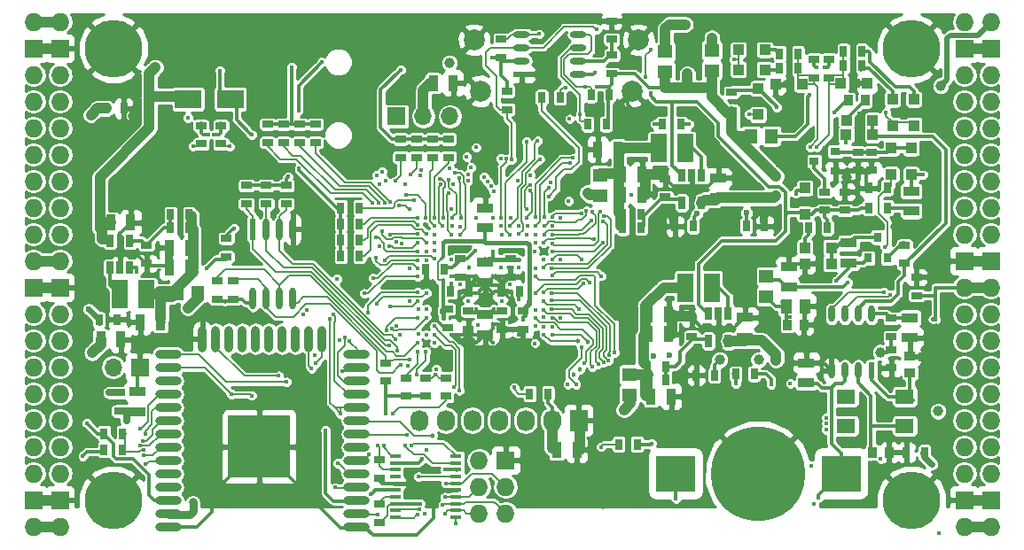
<source format=gbl>
G04 #@! TF.GenerationSoftware,KiCad,Pcbnew,5.0.0-rc2+dfsg1-3*
G04 #@! TF.CreationDate,2018-07-04T13:00:34+02:00*
G04 #@! TF.ProjectId,ulx3s,756C7833732E6B696361645F70636200,rev?*
G04 #@! TF.SameCoordinates,Original*
G04 #@! TF.FileFunction,Copper,L4,Bot,Signal*
G04 #@! TF.FilePolarity,Positive*
%FSLAX46Y46*%
G04 Gerber Fmt 4.6, Leading zero omitted, Abs format (unit mm)*
G04 Created by KiCad (PCBNEW 5.0.0-rc2+dfsg1-3) date Wed Jul  4 13:00:34 2018*
%MOMM*%
%LPD*%
G01*
G04 APERTURE LIST*
G04 #@! TA.AperFunction,SMDPad,CuDef*
%ADD10R,3.700000X3.500000*%
G04 #@! TD*
G04 #@! TA.AperFunction,BGAPad,CuDef*
%ADD11C,9.000000*%
G04 #@! TD*
G04 #@! TA.AperFunction,SMDPad,CuDef*
%ADD12R,1.550000X0.600000*%
G04 #@! TD*
G04 #@! TA.AperFunction,SMDPad,CuDef*
%ADD13O,1.550000X0.600000*%
G04 #@! TD*
G04 #@! TA.AperFunction,SMDPad,CuDef*
%ADD14R,0.600000X2.100000*%
G04 #@! TD*
G04 #@! TA.AperFunction,SMDPad,CuDef*
%ADD15O,0.600000X2.100000*%
G04 #@! TD*
G04 #@! TA.AperFunction,SMDPad,CuDef*
%ADD16R,0.600000X1.550000*%
G04 #@! TD*
G04 #@! TA.AperFunction,SMDPad,CuDef*
%ADD17O,0.600000X1.550000*%
G04 #@! TD*
G04 #@! TA.AperFunction,SMDPad,CuDef*
%ADD18R,1.000000X0.400000*%
G04 #@! TD*
G04 #@! TA.AperFunction,SMDPad,CuDef*
%ADD19R,0.700000X1.200000*%
G04 #@! TD*
G04 #@! TA.AperFunction,SMDPad,CuDef*
%ADD20O,2.500000X0.900000*%
G04 #@! TD*
G04 #@! TA.AperFunction,SMDPad,CuDef*
%ADD21O,0.900000X2.500000*%
G04 #@! TD*
G04 #@! TA.AperFunction,SMDPad,CuDef*
%ADD22R,6.000000X6.000000*%
G04 #@! TD*
G04 #@! TA.AperFunction,ComponentPad*
%ADD23O,1.727200X1.727200*%
G04 #@! TD*
G04 #@! TA.AperFunction,ComponentPad*
%ADD24R,1.727200X1.727200*%
G04 #@! TD*
G04 #@! TA.AperFunction,ComponentPad*
%ADD25C,5.500000*%
G04 #@! TD*
G04 #@! TA.AperFunction,ComponentPad*
%ADD26R,1.727200X2.032000*%
G04 #@! TD*
G04 #@! TA.AperFunction,ComponentPad*
%ADD27O,1.727200X2.032000*%
G04 #@! TD*
G04 #@! TA.AperFunction,SMDPad,CuDef*
%ADD28R,1.800000X1.400000*%
G04 #@! TD*
G04 #@! TA.AperFunction,SMDPad,CuDef*
%ADD29R,0.970000X1.500000*%
G04 #@! TD*
G04 #@! TA.AperFunction,SMDPad,CuDef*
%ADD30R,0.670000X1.000000*%
G04 #@! TD*
G04 #@! TA.AperFunction,SMDPad,CuDef*
%ADD31R,1.500000X0.970000*%
G04 #@! TD*
G04 #@! TA.AperFunction,SMDPad,CuDef*
%ADD32R,1.000000X0.670000*%
G04 #@! TD*
G04 #@! TA.AperFunction,ComponentPad*
%ADD33C,2.000000*%
G04 #@! TD*
G04 #@! TA.AperFunction,SMDPad,CuDef*
%ADD34R,1.000000X1.000000*%
G04 #@! TD*
G04 #@! TA.AperFunction,BGAPad,CuDef*
%ADD35C,0.300000*%
G04 #@! TD*
G04 #@! TA.AperFunction,ComponentPad*
%ADD36R,1.700000X1.700000*%
G04 #@! TD*
G04 #@! TA.AperFunction,ComponentPad*
%ADD37O,1.700000X1.700000*%
G04 #@! TD*
G04 #@! TA.AperFunction,SMDPad,CuDef*
%ADD38R,1.500000X2.700000*%
G04 #@! TD*
G04 #@! TA.AperFunction,SMDPad,CuDef*
%ADD39R,1.295000X1.400000*%
G04 #@! TD*
G04 #@! TA.AperFunction,SMDPad,CuDef*
%ADD40R,1.400000X1.295000*%
G04 #@! TD*
G04 #@! TA.AperFunction,SMDPad,CuDef*
%ADD41R,2.500000X1.800000*%
G04 #@! TD*
G04 #@! TA.AperFunction,SMDPad,CuDef*
%ADD42R,0.800000X0.900000*%
G04 #@! TD*
G04 #@! TA.AperFunction,SMDPad,CuDef*
%ADD43R,0.900000X0.800000*%
G04 #@! TD*
G04 #@! TA.AperFunction,SMDPad,CuDef*
%ADD44R,0.820000X1.000000*%
G04 #@! TD*
G04 #@! TA.AperFunction,SMDPad,CuDef*
%ADD45R,1.000000X0.820000*%
G04 #@! TD*
G04 #@! TA.AperFunction,SMDPad,CuDef*
%ADD46R,1.120000X1.400000*%
G04 #@! TD*
G04 #@! TA.AperFunction,ViaPad*
%ADD47C,0.400000*%
G04 #@! TD*
G04 #@! TA.AperFunction,ViaPad*
%ADD48C,0.700000*%
G04 #@! TD*
G04 #@! TA.AperFunction,ViaPad*
%ADD49C,0.454000*%
G04 #@! TD*
G04 #@! TA.AperFunction,ViaPad*
%ADD50C,0.600000*%
G04 #@! TD*
G04 #@! TA.AperFunction,ViaPad*
%ADD51C,1.000000*%
G04 #@! TD*
G04 #@! TA.AperFunction,ViaPad*
%ADD52C,0.800000*%
G04 #@! TD*
G04 #@! TA.AperFunction,ViaPad*
%ADD53C,3.500000*%
G04 #@! TD*
G04 #@! TA.AperFunction,Conductor*
%ADD54C,0.300000*%
G04 #@! TD*
G04 #@! TA.AperFunction,Conductor*
%ADD55C,0.500000*%
G04 #@! TD*
G04 #@! TA.AperFunction,Conductor*
%ADD56C,1.000000*%
G04 #@! TD*
G04 #@! TA.AperFunction,Conductor*
%ADD57C,0.700000*%
G04 #@! TD*
G04 #@! TA.AperFunction,Conductor*
%ADD58C,0.600000*%
G04 #@! TD*
G04 #@! TA.AperFunction,Conductor*
%ADD59C,0.400000*%
G04 #@! TD*
G04 #@! TA.AperFunction,Conductor*
%ADD60C,0.800000*%
G04 #@! TD*
G04 #@! TA.AperFunction,Conductor*
%ADD61C,0.190000*%
G04 #@! TD*
G04 #@! TA.AperFunction,Conductor*
%ADD62C,0.200000*%
G04 #@! TD*
G04 #@! TA.AperFunction,Conductor*
%ADD63C,1.500000*%
G04 #@! TD*
G04 #@! TA.AperFunction,Conductor*
%ADD64C,0.127000*%
G04 #@! TD*
G04 #@! TA.AperFunction,Conductor*
%ADD65C,0.180000*%
G04 #@! TD*
G04 #@! TA.AperFunction,Conductor*
%ADD66C,1.200000*%
G04 #@! TD*
G04 #@! TA.AperFunction,Conductor*
%ADD67C,0.254000*%
G04 #@! TD*
G04 APERTURE END LIST*
D10*
G04 #@! TO.P,BAT1,1*
G04 #@! TO.N,/power/VBAT*
X172485000Y-105870000D03*
X156685000Y-105870000D03*
D11*
G04 #@! TO.P,BAT1,2*
G04 #@! TO.N,GND*
X164585000Y-105870000D03*
G04 #@! TD*
D12*
G04 #@! TO.P,U11,1*
G04 #@! TO.N,GND*
X141980000Y-67706500D03*
D13*
G04 #@! TO.P,U11,2*
G04 #@! TO.N,+2V5*
X141980000Y-66436500D03*
G04 #@! TO.P,U11,3*
G04 #@! TO.N,FPDI_SCL*
X141980000Y-65166500D03*
G04 #@! TO.P,U11,4*
G04 #@! TO.N,FPDI_SDA*
X141980000Y-63896500D03*
G04 #@! TO.P,U11,5*
G04 #@! TO.N,GPDI_SDA*
X147380000Y-63896500D03*
G04 #@! TO.P,U11,6*
G04 #@! TO.N,GPDI_SCL*
X147380000Y-65166500D03*
G04 #@! TO.P,U11,7*
G04 #@! TO.N,/gpdi/VREF2*
X147380000Y-66436500D03*
G04 #@! TO.P,U11,8*
G04 #@! TO.N,+3V3*
X147380000Y-67706500D03*
G04 #@! TD*
D14*
G04 #@! TO.P,U10,1*
G04 #@! TO.N,/flash/FLASH_nCS*
X116340000Y-82520000D03*
D15*
G04 #@! TO.P,U10,2*
G04 #@! TO.N,/flash/FLASH_MISO*
X117610000Y-82520000D03*
G04 #@! TO.P,U10,3*
G04 #@! TO.N,/flash/FLASH_nWP*
X118880000Y-82520000D03*
G04 #@! TO.P,U10,4*
G04 #@! TO.N,GND*
X120150000Y-82520000D03*
G04 #@! TO.P,U10,5*
G04 #@! TO.N,/flash/FLASH_MOSI*
X120150000Y-89124000D03*
G04 #@! TO.P,U10,6*
G04 #@! TO.N,/flash/FLASH_SCK*
X118880000Y-89124000D03*
G04 #@! TO.P,U10,7*
G04 #@! TO.N,/flash/FLASH_nHOLD*
X117610000Y-89124000D03*
G04 #@! TO.P,U10,8*
G04 #@! TO.N,+3V3*
X116340000Y-89124000D03*
G04 #@! TD*
D16*
G04 #@! TO.P,U7,1*
G04 #@! TO.N,/power/OSCI_32k*
X175395000Y-96015000D03*
D17*
G04 #@! TO.P,U7,2*
G04 #@! TO.N,/power/OSCO_32k*
X174125000Y-96015000D03*
G04 #@! TO.P,U7,3*
G04 #@! TO.N,/power/VBAT*
X172855000Y-96015000D03*
G04 #@! TO.P,U7,4*
G04 #@! TO.N,GND*
X171585000Y-96015000D03*
G04 #@! TO.P,U7,5*
G04 #@! TO.N,FPDI_SDA*
X171585000Y-90615000D03*
G04 #@! TO.P,U7,6*
G04 #@! TO.N,FPDI_SCL*
X172855000Y-90615000D03*
G04 #@! TO.P,U7,7*
G04 #@! TO.N,/power/WAKEUPn*
X174125000Y-90615000D03*
G04 #@! TO.P,U7,8*
G04 #@! TO.N,/power/RTCVDD*
X175395000Y-90615000D03*
G04 #@! TD*
D18*
G04 #@! TO.P,U6,20*
G04 #@! TO.N,FTDI_TXD*
X129935000Y-104215000D03*
G04 #@! TO.P,U6,19*
G04 #@! TO.N,FTDI_nSLEEP*
X129935000Y-104865000D03*
G04 #@! TO.P,U6,18*
G04 #@! TO.N,FTDI_TXDEN*
X129935000Y-105515000D03*
G04 #@! TO.P,U6,17*
G04 #@! TO.N,FTDI_nRXLED*
X129935000Y-106165000D03*
G04 #@! TO.P,U6,16*
G04 #@! TO.N,GND*
X129935000Y-106815000D03*
G04 #@! TO.P,U6,15*
G04 #@! TO.N,USB5V*
X129935000Y-107465000D03*
G04 #@! TO.P,U6,14*
G04 #@! TO.N,nRESET*
X129935000Y-108115000D03*
G04 #@! TO.P,U6,13*
G04 #@! TO.N,FT2V5*
X129935000Y-108765000D03*
G04 #@! TO.P,U6,12*
G04 #@! TO.N,USB_FTDI_D-*
X129935000Y-109415000D03*
G04 #@! TO.P,U6,11*
G04 #@! TO.N,USB_FTDI_D+*
X129935000Y-110065000D03*
G04 #@! TO.P,U6,10*
G04 #@! TO.N,FTDI_nTXLED*
X135735000Y-110065000D03*
G04 #@! TO.P,U6,9*
G04 #@! TO.N,JTAG_TDO*
X135735000Y-109415000D03*
G04 #@! TO.P,U6,8*
G04 #@! TO.N,JTAG_TMS*
X135735000Y-108765000D03*
G04 #@! TO.P,U6,7*
G04 #@! TO.N,JTAG_TCK*
X135735000Y-108115000D03*
G04 #@! TO.P,U6,6*
G04 #@! TO.N,GND*
X135735000Y-107465000D03*
G04 #@! TO.P,U6,5*
G04 #@! TO.N,JTAG_TDI*
X135735000Y-106815000D03*
G04 #@! TO.P,U6,4*
G04 #@! TO.N,FTDI_RXD*
X135735000Y-106165000D03*
G04 #@! TO.P,U6,3*
G04 #@! TO.N,FT2V5*
X135735000Y-105515000D03*
G04 #@! TO.P,U6,2*
G04 #@! TO.N,FTDI_nRTS*
X135735000Y-104865000D03*
G04 #@! TO.P,U6,1*
G04 #@! TO.N,FTDI_nDTR*
X135735000Y-104215000D03*
G04 #@! TD*
D19*
G04 #@! TO.P,U5,1*
G04 #@! TO.N,/power/PWREN*
X157285000Y-77392000D03*
G04 #@! TO.P,U5,2*
G04 #@! TO.N,GND*
X158235000Y-77392000D03*
G04 #@! TO.P,U5,3*
G04 #@! TO.N,/power/L3*
X159185000Y-77392000D03*
G04 #@! TO.P,U5,4*
G04 #@! TO.N,+5V*
X159185000Y-79992000D03*
G04 #@! TO.P,U5,5*
G04 #@! TO.N,/power/FB3*
X157285000Y-79992000D03*
G04 #@! TD*
G04 #@! TO.P,U3,1*
G04 #@! TO.N,/power/PWREN*
X159825000Y-90600000D03*
G04 #@! TO.P,U3,2*
G04 #@! TO.N,GND*
X160775000Y-90600000D03*
G04 #@! TO.P,U3,3*
G04 #@! TO.N,/power/L1*
X161725000Y-90600000D03*
G04 #@! TO.P,U3,4*
G04 #@! TO.N,+5V*
X161725000Y-93200000D03*
G04 #@! TO.P,U3,5*
G04 #@! TO.N,/power/FB1*
X159825000Y-93200000D03*
G04 #@! TD*
G04 #@! TO.P,U4,1*
G04 #@! TO.N,/power/PWREN*
X104575000Y-86215000D03*
G04 #@! TO.P,U4,2*
G04 #@! TO.N,GND*
X103625000Y-86215000D03*
G04 #@! TO.P,U4,3*
G04 #@! TO.N,/power/L2*
X102675000Y-86215000D03*
G04 #@! TO.P,U4,4*
G04 #@! TO.N,+5V*
X102675000Y-83615000D03*
G04 #@! TO.P,U4,5*
G04 #@! TO.N,/power/FB2*
X104575000Y-83615000D03*
G04 #@! TD*
D20*
G04 #@! TO.P,U9,38*
G04 #@! TO.N,GND*
X126230000Y-111000000D03*
G04 #@! TO.P,U9,37*
G04 #@! TO.N,JTAG_TDI*
X126230000Y-109730000D03*
G04 #@! TO.P,U9,36*
G04 #@! TO.N,PROG_DONE*
X126230000Y-108460000D03*
G04 #@! TO.P,U9,35*
G04 #@! TO.N,WIFI_TXD*
X126230000Y-107190000D03*
G04 #@! TO.P,U9,34*
G04 #@! TO.N,WIFI_RXD*
X126230000Y-105920000D03*
G04 #@! TO.P,U9,33*
G04 #@! TO.N,JTAG_TMS*
X126230000Y-104650000D03*
G04 #@! TO.P,U9,32*
G04 #@! TO.N,Net-(U9-Pad32)*
X126230000Y-103380000D03*
G04 #@! TO.P,U9,31*
G04 #@! TO.N,JTAG_TDO*
X126230000Y-102110000D03*
G04 #@! TO.P,U9,30*
G04 #@! TO.N,JTAG_TCK*
X126230000Y-100840000D03*
G04 #@! TO.P,U9,29*
G04 #@! TO.N,WIFI_GPIO5*
X126230000Y-99570000D03*
G04 #@! TO.P,U9,28*
G04 #@! TO.N,WIFI_GPIO17*
X126230000Y-98300000D03*
G04 #@! TO.P,U9,27*
G04 #@! TO.N,WIFI_GPIO16*
X126230000Y-97030000D03*
G04 #@! TO.P,U9,26*
G04 #@! TO.N,SD_D1*
X126230000Y-95760000D03*
G04 #@! TO.P,U9,25*
G04 #@! TO.N,WIFI_GPIO0*
X126230000Y-94490000D03*
D21*
G04 #@! TO.P,U9,24*
G04 #@! TO.N,SD_D0*
X122945000Y-93000000D03*
G04 #@! TO.P,U9,23*
G04 #@! TO.N,SD_CMD*
X121675000Y-93000000D03*
G04 #@! TO.P,U9,22*
G04 #@! TO.N,Net-(U9-Pad22)*
X120405000Y-93000000D03*
G04 #@! TO.P,U9,21*
G04 #@! TO.N,Net-(U9-Pad21)*
X119135000Y-93000000D03*
G04 #@! TO.P,U9,20*
G04 #@! TO.N,Net-(U9-Pad20)*
X117865000Y-93000000D03*
G04 #@! TO.P,U9,19*
G04 #@! TO.N,Net-(U9-Pad19)*
X116595000Y-93000000D03*
G04 #@! TO.P,U9,18*
G04 #@! TO.N,Net-(U9-Pad18)*
X115325000Y-93000000D03*
G04 #@! TO.P,U9,17*
G04 #@! TO.N,Net-(U9-Pad17)*
X114055000Y-93000000D03*
G04 #@! TO.P,U9,16*
G04 #@! TO.N,SD_D3*
X112785000Y-93000000D03*
G04 #@! TO.P,U9,15*
G04 #@! TO.N,GND*
X111515000Y-93000000D03*
D20*
G04 #@! TO.P,U9,14*
G04 #@! TO.N,SD_D2*
X108230000Y-94490000D03*
G04 #@! TO.P,U9,13*
G04 #@! TO.N,SD_CLK*
X108230000Y-95760000D03*
G04 #@! TO.P,U9,12*
G04 #@! TO.N,Net-(U9-Pad12)*
X108230000Y-97030000D03*
G04 #@! TO.P,U9,11*
G04 #@! TO.N,GN11*
X108230000Y-98300000D03*
G04 #@! TO.P,U9,10*
G04 #@! TO.N,GP11*
X108230000Y-99570000D03*
G04 #@! TO.P,U9,9*
G04 #@! TO.N,GN12*
X108230000Y-100840000D03*
G04 #@! TO.P,U9,8*
G04 #@! TO.N,GP12*
X108230000Y-102110000D03*
G04 #@! TO.P,U9,7*
G04 #@! TO.N,GN13*
X108230000Y-103380000D03*
G04 #@! TO.P,U9,6*
G04 #@! TO.N,GP13*
X108230000Y-104650000D03*
G04 #@! TO.P,U9,5*
G04 #@! TO.N,Net-(U9-Pad5)*
X108230000Y-105920000D03*
G04 #@! TO.P,U9,4*
G04 #@! TO.N,Net-(U9-Pad4)*
X108230000Y-107190000D03*
G04 #@! TO.P,U9,3*
G04 #@! TO.N,/wifi/WIFIEN*
X108230000Y-108460000D03*
G04 #@! TO.P,U9,2*
G04 #@! TO.N,+3V3*
X108230000Y-109730000D03*
G04 #@! TO.P,U9,1*
G04 #@! TO.N,GND*
X108230000Y-111000000D03*
D22*
G04 #@! TO.P,U9,39*
X116930000Y-103300000D03*
G04 #@! TD*
D23*
G04 #@! TO.P,J1,1*
G04 #@! TO.N,2V5_3V3*
X97910000Y-62690000D03*
G04 #@! TO.P,J1,2*
X95370000Y-62690000D03*
D24*
G04 #@! TO.P,J1,3*
G04 #@! TO.N,GND*
X97910000Y-65230000D03*
G04 #@! TO.P,J1,4*
X95370000Y-65230000D03*
D23*
G04 #@! TO.P,J1,5*
G04 #@! TO.N,GN0*
X97910000Y-67770000D03*
G04 #@! TO.P,J1,6*
G04 #@! TO.N,GP0*
X95370000Y-67770000D03*
G04 #@! TO.P,J1,7*
G04 #@! TO.N,GN1*
X97910000Y-70310000D03*
G04 #@! TO.P,J1,8*
G04 #@! TO.N,GP1*
X95370000Y-70310000D03*
G04 #@! TO.P,J1,9*
G04 #@! TO.N,GN2*
X97910000Y-72850000D03*
G04 #@! TO.P,J1,10*
G04 #@! TO.N,GP2*
X95370000Y-72850000D03*
G04 #@! TO.P,J1,11*
G04 #@! TO.N,GN3*
X97910000Y-75390000D03*
G04 #@! TO.P,J1,12*
G04 #@! TO.N,GP3*
X95370000Y-75390000D03*
G04 #@! TO.P,J1,13*
G04 #@! TO.N,GN4*
X97910000Y-77930000D03*
G04 #@! TO.P,J1,14*
G04 #@! TO.N,GP4*
X95370000Y-77930000D03*
G04 #@! TO.P,J1,15*
G04 #@! TO.N,GN5*
X97910000Y-80470000D03*
G04 #@! TO.P,J1,16*
G04 #@! TO.N,GP5*
X95370000Y-80470000D03*
G04 #@! TO.P,J1,17*
G04 #@! TO.N,GN6*
X97910000Y-83010000D03*
G04 #@! TO.P,J1,18*
G04 #@! TO.N,GP6*
X95370000Y-83010000D03*
G04 #@! TO.P,J1,19*
G04 #@! TO.N,2V5_3V3*
X97910000Y-85550000D03*
G04 #@! TO.P,J1,20*
X95370000Y-85550000D03*
D24*
G04 #@! TO.P,J1,21*
G04 #@! TO.N,GND*
X97910000Y-88090000D03*
G04 #@! TO.P,J1,22*
X95370000Y-88090000D03*
D23*
G04 #@! TO.P,J1,23*
G04 #@! TO.N,GN7*
X97910000Y-90630000D03*
G04 #@! TO.P,J1,24*
G04 #@! TO.N,GP7*
X95370000Y-90630000D03*
G04 #@! TO.P,J1,25*
G04 #@! TO.N,GN8*
X97910000Y-93170000D03*
G04 #@! TO.P,J1,26*
G04 #@! TO.N,GP8*
X95370000Y-93170000D03*
G04 #@! TO.P,J1,27*
G04 #@! TO.N,GN9*
X97910000Y-95710000D03*
G04 #@! TO.P,J1,28*
G04 #@! TO.N,GP9*
X95370000Y-95710000D03*
G04 #@! TO.P,J1,29*
G04 #@! TO.N,GN10*
X97910000Y-98250000D03*
G04 #@! TO.P,J1,30*
G04 #@! TO.N,GP10*
X95370000Y-98250000D03*
G04 #@! TO.P,J1,31*
G04 #@! TO.N,GN11*
X97910000Y-100790000D03*
G04 #@! TO.P,J1,32*
G04 #@! TO.N,GP11*
X95370000Y-100790000D03*
G04 #@! TO.P,J1,33*
G04 #@! TO.N,GN12*
X97910000Y-103330000D03*
G04 #@! TO.P,J1,34*
G04 #@! TO.N,GP12*
X95370000Y-103330000D03*
G04 #@! TO.P,J1,35*
G04 #@! TO.N,GN13*
X97910000Y-105870000D03*
G04 #@! TO.P,J1,36*
G04 #@! TO.N,GP13*
X95370000Y-105870000D03*
D24*
G04 #@! TO.P,J1,37*
G04 #@! TO.N,GND*
X97910000Y-108410000D03*
G04 #@! TO.P,J1,38*
X95370000Y-108410000D03*
D23*
G04 #@! TO.P,J1,39*
G04 #@! TO.N,2V5_3V3*
X97910000Y-110950000D03*
G04 #@! TO.P,J1,40*
X95370000Y-110950000D03*
G04 #@! TD*
G04 #@! TO.P,J2,1*
G04 #@! TO.N,+3V3*
X184270000Y-110950000D03*
G04 #@! TO.P,J2,2*
X186810000Y-110950000D03*
D24*
G04 #@! TO.P,J2,3*
G04 #@! TO.N,GND*
X184270000Y-108410000D03*
G04 #@! TO.P,J2,4*
X186810000Y-108410000D03*
D23*
G04 #@! TO.P,J2,5*
G04 #@! TO.N,GN14*
X184270000Y-105870000D03*
G04 #@! TO.P,J2,6*
G04 #@! TO.N,GP14*
X186810000Y-105870000D03*
G04 #@! TO.P,J2,7*
G04 #@! TO.N,GN15*
X184270000Y-103330000D03*
G04 #@! TO.P,J2,8*
G04 #@! TO.N,GP15*
X186810000Y-103330000D03*
G04 #@! TO.P,J2,9*
G04 #@! TO.N,GN16*
X184270000Y-100790000D03*
G04 #@! TO.P,J2,10*
G04 #@! TO.N,GP16*
X186810000Y-100790000D03*
G04 #@! TO.P,J2,11*
G04 #@! TO.N,GN17*
X184270000Y-98250000D03*
G04 #@! TO.P,J2,12*
G04 #@! TO.N,GP17*
X186810000Y-98250000D03*
G04 #@! TO.P,J2,13*
G04 #@! TO.N,GN18*
X184270000Y-95710000D03*
G04 #@! TO.P,J2,14*
G04 #@! TO.N,GP18*
X186810000Y-95710000D03*
G04 #@! TO.P,J2,15*
G04 #@! TO.N,GN19*
X184270000Y-93170000D03*
G04 #@! TO.P,J2,16*
G04 #@! TO.N,GP19*
X186810000Y-93170000D03*
G04 #@! TO.P,J2,17*
G04 #@! TO.N,GN20*
X184270000Y-90630000D03*
G04 #@! TO.P,J2,18*
G04 #@! TO.N,GP20*
X186810000Y-90630000D03*
G04 #@! TO.P,J2,19*
G04 #@! TO.N,+3V3*
X184270000Y-88090000D03*
G04 #@! TO.P,J2,20*
X186810000Y-88090000D03*
D24*
G04 #@! TO.P,J2,21*
G04 #@! TO.N,GND*
X184270000Y-85550000D03*
G04 #@! TO.P,J2,22*
X186810000Y-85550000D03*
D23*
G04 #@! TO.P,J2,23*
G04 #@! TO.N,GN21*
X184270000Y-83010000D03*
G04 #@! TO.P,J2,24*
G04 #@! TO.N,GP21*
X186810000Y-83010000D03*
G04 #@! TO.P,J2,25*
G04 #@! TO.N,GN22*
X184270000Y-80470000D03*
G04 #@! TO.P,J2,26*
G04 #@! TO.N,GP22*
X186810000Y-80470000D03*
G04 #@! TO.P,J2,27*
G04 #@! TO.N,GN23*
X184270000Y-77930000D03*
G04 #@! TO.P,J2,28*
G04 #@! TO.N,GP23*
X186810000Y-77930000D03*
G04 #@! TO.P,J2,29*
G04 #@! TO.N,GN24*
X184270000Y-75390000D03*
G04 #@! TO.P,J2,30*
G04 #@! TO.N,GP24*
X186810000Y-75390000D03*
G04 #@! TO.P,J2,31*
G04 #@! TO.N,GN25*
X184270000Y-72850000D03*
G04 #@! TO.P,J2,32*
G04 #@! TO.N,GP25*
X186810000Y-72850000D03*
G04 #@! TO.P,J2,33*
G04 #@! TO.N,GN26*
X184270000Y-70310000D03*
G04 #@! TO.P,J2,34*
G04 #@! TO.N,GP26*
X186810000Y-70310000D03*
G04 #@! TO.P,J2,35*
G04 #@! TO.N,GN27*
X184270000Y-67770000D03*
G04 #@! TO.P,J2,36*
G04 #@! TO.N,GP27*
X186810000Y-67770000D03*
D24*
G04 #@! TO.P,J2,37*
G04 #@! TO.N,GND*
X184270000Y-65230000D03*
G04 #@! TO.P,J2,38*
X186810000Y-65230000D03*
D23*
G04 #@! TO.P,J2,39*
G04 #@! TO.N,/gpio/IN5V*
X184270000Y-62690000D03*
G04 #@! TO.P,J2,40*
G04 #@! TO.N,/gpio/OUT5V*
X186810000Y-62690000D03*
G04 #@! TD*
D25*
G04 #@! TO.P,H1,1*
G04 #@! TO.N,GND*
X102990000Y-108410000D03*
G04 #@! TD*
G04 #@! TO.P,H2,1*
G04 #@! TO.N,GND*
X179190000Y-108410000D03*
G04 #@! TD*
G04 #@! TO.P,H3,1*
G04 #@! TO.N,GND*
X179190000Y-65230000D03*
G04 #@! TD*
G04 #@! TO.P,H4,1*
G04 #@! TO.N,GND*
X102990000Y-65230000D03*
G04 #@! TD*
D24*
G04 #@! TO.P,J4,1*
G04 #@! TO.N,GND*
X140455000Y-104600000D03*
D23*
G04 #@! TO.P,J4,2*
G04 #@! TO.N,+3V3*
X137915000Y-104600000D03*
G04 #@! TO.P,J4,3*
G04 #@! TO.N,JTAG_TDI*
X140455000Y-107140000D03*
G04 #@! TO.P,J4,4*
G04 #@! TO.N,JTAG_TCK*
X137915000Y-107140000D03*
G04 #@! TO.P,J4,5*
G04 #@! TO.N,JTAG_TMS*
X140455000Y-109680000D03*
G04 #@! TO.P,J4,6*
G04 #@! TO.N,JTAG_TDO*
X137915000Y-109680000D03*
G04 #@! TD*
D26*
G04 #@! TO.P,OLED1,1*
G04 #@! TO.N,GND*
X147440000Y-100790000D03*
D27*
G04 #@! TO.P,OLED1,2*
G04 #@! TO.N,+3V3*
X144900000Y-100790000D03*
G04 #@! TO.P,OLED1,3*
G04 #@! TO.N,OLED_CLK*
X142360000Y-100790000D03*
G04 #@! TO.P,OLED1,4*
G04 #@! TO.N,OLED_MOSI*
X139820000Y-100790000D03*
G04 #@! TO.P,OLED1,5*
G04 #@! TO.N,OLED_RES*
X137280000Y-100790000D03*
G04 #@! TO.P,OLED1,6*
G04 #@! TO.N,OLED_DC*
X134740000Y-100790000D03*
G04 #@! TO.P,OLED1,7*
G04 #@! TO.N,OLED_CS*
X132200000Y-100790000D03*
G04 #@! TD*
D28*
G04 #@! TO.P,Y2,4*
G04 #@! TO.N,/power/OSCI_32k*
X178576000Y-98522000D03*
G04 #@! TO.P,Y2,3*
G04 #@! TO.N,Net-(Y2-Pad3)*
X172976000Y-98522000D03*
G04 #@! TO.P,Y2,2*
G04 #@! TO.N,Net-(Y2-Pad2)*
X172976000Y-101322000D03*
G04 #@! TO.P,Y2,1*
G04 #@! TO.N,/power/OSCO_32k*
X178576000Y-101322000D03*
G04 #@! TD*
D29*
G04 #@! TO.P,C47,1*
G04 #@! TO.N,2V5_3V3*
X133546000Y-68550000D03*
G04 #@! TO.P,C47,2*
G04 #@! TO.N,GND*
X135456000Y-68550000D03*
G04 #@! TD*
G04 #@! TO.P,C1,1*
G04 #@! TO.N,+5V*
X102748500Y-81885000D03*
G04 #@! TO.P,C1,2*
G04 #@! TO.N,GND*
X104658500Y-81885000D03*
G04 #@! TD*
D30*
G04 #@! TO.P,C2,1*
G04 #@! TO.N,/power/P1V1*
X153985000Y-96910000D03*
G04 #@! TO.P,C2,2*
G04 #@! TO.N,/power/FB1*
X155735000Y-96910000D03*
G04 #@! TD*
D29*
G04 #@! TO.P,C3,2*
G04 #@! TO.N,GND*
X156015000Y-90630000D03*
G04 #@! TO.P,C3,1*
G04 #@! TO.N,/power/P1V1*
X154105000Y-90630000D03*
G04 #@! TD*
G04 #@! TO.P,C4,1*
G04 #@! TO.N,/power/P1V1*
X154105000Y-92535000D03*
G04 #@! TO.P,C4,2*
G04 #@! TO.N,GND*
X156015000Y-92535000D03*
G04 #@! TD*
D31*
G04 #@! TO.P,C5,2*
G04 #@! TO.N,GND*
X163315000Y-90945000D03*
G04 #@! TO.P,C5,1*
G04 #@! TO.N,+5V*
X163315000Y-92855000D03*
G04 #@! TD*
D30*
G04 #@! TO.P,C6,1*
G04 #@! TO.N,/power/P3V3*
X151645000Y-82375000D03*
G04 #@! TO.P,C6,2*
G04 #@! TO.N,/power/FB3*
X153395000Y-82375000D03*
G04 #@! TD*
D29*
G04 #@! TO.P,C7,2*
G04 #@! TO.N,GND*
X153475000Y-79200000D03*
G04 #@! TO.P,C7,1*
G04 #@! TO.N,/power/P3V3*
X151565000Y-79200000D03*
G04 #@! TD*
G04 #@! TO.P,C8,2*
G04 #@! TO.N,GND*
X153475000Y-77295000D03*
G04 #@! TO.P,C8,1*
G04 #@! TO.N,/power/P3V3*
X151565000Y-77295000D03*
G04 #@! TD*
D31*
G04 #@! TO.P,C9,1*
G04 #@! TO.N,+5V*
X160775000Y-79520000D03*
G04 #@! TO.P,C9,2*
G04 #@! TO.N,GND*
X160775000Y-77610000D03*
G04 #@! TD*
D30*
G04 #@! TO.P,C10,2*
G04 #@! TO.N,/power/FB2*
X108465000Y-81105000D03*
G04 #@! TO.P,C10,1*
G04 #@! TO.N,/power/P2V5*
X110215000Y-81105000D03*
G04 #@! TD*
D29*
G04 #@! TO.P,C11,2*
G04 #@! TO.N,GND*
X108385000Y-84280000D03*
G04 #@! TO.P,C11,1*
G04 #@! TO.N,/power/P2V5*
X110295000Y-84280000D03*
G04 #@! TD*
G04 #@! TO.P,C12,1*
G04 #@! TO.N,/power/P2V5*
X110295000Y-86185000D03*
G04 #@! TO.P,C12,2*
G04 #@! TO.N,GND*
X108385000Y-86185000D03*
G04 #@! TD*
D31*
G04 #@! TO.P,C13,2*
G04 #@! TO.N,/power/WKUP*
X173221000Y-83833000D03*
G04 #@! TO.P,C13,1*
G04 #@! TO.N,+5V*
X173221000Y-85743000D03*
G04 #@! TD*
D32*
G04 #@! TO.P,C14,2*
G04 #@! TO.N,GND*
X175380000Y-76900000D03*
G04 #@! TO.P,C14,1*
G04 #@! TO.N,/power/SHUT*
X175380000Y-75150000D03*
G04 #@! TD*
D31*
G04 #@! TO.P,C15,1*
G04 #@! TO.N,/sdcard/SD3V3*
X105276000Y-99967000D03*
G04 #@! TO.P,C15,2*
G04 #@! TO.N,GND*
X105276000Y-98057000D03*
G04 #@! TD*
G04 #@! TO.P,C16,1*
G04 #@! TO.N,+3V3*
X167506000Y-88029000D03*
G04 #@! TO.P,C16,2*
G04 #@! TO.N,GND*
X167506000Y-86119000D03*
G04 #@! TD*
G04 #@! TO.P,C17,1*
G04 #@! TO.N,+1V1*
X138500000Y-90665000D03*
G04 #@! TO.P,C17,2*
G04 #@! TO.N,GND*
X138500000Y-92575000D03*
G04 #@! TD*
D32*
G04 #@! TO.P,C18,1*
G04 #@! TO.N,/gpdi/VREF2*
X150589600Y-64359000D03*
G04 #@! TO.P,C18,2*
G04 #@! TO.N,GND*
X150589600Y-62609000D03*
G04 #@! TD*
D31*
G04 #@! TO.P,C19,1*
G04 #@! TO.N,+2V5*
X138500000Y-82375000D03*
G04 #@! TO.P,C19,2*
G04 #@! TO.N,GND*
X138500000Y-80465000D03*
G04 #@! TD*
G04 #@! TO.P,C20,2*
G04 #@! TO.N,GND*
X138500000Y-87575000D03*
G04 #@! TO.P,C20,1*
G04 #@! TO.N,+3V3*
X138500000Y-85665000D03*
G04 #@! TD*
D29*
G04 #@! TO.P,C21,2*
G04 #@! TO.N,GND*
X103706000Y-93061000D03*
G04 #@! TO.P,C21,1*
G04 #@! TO.N,+3V3*
X101796000Y-93061000D03*
G04 #@! TD*
G04 #@! TO.P,C22,1*
G04 #@! TO.N,/power/P1V1*
X154359000Y-98504000D03*
G04 #@! TO.P,C22,2*
G04 #@! TO.N,GND*
X156269000Y-98504000D03*
G04 #@! TD*
G04 #@! TO.P,C23,2*
G04 #@! TO.N,GND*
X105591000Y-91392000D03*
G04 #@! TO.P,C23,1*
G04 #@! TO.N,/power/P2V5*
X107501000Y-91392000D03*
G04 #@! TD*
G04 #@! TO.P,C24,1*
G04 #@! TO.N,/power/P3V3*
X151189000Y-74882000D03*
G04 #@! TO.P,C24,2*
G04 #@! TO.N,GND*
X149279000Y-74882000D03*
G04 #@! TD*
D32*
G04 #@! TO.P,C25,2*
G04 #@! TO.N,GND*
X140900000Y-87095000D03*
G04 #@! TO.P,C25,1*
G04 #@! TO.N,+3V3*
X140900000Y-85345000D03*
G04 #@! TD*
G04 #@! TO.P,C26,2*
G04 #@! TO.N,GND*
X136100000Y-87095000D03*
G04 #@! TO.P,C26,1*
G04 #@! TO.N,2V5_3V3*
X136100000Y-85345000D03*
G04 #@! TD*
G04 #@! TO.P,C27,2*
G04 #@! TO.N,GND*
X136900000Y-92095000D03*
G04 #@! TO.P,C27,1*
G04 #@! TO.N,+1V1*
X136900000Y-90345000D03*
G04 #@! TD*
G04 #@! TO.P,C28,1*
G04 #@! TO.N,+1V1*
X140100000Y-90345000D03*
G04 #@! TO.P,C28,2*
G04 #@! TO.N,GND*
X140100000Y-92095000D03*
G04 #@! TD*
G04 #@! TO.P,C29,2*
G04 #@! TO.N,GND*
X142100000Y-92095000D03*
G04 #@! TO.P,C29,1*
G04 #@! TO.N,+2V5*
X142100000Y-90345000D03*
G04 #@! TD*
G04 #@! TO.P,C30,1*
G04 #@! TO.N,+2V5*
X134900000Y-90145000D03*
G04 #@! TO.P,C30,2*
G04 #@! TO.N,GND*
X134900000Y-91895000D03*
G04 #@! TD*
D30*
G04 #@! TO.P,C31,1*
G04 #@! TO.N,+3V3*
X135225000Y-88420000D03*
G04 #@! TO.P,C31,2*
G04 #@! TO.N,GND*
X136975000Y-88420000D03*
G04 #@! TD*
G04 #@! TO.P,C32,2*
G04 #@! TO.N,GND*
X140025000Y-88420000D03*
G04 #@! TO.P,C32,1*
G04 #@! TO.N,+3V3*
X141775000Y-88420000D03*
G04 #@! TD*
G04 #@! TO.P,C33,1*
G04 #@! TO.N,+3V3*
X163425000Y-82220000D03*
G04 #@! TO.P,C33,2*
G04 #@! TO.N,GND*
X165175000Y-82220000D03*
G04 #@! TD*
G04 #@! TO.P,C34,1*
G04 #@! TO.N,+3V3*
X158375000Y-82220000D03*
G04 #@! TO.P,C34,2*
G04 #@! TO.N,GND*
X156625000Y-82220000D03*
G04 #@! TD*
D32*
G04 #@! TO.P,C35,1*
G04 #@! TO.N,+3V3*
X177300000Y-94025000D03*
G04 #@! TO.P,C35,2*
G04 #@! TO.N,GND*
X177300000Y-95775000D03*
G04 #@! TD*
D29*
G04 #@! TO.P,C46,1*
G04 #@! TO.N,+3V3*
X145342000Y-103584000D03*
G04 #@! TO.P,C46,2*
G04 #@! TO.N,GND*
X147252000Y-103584000D03*
G04 #@! TD*
D30*
G04 #@! TO.P,C48,2*
G04 #@! TO.N,GND*
X103995000Y-70963000D03*
G04 #@! TO.P,C48,1*
G04 #@! TO.N,2V5_3V3*
X102245000Y-70963000D03*
G04 #@! TD*
G04 #@! TO.P,C49,2*
G04 #@! TO.N,GND*
X103372000Y-91156000D03*
G04 #@! TO.P,C49,1*
G04 #@! TO.N,2V5_3V3*
X101622000Y-91156000D03*
G04 #@! TD*
D32*
G04 #@! TO.P,C50,1*
G04 #@! TO.N,+3V3*
X179713000Y-88856000D03*
G04 #@! TO.P,C50,2*
G04 #@! TO.N,GND*
X179713000Y-87106000D03*
G04 #@! TD*
D30*
G04 #@! TO.P,C51,1*
G04 #@! TO.N,+3V3*
X180473000Y-103856000D03*
G04 #@! TO.P,C51,2*
G04 #@! TO.N,GND*
X178723000Y-103856000D03*
G04 #@! TD*
G04 #@! TO.P,C52,2*
G04 #@! TO.N,GND*
X158645000Y-96490000D03*
G04 #@! TO.P,C52,1*
G04 #@! TO.N,+3V3*
X160395000Y-96490000D03*
G04 #@! TD*
G04 #@! TO.P,C53,2*
G04 #@! TO.N,GND*
X132827200Y-86330000D03*
G04 #@! TO.P,C53,1*
G04 #@! TO.N,2V5_3V3*
X134577200Y-86330000D03*
G04 #@! TD*
D31*
G04 #@! TO.P,C54,2*
G04 #@! TO.N,GND*
X169172000Y-95281000D03*
G04 #@! TO.P,C54,1*
G04 #@! TO.N,/power/VBAT*
X169172000Y-97191000D03*
G04 #@! TD*
G04 #@! TO.P,D11,1*
G04 #@! TO.N,/power/HOLD*
X179190000Y-80790000D03*
G04 #@! TO.P,D11,2*
G04 #@! TO.N,+3V3*
X179190000Y-78880000D03*
G04 #@! TD*
D33*
G04 #@! TO.P,GPDI1,0*
G04 #@! TO.N,GND*
X152546000Y-69312000D03*
X138046000Y-69312000D03*
X153146000Y-64412000D03*
X137446000Y-64412000D03*
G04 #@! TD*
D34*
G04 #@! TO.P,D10,1*
G04 #@! TO.N,/power/WAKE*
X169050000Y-84280000D03*
G04 #@! TO.P,D10,2*
G04 #@! TO.N,/power/WKUP*
X171550000Y-84280000D03*
G04 #@! TD*
G04 #@! TO.P,D12,2*
G04 #@! TO.N,/power/FTDI_nSUSPEND*
X169030000Y-78585000D03*
G04 #@! TO.P,D12,1*
G04 #@! TO.N,/power/PWREN*
X169030000Y-81085000D03*
G04 #@! TD*
G04 #@! TO.P,D13,1*
G04 #@! TO.N,/power/WKUP*
X171550000Y-85804000D03*
G04 #@! TO.P,D13,2*
G04 #@! TO.N,GND*
X169050000Y-85804000D03*
G04 #@! TD*
G04 #@! TO.P,D14,2*
G04 #@! TO.N,/power/SHUT*
X179190000Y-74775000D03*
G04 #@! TO.P,D14,1*
G04 #@! TO.N,+3V3*
X179190000Y-77275000D03*
G04 #@! TD*
G04 #@! TO.P,D15,2*
G04 #@! TO.N,SHUTDOWN*
X177285000Y-77275000D03*
G04 #@! TO.P,D15,1*
G04 #@! TO.N,/power/SHUT*
X177285000Y-74775000D03*
G04 #@! TD*
G04 #@! TO.P,D16,1*
G04 #@! TO.N,/power/PWRBTn*
X172987000Y-73503000D03*
G04 #@! TO.P,D16,2*
G04 #@! TO.N,/power/WAKEUPn*
X175487000Y-73503000D03*
G04 #@! TD*
G04 #@! TO.P,D17,1*
G04 #@! TO.N,/power/PWRBTn*
X164585000Y-69060000D03*
G04 #@! TO.P,D17,2*
G04 #@! TO.N,BTN_PWRn*
X164585000Y-71560000D03*
G04 #@! TD*
G04 #@! TO.P,D20,1*
G04 #@! TO.N,USB_FPGA_D+*
X168756000Y-68659000D03*
G04 #@! TO.P,D20,2*
G04 #@! TO.N,GND*
X166256000Y-68659000D03*
G04 #@! TD*
G04 #@! TO.P,D21,2*
G04 #@! TO.N,GND*
X174979000Y-68550000D03*
G04 #@! TO.P,D21,1*
G04 #@! TO.N,USB_FPGA_D-*
X172479000Y-68550000D03*
G04 #@! TD*
G04 #@! TO.P,D23,2*
G04 #@! TO.N,Net-(D23-Pad2)*
X165200000Y-67262000D03*
G04 #@! TO.P,D23,1*
G04 #@! TO.N,USB_FPGA_PULL_D+*
X162700000Y-67262000D03*
G04 #@! TD*
G04 #@! TO.P,D24,2*
G04 #@! TO.N,USB_FPGA_PULL_D+*
X162700000Y-65357000D03*
G04 #@! TO.P,D24,1*
G04 #@! TO.N,Net-(D24-Pad1)*
X165200000Y-65357000D03*
G04 #@! TD*
G04 #@! TO.P,D25,1*
G04 #@! TO.N,USB_FPGA_PULL_D-*
X177412000Y-72594000D03*
G04 #@! TO.P,D25,2*
G04 #@! TO.N,Net-(D25-Pad2)*
X177412000Y-70094000D03*
G04 #@! TD*
G04 #@! TO.P,D26,1*
G04 #@! TO.N,Net-(D26-Pad1)*
X179444000Y-70094000D03*
G04 #@! TO.P,D26,2*
G04 #@! TO.N,USB_FPGA_PULL_D-*
X179444000Y-72594000D03*
G04 #@! TD*
D35*
G04 #@! TO.P,AE1,1*
G04 #@! TO.N,/usb/ANT_433MHz*
X181872000Y-111603000D03*
G04 #@! TD*
D32*
G04 #@! TO.P,R49,1*
G04 #@! TO.N,USB_FTDI_D-*
X113277000Y-74360000D03*
G04 #@! TO.P,R49,2*
G04 #@! TO.N,/usb/FTD-*
X113277000Y-72610000D03*
G04 #@! TD*
G04 #@! TO.P,R50,2*
G04 #@! TO.N,/usb/FTD+*
X111372000Y-72610000D03*
G04 #@! TO.P,R50,1*
G04 #@! TO.N,USB_FTDI_D+*
X111372000Y-74360000D03*
G04 #@! TD*
D30*
G04 #@! TO.P,R51,2*
G04 #@! TO.N,/blinkey/SWPU*
X155455000Y-72487000D03*
G04 #@! TO.P,R51,1*
G04 #@! TO.N,2V5_3V3*
X157205000Y-72487000D03*
G04 #@! TD*
D32*
G04 #@! TO.P,R52,2*
G04 #@! TO.N,/usb/FPD-*
X171331000Y-66278000D03*
G04 #@! TO.P,R52,1*
G04 #@! TO.N,USB_FPGA_D-*
X171331000Y-68028000D03*
G04 #@! TD*
G04 #@! TO.P,R53,1*
G04 #@! TO.N,USB_FPGA_D+*
X169919000Y-68028000D03*
G04 #@! TO.P,R53,2*
G04 #@! TO.N,/usb/FPD+*
X169919000Y-66278000D03*
G04 #@! TD*
D30*
G04 #@! TO.P,R54,2*
G04 #@! TO.N,Net-(D26-Pad1)*
X174477000Y-65502000D03*
G04 #@! TO.P,R54,1*
G04 #@! TO.N,USB_FPGA_D-*
X172727000Y-65502000D03*
G04 #@! TD*
D32*
G04 #@! TO.P,R56,1*
G04 #@! TO.N,GND*
X128390000Y-106321000D03*
G04 #@! TO.P,R56,2*
G04 #@! TO.N,FTDI_TXDEN*
X128390000Y-104571000D03*
G04 #@! TD*
G04 #@! TO.P,R57,2*
G04 #@! TO.N,/analog/AUDIO_V*
X117722000Y-72483000D03*
G04 #@! TO.P,R57,1*
G04 #@! TO.N,AUDIO_V0*
X117722000Y-74233000D03*
G04 #@! TD*
G04 #@! TO.P,R58,1*
G04 #@! TO.N,AUDIO_V1*
X119246000Y-74233000D03*
G04 #@! TO.P,R58,2*
G04 #@! TO.N,/analog/AUDIO_V*
X119246000Y-72483000D03*
G04 #@! TD*
G04 #@! TO.P,R59,2*
G04 #@! TO.N,/analog/AUDIO_V*
X120770000Y-72483000D03*
G04 #@! TO.P,R59,1*
G04 #@! TO.N,AUDIO_V2*
X120770000Y-74233000D03*
G04 #@! TD*
G04 #@! TO.P,R60,1*
G04 #@! TO.N,AUDIO_V3*
X122294000Y-74233000D03*
G04 #@! TO.P,R60,2*
G04 #@! TO.N,/analog/AUDIO_V*
X122294000Y-72483000D03*
G04 #@! TD*
D30*
G04 #@! TO.P,R61,1*
G04 #@! TO.N,GPDI_CEC*
X145655000Y-69900000D03*
G04 #@! TO.P,R61,2*
G04 #@! TO.N,/gpdi/FPDI_CEC*
X143905000Y-69900000D03*
G04 #@! TD*
D36*
G04 #@! TO.P,J3,1*
G04 #@! TO.N,GND*
X105530000Y-95710000D03*
D37*
G04 #@! TO.P,J3,2*
G04 #@! TO.N,/wifi/WIFIEN*
X102990000Y-95710000D03*
G04 #@! TD*
D36*
G04 #@! TO.P,J5,1*
G04 #@! TO.N,+2V5*
X130056000Y-71725000D03*
D37*
G04 #@! TO.P,J5,2*
G04 #@! TO.N,2V5_3V3*
X132596000Y-71725000D03*
G04 #@! TO.P,J5,3*
G04 #@! TO.N,+3V3*
X135136000Y-71725000D03*
G04 #@! TD*
D30*
G04 #@! TO.P,R40,1*
G04 #@! TO.N,Net-(D24-Pad1)*
X166631000Y-65738000D03*
G04 #@! TO.P,R40,2*
G04 #@! TO.N,USB_FPGA_D+*
X168381000Y-65738000D03*
G04 #@! TD*
D32*
G04 #@! TO.P,R55,1*
G04 #@! TO.N,/flash/FPGA_DONE*
X134740000Y-96740000D03*
G04 #@! TO.P,R55,2*
G04 #@! TO.N,PROG_DONE*
X134740000Y-98490000D03*
G04 #@! TD*
D31*
G04 #@! TO.P,C55,1*
G04 #@! TO.N,/power/RTCVDD*
X179078000Y-90963000D03*
G04 #@! TO.P,C55,2*
G04 #@! TO.N,GND*
X179078000Y-92873000D03*
G04 #@! TD*
D32*
G04 #@! TO.P,R65,1*
G04 #@! TO.N,+3V3*
X177300000Y-92793000D03*
G04 #@! TO.P,R65,2*
G04 #@! TO.N,/power/RTCVDD*
X177300000Y-91043000D03*
G04 #@! TD*
D38*
G04 #@! TO.P,L1,1*
G04 #@! TO.N,/power/L1*
X160140000Y-88090000D03*
G04 #@! TO.P,L1,2*
G04 #@! TO.N,/power/P1V1*
X157600000Y-88090000D03*
G04 #@! TD*
G04 #@! TO.P,L2,1*
G04 #@! TO.N,/power/L2*
X103625000Y-88725000D03*
G04 #@! TO.P,L2,2*
G04 #@! TO.N,/power/P2V5*
X106165000Y-88725000D03*
G04 #@! TD*
G04 #@! TO.P,L3,2*
G04 #@! TO.N,/power/P3V3*
X155060000Y-74755000D03*
G04 #@! TO.P,L3,1*
G04 #@! TO.N,/power/L3*
X157600000Y-74755000D03*
G04 #@! TD*
D30*
G04 #@! TO.P,R1,2*
G04 #@! TO.N,/power/PWREN*
X171175000Y-82375000D03*
G04 #@! TO.P,R1,1*
G04 #@! TO.N,/power/WAKE*
X169425000Y-82375000D03*
G04 #@! TD*
D32*
G04 #@! TO.P,R2,2*
G04 #@! TO.N,GND*
X172840000Y-78960000D03*
G04 #@! TO.P,R2,1*
G04 #@! TO.N,/power/PWREN*
X172840000Y-80710000D03*
G04 #@! TD*
G04 #@! TO.P,R3,1*
G04 #@! TO.N,+5V*
X162045000Y-71185000D03*
G04 #@! TO.P,R3,2*
G04 #@! TO.N,/power/PWRBTn*
X162045000Y-69435000D03*
G04 #@! TD*
D30*
G04 #@! TO.P,R4,1*
G04 #@! TO.N,/power/HOLD*
X176890000Y-80470000D03*
G04 #@! TO.P,R4,2*
G04 #@! TO.N,/power/PWREN*
X175140000Y-80470000D03*
G04 #@! TD*
D32*
G04 #@! TO.P,R5,1*
G04 #@! TO.N,/power/SHUT*
X174110000Y-75150000D03*
G04 #@! TO.P,R5,2*
G04 #@! TO.N,GND*
X174110000Y-76900000D03*
G04 #@! TD*
G04 #@! TO.P,R6,2*
G04 #@! TO.N,/power/WAKEUPn*
X178555000Y-85790000D03*
G04 #@! TO.P,R6,1*
G04 #@! TO.N,/power/WKn*
X178555000Y-84040000D03*
G04 #@! TD*
G04 #@! TO.P,R7,2*
G04 #@! TO.N,/blinkey/BTNPUL*
X113785000Y-85155000D03*
G04 #@! TO.P,R7,1*
G04 #@! TO.N,+3V3*
X113785000Y-83405000D03*
G04 #@! TD*
G04 #@! TO.P,R8,1*
G04 #@! TO.N,/power/PWREN*
X170935000Y-80710000D03*
G04 #@! TO.P,R8,2*
G04 #@! TO.N,/power/SHD*
X170935000Y-78960000D03*
G04 #@! TD*
G04 #@! TO.P,R9,2*
G04 #@! TO.N,FT2V5*
X128390000Y-110555000D03*
G04 #@! TO.P,R9,1*
G04 #@! TO.N,nRESET*
X128390000Y-108805000D03*
G04 #@! TD*
D30*
G04 #@! TO.P,R10,2*
G04 #@! TO.N,FTDI_nSLEEP*
X151264000Y-103076000D03*
G04 #@! TO.P,R10,1*
G04 #@! TO.N,/power/FTDI_nSUSPEND*
X153014000Y-103076000D03*
G04 #@! TD*
D32*
G04 #@! TO.P,R11,2*
G04 #@! TO.N,/flash/FLASH_nWP*
X119515000Y-80093000D03*
G04 #@! TO.P,R11,1*
G04 #@! TO.N,+3V3*
X119515000Y-78343000D03*
G04 #@! TD*
G04 #@! TO.P,R12,1*
G04 #@! TO.N,+3V3*
X114420000Y-89219000D03*
G04 #@! TO.P,R12,2*
G04 #@! TO.N,/flash/FLASH_nHOLD*
X114420000Y-87469000D03*
G04 #@! TD*
D30*
G04 #@! TO.P,R13,2*
G04 #@! TO.N,GND*
X175140000Y-78565000D03*
G04 #@! TO.P,R13,1*
G04 #@! TO.N,SHUTDOWN*
X176890000Y-78565000D03*
G04 #@! TD*
G04 #@! TO.P,R14,2*
G04 #@! TO.N,/analog/AUDIO_L*
X124721000Y-85060000D03*
G04 #@! TO.P,R14,1*
G04 #@! TO.N,AUDIO_L0*
X126471000Y-85060000D03*
G04 #@! TD*
G04 #@! TO.P,R15,1*
G04 #@! TO.N,AUDIO_L1*
X126471000Y-83536000D03*
G04 #@! TO.P,R15,2*
G04 #@! TO.N,/analog/AUDIO_L*
X124721000Y-83536000D03*
G04 #@! TD*
G04 #@! TO.P,R16,2*
G04 #@! TO.N,/analog/AUDIO_L*
X124721000Y-82012000D03*
G04 #@! TO.P,R16,1*
G04 #@! TO.N,AUDIO_L2*
X126471000Y-82012000D03*
G04 #@! TD*
G04 #@! TO.P,R17,1*
G04 #@! TO.N,AUDIO_L3*
X126471000Y-80470000D03*
G04 #@! TO.P,R17,2*
G04 #@! TO.N,/analog/AUDIO_L*
X124721000Y-80470000D03*
G04 #@! TD*
D32*
G04 #@! TO.P,R18,2*
G04 #@! TO.N,/analog/AUDIO_R*
X130422000Y-73898000D03*
G04 #@! TO.P,R18,1*
G04 #@! TO.N,AUDIO_R0*
X130422000Y-75648000D03*
G04 #@! TD*
G04 #@! TO.P,R19,2*
G04 #@! TO.N,/analog/AUDIO_R*
X131961000Y-73898000D03*
G04 #@! TO.P,R19,1*
G04 #@! TO.N,AUDIO_R1*
X131961000Y-75648000D03*
G04 #@! TD*
G04 #@! TO.P,R20,2*
G04 #@! TO.N,/analog/AUDIO_R*
X133485000Y-73898000D03*
G04 #@! TO.P,R20,1*
G04 #@! TO.N,AUDIO_R2*
X133485000Y-75648000D03*
G04 #@! TD*
G04 #@! TO.P,R21,1*
G04 #@! TO.N,AUDIO_R3*
X135009000Y-75648000D03*
G04 #@! TO.P,R21,2*
G04 #@! TO.N,/analog/AUDIO_R*
X135009000Y-73898000D03*
G04 #@! TD*
G04 #@! TO.P,R22,1*
G04 #@! TO.N,+2V5*
X140025500Y-66105000D03*
G04 #@! TO.P,R22,2*
G04 #@! TO.N,FPDI_SDA*
X140025500Y-64355000D03*
G04 #@! TD*
G04 #@! TO.P,R23,2*
G04 #@! TO.N,FPDI_SCL*
X140597000Y-71076000D03*
G04 #@! TO.P,R23,1*
G04 #@! TO.N,+2V5*
X140597000Y-69326000D03*
G04 #@! TD*
G04 #@! TO.P,R24,1*
G04 #@! TO.N,+5V*
X150615000Y-67647000D03*
G04 #@! TO.P,R24,2*
G04 #@! TO.N,/gpdi/VREF2*
X150615000Y-65897000D03*
G04 #@! TD*
D30*
G04 #@! TO.P,R25,2*
G04 #@! TO.N,GPDI_SCL*
X148300000Y-72487000D03*
G04 #@! TO.P,R25,1*
G04 #@! TO.N,+5V*
X150050000Y-72487000D03*
G04 #@! TD*
G04 #@! TO.P,R26,1*
G04 #@! TO.N,+5V*
X150362000Y-69693000D03*
G04 #@! TO.P,R26,2*
G04 #@! TO.N,GPDI_SDA*
X148612000Y-69693000D03*
G04 #@! TD*
D32*
G04 #@! TO.P,R27,2*
G04 #@! TO.N,/flash/FLASH_MOSI*
X129025000Y-95300000D03*
G04 #@! TO.P,R27,1*
G04 #@! TO.N,+3V3*
X129025000Y-97050000D03*
G04 #@! TD*
G04 #@! TO.P,R28,1*
G04 #@! TO.N,+3V3*
X117595000Y-78343000D03*
G04 #@! TO.P,R28,2*
G04 #@! TO.N,/flash/FLASH_MISO*
X117595000Y-80093000D03*
G04 #@! TD*
G04 #@! TO.P,R29,1*
G04 #@! TO.N,+3V3*
X112896000Y-89219000D03*
G04 #@! TO.P,R29,2*
G04 #@! TO.N,/flash/FLASH_SCK*
X112896000Y-87469000D03*
G04 #@! TD*
G04 #@! TO.P,R30,1*
G04 #@! TO.N,+3V3*
X115690000Y-78343000D03*
G04 #@! TO.P,R30,2*
G04 #@! TO.N,/flash/FLASH_nCS*
X115690000Y-80093000D03*
G04 #@! TD*
D30*
G04 #@! TO.P,R31,2*
G04 #@! TO.N,/flash/FPGA_PROGRAMN*
X142755000Y-98250000D03*
G04 #@! TO.P,R31,1*
G04 #@! TO.N,+3V3*
X144505000Y-98250000D03*
G04 #@! TD*
D32*
G04 #@! TO.P,R32,1*
G04 #@! TO.N,+3V3*
X132835000Y-98490000D03*
G04 #@! TO.P,R32,2*
G04 #@! TO.N,/flash/FPGA_DONE*
X132835000Y-96740000D03*
G04 #@! TD*
G04 #@! TO.P,R33,2*
G04 #@! TO.N,/flash/FPGA_INITN*
X130930000Y-96740000D03*
G04 #@! TO.P,R33,1*
G04 #@! TO.N,+3V3*
X130930000Y-98490000D03*
G04 #@! TD*
D30*
G04 #@! TO.P,R34,1*
G04 #@! TO.N,+3V3*
X102115000Y-103600000D03*
G04 #@! TO.P,R34,2*
G04 #@! TO.N,WIFI_EN*
X103865000Y-103600000D03*
G04 #@! TD*
G04 #@! TO.P,R35,2*
G04 #@! TO.N,/wifi/WIFIEN*
X102115000Y-102060000D03*
G04 #@! TO.P,R35,1*
G04 #@! TO.N,WIFI_EN*
X103865000Y-102060000D03*
G04 #@! TD*
D32*
G04 #@! TO.P,R38,1*
G04 #@! TO.N,/sdcard/SD3V3*
X103576500Y-99905000D03*
G04 #@! TO.P,R38,2*
G04 #@! TO.N,+3V3*
X103576500Y-98155000D03*
G04 #@! TD*
D30*
G04 #@! TO.P,R39,1*
G04 #@! TO.N,+3V3*
X164190000Y-96345000D03*
G04 #@! TO.P,R39,2*
G04 #@! TO.N,/blinkey/BTNPUR*
X162440000Y-96345000D03*
G04 #@! TD*
G04 #@! TO.P,R63,2*
G04 #@! TO.N,USB_FPGA_D+*
X168381000Y-67135000D03*
G04 #@! TO.P,R63,1*
G04 #@! TO.N,Net-(D23-Pad2)*
X166631000Y-67135000D03*
G04 #@! TD*
G04 #@! TO.P,R64,1*
G04 #@! TO.N,Net-(D25-Pad2)*
X174475000Y-66899000D03*
G04 #@! TO.P,R64,2*
G04 #@! TO.N,USB_FPGA_D-*
X172725000Y-66899000D03*
G04 #@! TD*
G04 #@! TO.P,RA1,1*
G04 #@! TO.N,/power/P1V1*
X153985000Y-95640000D03*
G04 #@! TO.P,RA1,2*
G04 #@! TO.N,/power/FB1*
X155735000Y-95640000D03*
G04 #@! TD*
G04 #@! TO.P,RA2,1*
G04 #@! TO.N,/power/P2V5*
X110215000Y-82375000D03*
G04 #@! TO.P,RA2,2*
G04 #@! TO.N,/power/FB2*
X108465000Y-82375000D03*
G04 #@! TD*
G04 #@! TO.P,RA3,1*
G04 #@! TO.N,/power/P3V3*
X151645000Y-81105000D03*
G04 #@! TO.P,RA3,2*
G04 #@! TO.N,/power/FB3*
X153395000Y-81105000D03*
G04 #@! TD*
D32*
G04 #@! TO.P,RB1,2*
G04 #@! TO.N,/power/FB1*
X158235000Y-92775000D03*
G04 #@! TO.P,RB1,1*
G04 #@! TO.N,GND*
X158235000Y-91025000D03*
G04 #@! TD*
G04 #@! TO.P,RB2,1*
G04 #@! TO.N,GND*
X106165000Y-85790000D03*
G04 #@! TO.P,RB2,2*
G04 #@! TO.N,/power/FB2*
X106165000Y-84040000D03*
G04 #@! TD*
G04 #@! TO.P,RB3,2*
G04 #@! TO.N,/power/FB3*
X155695000Y-79440000D03*
G04 #@! TO.P,RB3,1*
G04 #@! TO.N,GND*
X155695000Y-77690000D03*
G04 #@! TD*
D39*
G04 #@! TO.P,RD9,1*
G04 #@! TO.N,/usb/US2VBUS*
X165821500Y-73630000D03*
G04 #@! TO.P,RD9,2*
G04 #@! TO.N,+5V*
X163886500Y-73630000D03*
G04 #@! TD*
D40*
G04 #@! TO.P,RD51,2*
G04 #@! TO.N,/gpio/IN5V*
X155710000Y-65550500D03*
G04 #@! TO.P,RD51,1*
G04 #@! TO.N,+5V*
X155710000Y-67485500D03*
G04 #@! TD*
G04 #@! TO.P,RD52,2*
G04 #@! TO.N,+5V*
X160155000Y-67358500D03*
G04 #@! TO.P,RD52,1*
G04 #@! TO.N,/gpio/OUT5V*
X160155000Y-65423500D03*
G04 #@! TD*
G04 #@! TO.P,RP1,1*
G04 #@! TO.N,/power/P1V1*
X152281000Y-96393500D03*
G04 #@! TO.P,RP1,2*
G04 #@! TO.N,+1V1*
X152281000Y-98328500D03*
G04 #@! TD*
D39*
G04 #@! TO.P,RP2,2*
G04 #@! TO.N,+2V5*
X111069500Y-88598000D03*
G04 #@! TO.P,RP2,1*
G04 #@! TO.N,/power/P2V5*
X109134500Y-88598000D03*
G04 #@! TD*
D40*
G04 #@! TO.P,RP3,1*
G04 #@! TO.N,/power/P3V3*
X149472000Y-77343500D03*
G04 #@! TO.P,RP3,2*
G04 #@! TO.N,+3V3*
X149472000Y-79278500D03*
G04 #@! TD*
D41*
G04 #@! TO.P,D8,1*
G04 #@! TO.N,+5V*
X110149000Y-70074000D03*
G04 #@! TO.P,D8,2*
G04 #@! TO.N,USB5V*
X114149000Y-70074000D03*
G04 #@! TD*
D42*
G04 #@! TO.P,Q1,3*
G04 #@! TO.N,/power/WKUP*
X176015000Y-83280000D03*
G04 #@! TO.P,Q1,2*
G04 #@! TO.N,+5V*
X175065000Y-85280000D03*
G04 #@! TO.P,Q1,1*
G04 #@! TO.N,/power/WKn*
X176965000Y-85280000D03*
G04 #@! TD*
D43*
G04 #@! TO.P,Q2,1*
G04 #@! TO.N,/power/SHUT*
X171935000Y-75075000D03*
G04 #@! TO.P,Q2,2*
G04 #@! TO.N,GND*
X171935000Y-76975000D03*
G04 #@! TO.P,Q2,3*
G04 #@! TO.N,/power/SHD*
X169935000Y-76025000D03*
G04 #@! TD*
D34*
G04 #@! TO.P,D27,1*
G04 #@! TO.N,/power/WAKEUPn*
X175502000Y-72106000D03*
G04 #@! TO.P,D27,2*
G04 #@! TO.N,Net-(D27-Pad2)*
X173002000Y-72106000D03*
G04 #@! TD*
D44*
G04 #@! TO.P,R66,1*
G04 #@! TO.N,US2_ID*
X173198000Y-70201000D03*
G04 #@! TO.P,R66,2*
G04 #@! TO.N,Net-(D27-Pad2)*
X174798000Y-70201000D03*
G04 #@! TD*
D45*
G04 #@! TO.P,C56,2*
G04 #@! TO.N,/power/OSCI_32k*
X179078000Y-96274000D03*
G04 #@! TO.P,C56,1*
G04 #@! TO.N,GND*
X179078000Y-94674000D03*
G04 #@! TD*
D44*
G04 #@! TO.P,C57,1*
G04 #@! TO.N,GND*
X177084000Y-103856000D03*
G04 #@! TO.P,C57,2*
G04 #@! TO.N,/power/OSCO_32k*
X175484000Y-103856000D03*
G04 #@! TD*
D46*
G04 #@! TO.P,C58,1*
G04 #@! TO.N,/analog/ADC3V3*
X167276000Y-89886000D03*
G04 #@! TO.P,C58,2*
G04 #@! TO.N,GND*
X169036000Y-89886000D03*
G04 #@! TD*
D44*
G04 #@! TO.P,C59,1*
G04 #@! TO.N,/analog/ADC3V3*
X167356000Y-91664000D03*
G04 #@! TO.P,C59,2*
G04 #@! TO.N,GND*
X168956000Y-91664000D03*
G04 #@! TD*
D40*
G04 #@! TO.P,L4,1*
G04 #@! TO.N,+3V3*
X165362000Y-87013500D03*
G04 #@! TO.P,L4,2*
G04 #@! TO.N,/analog/ADC3V3*
X165362000Y-88948500D03*
G04 #@! TD*
D47*
G04 #@! TO.N,*
X124632693Y-93120351D03*
D48*
G04 #@! TO.N,GND*
X112784000Y-102840000D03*
D47*
X141742847Y-69038361D03*
X152408000Y-72169500D03*
X138480000Y-92600000D03*
X140080000Y-92600000D03*
X135280000Y-87000000D03*
X145687392Y-90996646D03*
D49*
X141675979Y-86986521D03*
D47*
X140876932Y-84552536D03*
X132882184Y-84635369D03*
X132879996Y-82103336D03*
X140922639Y-81447441D03*
X177287984Y-96778661D03*
D50*
X152510125Y-81695229D03*
D47*
X131264297Y-86227110D03*
X135342764Y-89381630D03*
X144103496Y-84660400D03*
D51*
X177658444Y-82281349D03*
D47*
X145680000Y-81405125D03*
X145691238Y-94166752D03*
D51*
X162956098Y-95078488D03*
X158539988Y-94868772D03*
D50*
X161075765Y-80992022D03*
X164882869Y-80938986D03*
X156262773Y-81349374D03*
X123437000Y-108972000D03*
D47*
X135281276Y-80583119D03*
X131279502Y-89407325D03*
X170309539Y-85441529D03*
X145672808Y-85396062D03*
X133216000Y-107465000D03*
X137680000Y-88600000D03*
X142480000Y-95000000D03*
X141680000Y-92600000D03*
X135284627Y-94985297D03*
X135288625Y-94225619D03*
X134455822Y-94267172D03*
X136095958Y-93369652D03*
D49*
X139264636Y-91615205D03*
D51*
X116880503Y-64802940D03*
X106974809Y-64953974D03*
D47*
X140874194Y-91433353D03*
X142480000Y-94200000D03*
X140880000Y-93400000D03*
X139280000Y-93400000D03*
X137680000Y-93400000D03*
X136880000Y-92600000D03*
X135280000Y-92600000D03*
X132880000Y-91800000D03*
X132880000Y-93400000D03*
D49*
X139280000Y-87000000D03*
X137680000Y-87000000D03*
X136080000Y-84600000D03*
X139280000Y-88600000D03*
D51*
X175776000Y-63343000D03*
X164854000Y-63343000D03*
D47*
X174252000Y-71471000D03*
D51*
X158645000Y-98635000D03*
X104402000Y-76932000D03*
X123198000Y-64232000D03*
D52*
X167267000Y-68677000D03*
D50*
X179459000Y-71344000D03*
D47*
X170061000Y-103094000D03*
X173109000Y-103094000D03*
D51*
X166632000Y-96363000D03*
X173490000Y-94585000D03*
X175522000Y-86711000D03*
X159266000Y-72360000D03*
D47*
X122944000Y-67788000D03*
D51*
X118245000Y-67534000D03*
D47*
X114181000Y-76678000D03*
X111006000Y-76551000D03*
X106815000Y-76424000D03*
D51*
X104910000Y-71725000D03*
D47*
X101354000Y-76297000D03*
X116340000Y-76678000D03*
D53*
X116930000Y-102205000D03*
D51*
X121674000Y-104618000D03*
X111387000Y-100808000D03*
D52*
X116594000Y-95474000D03*
D51*
X101989000Y-100681000D03*
X108339000Y-71852000D03*
X181491000Y-78202000D03*
X178443000Y-89505000D03*
X147455000Y-107031000D03*
X149741000Y-108809000D03*
D50*
X152408000Y-92997500D03*
X154567000Y-77567000D03*
X154567000Y-79154500D03*
X162123500Y-80996000D03*
D47*
X169045000Y-79535500D03*
D51*
X173045500Y-77567000D03*
X173934500Y-68550000D03*
X180221000Y-94712000D03*
X181618000Y-92045000D03*
D47*
G04 #@! TO.N,+5V*
X149169500Y-68867500D03*
D51*
X166275426Y-77459534D03*
X107021491Y-67043629D03*
D47*
X172047074Y-87438453D03*
D51*
X166255545Y-79350736D03*
X157807568Y-67669269D03*
X101707889Y-82423180D03*
X166284693Y-95025145D03*
G04 #@! TO.N,/gpio/IN5V*
X157600000Y-62944000D03*
G04 #@! TO.N,/gpio/OUT5V*
X160155000Y-64233106D03*
X181999000Y-68804000D03*
D47*
G04 #@! TO.N,+3V3*
X119692151Y-77494120D03*
X135263000Y-87727000D03*
X141740000Y-89250994D03*
D50*
X156091000Y-94585000D03*
D47*
X137803000Y-91664000D03*
D50*
X181155918Y-104980708D03*
D51*
X135105588Y-66616618D03*
D47*
X181491000Y-91156000D03*
X113660608Y-89375718D03*
D51*
X148268387Y-79050018D03*
D47*
X114513935Y-82409431D03*
X132110753Y-92527478D03*
X165803369Y-97344883D03*
D51*
X160905403Y-95006436D03*
D50*
X158731133Y-81048929D03*
X154593901Y-94607945D03*
D51*
X164625730Y-94982471D03*
D50*
X163462982Y-80942429D03*
D51*
X176254940Y-94288458D03*
D52*
X110593913Y-108636458D03*
D47*
X180340784Y-77316932D03*
X173137949Y-87594275D03*
X129005202Y-100174798D03*
X100080000Y-104200000D03*
X139272517Y-84611349D03*
X141680000Y-86200000D03*
X132880000Y-92600000D03*
X141680000Y-85400000D03*
D48*
X102624000Y-98141000D03*
D51*
X100973000Y-94331000D03*
D47*
X110117000Y-71852000D03*
X148979000Y-67529972D03*
D51*
X181745000Y-99919000D03*
D47*
G04 #@! TO.N,BTN_F1*
X121494155Y-90235621D03*
X130019546Y-91732979D03*
G04 #@! TO.N,BTN_F2*
X121166000Y-90648000D03*
X130384540Y-92584728D03*
G04 #@! TO.N,BTN_R*
X146394787Y-97333919D03*
X143300000Y-86220000D03*
G04 #@! TO.N,BTN_U*
X144891603Y-91881937D03*
X147175985Y-97333919D03*
X147700000Y-93820000D03*
G04 #@! TO.N,+2V5*
X142107219Y-91201016D03*
D51*
X110128890Y-90028152D03*
D47*
X142480000Y-83800000D03*
X134480000Y-83800000D03*
X134480000Y-91000000D03*
X139200000Y-66137000D03*
G04 #@! TO.N,/power/PWREN*
X154313000Y-69502500D03*
X120664983Y-71227362D03*
X122926177Y-66532317D03*
X105245010Y-86595559D03*
G04 #@! TO.N,/power/VBAT*
X156725998Y-108301000D03*
X170315004Y-108174000D03*
G04 #@! TO.N,JTAG_TDI*
X128216338Y-109813327D03*
X136050273Y-97914229D03*
X132708000Y-109680000D03*
X134750646Y-106810513D03*
X133680000Y-91800000D03*
G04 #@! TO.N,JTAG_TCK*
X135517000Y-97633000D03*
X134675868Y-108131585D03*
D49*
X133449289Y-102232615D03*
D47*
X133680000Y-92600000D03*
G04 #@! TO.N,JTAG_TMS*
X132928488Y-103601340D03*
X127419091Y-104077728D03*
X133685482Y-93402296D03*
X134463998Y-108841973D03*
G04 #@! TO.N,JTAG_TDO*
X131986331Y-96404793D03*
X131039072Y-102187000D03*
X134636872Y-109719950D03*
X132846234Y-94197073D03*
G04 #@! TO.N,SHUTDOWN*
X176700000Y-84220000D03*
X143260000Y-84620000D03*
G04 #@! TO.N,GPDI_SDA*
X148090000Y-68867500D03*
G04 #@! TO.N,GPDI_SCL*
X147582000Y-71534498D03*
G04 #@! TO.N,SD_CMD*
X121928000Y-95855000D03*
G04 #@! TO.N,SD_CLK*
X114280972Y-98295028D03*
X116220279Y-98416855D03*
G04 #@! TO.N,SD_D0*
X122309000Y-95347000D03*
X127810351Y-87182069D03*
X132083026Y-86260405D03*
G04 #@! TO.N,SD_D1*
X122203636Y-94585375D03*
X124849021Y-96102869D03*
G04 #@! TO.N,USB5V*
X113157250Y-67343629D03*
X116198000Y-73474420D03*
X127586603Y-107875044D03*
G04 #@! TO.N,GPDI_CEC*
X146233418Y-68946082D03*
G04 #@! TO.N,FTDI_nDTR*
X131453853Y-103208291D03*
G04 #@! TO.N,SDRAM_D15*
X149787294Y-81774991D03*
X144080000Y-86200000D03*
G04 #@! TO.N,SDRAM_A6*
X149553145Y-86989440D03*
X144894316Y-86977564D03*
G04 #@! TO.N,SDRAM_D13*
X144896700Y-83863953D03*
X149527221Y-80838006D03*
D49*
G04 #@! TO.N,SDRAM_D6*
X147343891Y-93217126D03*
D47*
X144113248Y-92588762D03*
G04 #@! TO.N,SDRAM_D14*
X149853189Y-81252115D03*
X144875155Y-86292748D03*
G04 #@! TO.N,SDRAM_D12*
X144916886Y-83019942D03*
X148696112Y-80861847D03*
D49*
G04 #@! TO.N,SDRAM_D5*
X148349010Y-93322307D03*
D47*
X144882352Y-92577990D03*
G04 #@! TO.N,SDRAM_D4*
X144902941Y-91037926D03*
X148747982Y-95669626D03*
G04 #@! TO.N,SDRAM_D3*
X144867244Y-90193915D03*
X149795895Y-95251084D03*
G04 #@! TO.N,SDRAM_D2*
X144856756Y-89349904D03*
X150278898Y-95040253D03*
G04 #@! TO.N,SDRAM_D1*
X150345974Y-94517527D03*
X144877648Y-88622010D03*
G04 #@! TO.N,SDRAM_D0*
X150889207Y-94332565D03*
X143280000Y-87000000D03*
G04 #@! TO.N,/flash/FLASH_nWP*
X129972715Y-93035096D03*
X131084713Y-95564177D03*
G04 #@! TO.N,/flash/FLASH_nHOLD*
X130422000Y-95456000D03*
G04 #@! TO.N,/flash/FLASH_MOSI*
X131316164Y-94959140D03*
G04 #@! TO.N,/flash/FLASH_MISO*
X130123373Y-94122671D03*
G04 #@! TO.N,/flash/FLASH_SCK*
X132031990Y-93400000D03*
G04 #@! TO.N,/flash/FLASH_nCS*
X129362027Y-93645784D03*
G04 #@! TO.N,/flash/FPGA_PROGRAMN*
X141280657Y-97642010D03*
X133852393Y-95875797D03*
G04 #@! TO.N,/flash/FPGA_DONE*
X133762848Y-96395146D03*
G04 #@! TO.N,/flash/FPGA_INITN*
X132080000Y-94200000D03*
G04 #@! TO.N,WIFI_EN*
X128452683Y-84116867D03*
X105890482Y-103613569D03*
G04 #@! TO.N,FTDI_nRTS*
X129449238Y-89937935D03*
X130839477Y-103208987D03*
X132075624Y-89410644D03*
G04 #@! TO.N,FTDI_TXD*
X128806823Y-103185900D03*
G04 #@! TO.N,FTDI_RXD*
X128136791Y-89611518D03*
X132162861Y-106185868D03*
X132880000Y-88600000D03*
G04 #@! TO.N,WIFI_RXD*
X126970181Y-88659309D03*
X132080000Y-87000000D03*
X124448789Y-104875730D03*
G04 #@! TO.N,WIFI_GPIO0*
X125525099Y-93236764D03*
G04 #@! TO.N,WIFI_TXD*
X124202418Y-107207639D03*
G04 #@! TO.N,USB_FTDI_D+*
X110599084Y-74589383D03*
X132024412Y-109766775D03*
G04 #@! TO.N,USB_FTDI_D-*
X114104080Y-74612196D03*
X132219727Y-109277292D03*
G04 #@! TO.N,SD_D3*
X118797407Y-96534407D03*
G04 #@! TO.N,AUDIO_L3*
X131677570Y-79697994D03*
G04 #@! TO.N,AUDIO_L2*
X132088008Y-81408008D03*
G04 #@! TO.N,AUDIO_L1*
X132079995Y-82103334D03*
G04 #@! TO.N,AUDIO_L0*
X132872609Y-82947347D03*
G04 #@! TO.N,AUDIO_R3*
X133664491Y-81414685D03*
G04 #@! TO.N,AUDIO_R2*
X133648389Y-82190597D03*
G04 #@! TO.N,AUDIO_R1*
X131353451Y-77264702D03*
G04 #@! TO.N,AUDIO_R0*
X129920953Y-77910818D03*
G04 #@! TO.N,OLED_CLK*
X129568570Y-92005655D03*
X132880000Y-91000000D03*
G04 #@! TO.N,OLED_MOSI*
X129055731Y-92162718D03*
X132077338Y-91002010D03*
G04 #@! TO.N,LED0*
X131265176Y-80621782D03*
X130272149Y-80238214D03*
G04 #@! TO.N,LED7*
X128091794Y-85277024D03*
X132089786Y-85479378D03*
G04 #@! TO.N,BTN_PWRn*
X146565997Y-71979003D03*
X134250176Y-78253806D03*
X163703220Y-71542164D03*
X134433979Y-82180155D03*
G04 #@! TO.N,FTDI_nTXLED*
X135656559Y-110610712D03*
G04 #@! TO.N,FTDI_nSLEEP*
X149577281Y-103320847D03*
X132468001Y-104503413D03*
D48*
G04 #@! TO.N,/sdcard/SD3V3*
X104260000Y-100790000D03*
D47*
G04 #@! TO.N,SD_D2*
X119515000Y-97125000D03*
G04 #@! TO.N,/blinkey/BTNPUL*
X111895217Y-86253790D03*
G04 #@! TO.N,/blinkey/BTNPUR*
X162441000Y-97270000D03*
X169934000Y-108808998D03*
X169680000Y-105126000D03*
G04 #@! TO.N,USB_FPGA_D+*
X169553000Y-74646000D03*
X142571021Y-82204353D03*
X143287402Y-83042010D03*
G04 #@! TO.N,/power/FTDI_nSUSPEND*
X154425580Y-102987766D03*
X168166438Y-79108038D03*
G04 #@! TO.N,/usb/FTD-*
X112614274Y-73474420D03*
G04 #@! TO.N,/usb/FTD+*
X112074854Y-73474420D03*
G04 #@! TO.N,ADC_MISO*
X143269694Y-93414905D03*
X176284000Y-104491000D03*
G04 #@! TO.N,ADC_MOSI*
X171089123Y-101653244D03*
X143280000Y-91800000D03*
G04 #@! TO.N,ADC_CSn*
X171089123Y-101086833D03*
X144064831Y-91877646D03*
G04 #@! TO.N,ADC_SCLK*
X171089123Y-100559822D03*
X144080000Y-90956495D03*
G04 #@! TO.N,SW3*
X135315381Y-82193851D03*
X135414395Y-78229653D03*
G04 #@! TO.N,SW2*
X135129679Y-76730134D03*
X136124555Y-82260038D03*
G04 #@! TO.N,SW1*
X135587699Y-77140701D03*
X136080000Y-83000000D03*
G04 #@! TO.N,USB_FPGA_D-*
X170188000Y-74646000D03*
X142785835Y-77341923D03*
X142460000Y-83020000D03*
X143280000Y-83800000D03*
G04 #@! TO.N,/usb/FPD+*
X170188000Y-67026000D03*
G04 #@! TO.N,/usb/FPD-*
X170950000Y-67026000D03*
G04 #@! TO.N,WIFI_GPIO16*
X125110333Y-92897638D03*
G04 #@! TO.N,/usb/ANT_433MHz*
X124361185Y-87274371D03*
X124361184Y-87274370D03*
X181872000Y-111603000D03*
G04 #@! TO.N,/power/PWRBTn*
X166353476Y-70835462D03*
X172982000Y-74265000D03*
G04 #@! TO.N,PROG_DONE*
X123273881Y-101715917D03*
X129660000Y-100155000D03*
G04 #@! TO.N,FTDI_TXDEN*
X128247798Y-103208979D03*
X127301115Y-90454353D03*
X132084049Y-88558274D03*
G04 #@! TO.N,/analog/AUDIO_V*
X120008000Y-67008000D03*
G04 #@! TO.N,AUDIO_V3*
X129437600Y-79946788D03*
X133680000Y-83000000D03*
G04 #@! TO.N,AUDIO_V2*
X128908575Y-79985477D03*
X133680000Y-83800000D03*
G04 #@! TO.N,AUDIO_V1*
X128328791Y-79953099D03*
X130487935Y-83869856D03*
G04 #@! TO.N,AUDIO_V0*
X133623139Y-85366416D03*
X127749884Y-79991140D03*
X128913013Y-85505853D03*
X129992018Y-83691508D03*
G04 #@! TO.N,+1V1*
X136080000Y-87800000D03*
X137624890Y-90122896D03*
X139322319Y-90164039D03*
X140080000Y-89400000D03*
X136880000Y-89400000D03*
X140896226Y-87816226D03*
D49*
X136938110Y-86196311D03*
D47*
X140014602Y-86192969D03*
D51*
X151758000Y-99774000D03*
D47*
G04 #@! TO.N,SW4*
X135021320Y-79024950D03*
X135280000Y-83022010D03*
G04 #@! TO.N,/blinkey/SWPU*
X154694000Y-72487000D03*
G04 #@! TO.N,/wifi/WIFIEN*
X100450000Y-101044000D03*
G04 #@! TO.N,FT2V5*
X132285867Y-108754446D03*
X134707351Y-105508447D03*
G04 #@! TO.N,GN0*
X139280000Y-81400000D03*
G04 #@! TO.N,GP0*
X139314656Y-78918689D03*
G04 #@! TO.N,GN1*
X139039938Y-78419090D03*
G04 #@! TO.N,GP1*
X138722927Y-77981589D03*
G04 #@! TO.N,GN2*
X138405916Y-77551542D03*
G04 #@! TO.N,GP2*
X137625200Y-74696800D03*
G04 #@! TO.N,GN3*
X137680000Y-81400000D03*
G04 #@! TO.N,GP3*
X136742593Y-75579407D03*
G04 #@! TO.N,GN4*
X137174375Y-76624866D03*
G04 #@! TO.N,GP4*
X136863200Y-77287600D03*
G04 #@! TO.N,GN5*
X136894606Y-77861070D03*
G04 #@! TO.N,GP5*
X136048819Y-77645502D03*
X136233339Y-81437235D03*
G04 #@! TO.N,GN6*
X135359567Y-81395445D03*
X135034780Y-77831198D03*
G04 #@! TO.N,GP6*
X134508502Y-81406751D03*
X134177298Y-77721089D03*
D49*
G04 #@! TO.N,GN14*
X146942280Y-96452058D03*
G04 #@! TO.N,GP14*
X147534467Y-95913260D03*
D47*
G04 #@! TO.N,GN15*
X147928857Y-95339016D03*
X143322010Y-91000657D03*
G04 #@! TO.N,GP15*
X149284391Y-95377990D03*
X144077013Y-90266968D03*
G04 #@! TO.N,GN16*
X147430953Y-90112484D03*
X144076240Y-89395301D03*
G04 #@! TO.N,GP16*
X143322010Y-90201951D03*
G04 #@! TO.N,GN17*
X147910791Y-87683418D03*
X144082832Y-88584510D03*
G04 #@! TO.N,GP17*
X148483539Y-87623462D03*
X143322010Y-88595030D03*
G04 #@! TO.N,GN18*
X144102010Y-85397219D03*
G04 #@! TO.N,GP18*
X144889349Y-85448737D03*
X147687390Y-85374093D03*
G04 #@! TO.N,GN19*
X144912409Y-84657964D03*
X149732494Y-83807694D03*
G04 #@! TO.N,GP19*
X148921512Y-83442010D03*
X144103186Y-83777990D03*
G04 #@! TO.N,GN20*
X144131413Y-83000000D03*
X148610661Y-81705858D03*
G04 #@! TO.N,GP20*
X144888125Y-82175931D03*
G04 #@! TO.N,GN21*
X144176662Y-82199998D03*
X148175253Y-80781550D03*
G04 #@! TO.N,GP21*
X144887777Y-81331919D03*
X147688311Y-80983115D03*
G04 #@! TO.N,GN22*
X142450323Y-81420000D03*
X142811300Y-78846033D03*
G04 #@! TO.N,GP22*
X142784407Y-78283067D03*
X142460000Y-80620000D03*
G04 #@! TO.N,GN23*
X144138346Y-81383767D03*
X144606344Y-78517346D03*
G04 #@! TO.N,GP23*
X144791531Y-78023942D03*
G04 #@! TO.N,GN24*
X146587441Y-76174058D03*
X143332651Y-82197990D03*
G04 #@! TO.N,GP24*
X146909804Y-75707894D03*
X143294334Y-81377293D03*
G04 #@! TO.N,GN25*
X143708879Y-75817300D03*
X141727010Y-82998875D03*
G04 #@! TO.N,GP25*
X141727010Y-82194937D03*
G04 #@! TO.N,GN26*
X140028978Y-82200000D03*
G04 #@! TO.N,GP26*
X141624813Y-77914503D03*
G04 #@! TO.N,GN27*
X142436989Y-74138000D03*
X140861329Y-83041266D03*
G04 #@! TO.N,GP27*
X143518000Y-74074500D03*
X140872990Y-82177164D03*
G04 #@! TO.N,GN7*
X132309031Y-77342560D03*
G04 #@! TO.N,GP7*
X132428734Y-76829323D03*
G04 #@! TO.N,GN8*
X128644933Y-77015661D03*
G04 #@! TO.N,GP8*
X128152012Y-77332672D03*
G04 #@! TO.N,GN9*
X128446805Y-78179514D03*
G04 #@! TO.N,GP9*
X128961752Y-77878818D03*
G04 #@! TO.N,GN10*
X130878594Y-78253288D03*
G04 #@! TO.N,GP10*
X132820479Y-81400981D03*
X130952639Y-79249008D03*
G04 #@! TO.N,GN11*
X129458086Y-83004065D03*
X132079024Y-82947345D03*
X105572759Y-101618485D03*
G04 #@! TO.N,GP11*
X132881746Y-83791358D03*
X128691780Y-82737217D03*
X106076127Y-102093465D03*
G04 #@! TO.N,GN12*
X105840996Y-102767214D03*
X129302562Y-84153497D03*
X132083682Y-83791356D03*
G04 #@! TO.N,GP12*
X128062071Y-83328884D03*
X105553144Y-103208669D03*
X132092886Y-84635367D03*
G04 #@! TO.N,GN13*
X105847765Y-104138847D03*
X133671942Y-84595200D03*
G04 #@! TO.N,GP13*
X132896883Y-85469380D03*
X106088753Y-104974041D03*
G04 #@! TO.N,WIFI_GPIO5*
X123709657Y-91064721D03*
X124707442Y-100126977D03*
X132900000Y-90180000D03*
G04 #@! TO.N,WIFI_GPIO17*
X124015020Y-90635192D03*
X132100000Y-90157990D03*
G04 #@! TO.N,USB_FPGA_PULL_D+*
X139992737Y-75748003D03*
X162271466Y-66284958D03*
G04 #@! TO.N,USB_FPGA_PULL_D-*
X140028978Y-81400000D03*
X140517734Y-75793988D03*
X176797084Y-71341791D03*
G04 #@! TO.N,FPDI_SDA*
X154313000Y-65375000D03*
X153805000Y-67996270D03*
X176605426Y-88507160D03*
X152497066Y-79193467D03*
X146481406Y-79819384D03*
X143650666Y-63862520D03*
G04 #@! TO.N,FPDI_SCL*
X177211069Y-88764025D03*
X141042112Y-75846610D03*
X140060000Y-83020000D03*
X149134122Y-63424051D03*
G04 #@! TO.N,/gpdi/FPDI_CEC*
X144606344Y-79361357D03*
G04 #@! TO.N,2V5_3V3*
X157996000Y-72487000D03*
D51*
X100855891Y-71574861D03*
D47*
X135280000Y-85400000D03*
D50*
X100652119Y-90162239D03*
D47*
X137550785Y-84577294D03*
X135280000Y-86200000D03*
G04 #@! TO.N,/usb/US2VBUS*
X169517039Y-69686488D03*
G04 #@! TO.N,US2_ID*
X171839000Y-71344000D03*
G04 #@! TO.N,/analog/AUDIO_L*
X120739932Y-76694083D03*
G04 #@! TO.N,/analog/AUDIO_R*
X130437000Y-67280000D03*
G04 #@! TO.N,/analog/ADC3V3*
X167648000Y-90902000D03*
X167648000Y-97252000D03*
G04 #@! TD*
D54*
G04 #@! TO.N,GND*
X152154000Y-69704000D02*
X152154000Y-70610213D01*
X152154000Y-70610213D02*
X152408000Y-70864213D01*
X152408000Y-70864213D02*
X152408000Y-72169500D01*
X152903398Y-83282000D02*
X152510125Y-82888727D01*
X154588000Y-83282000D02*
X152903398Y-83282000D01*
X152510125Y-82888727D02*
X152510125Y-82119493D01*
X155650000Y-82220000D02*
X154588000Y-83282000D01*
X156262773Y-81349374D02*
X156262773Y-81932773D01*
X156550000Y-82220000D02*
X155650000Y-82220000D01*
X156262773Y-81932773D02*
X156550000Y-82220000D01*
X152510125Y-82119493D02*
X152510125Y-81695229D01*
X169172000Y-95193500D02*
X170763500Y-95193500D01*
X170763500Y-95193500D02*
X171585000Y-96015000D01*
D55*
X136188509Y-87050148D02*
X136609374Y-87050148D01*
X136609374Y-87050148D02*
X136850000Y-87290774D01*
X136850000Y-87290774D02*
X136850000Y-88027041D01*
D54*
X135280000Y-87000000D02*
X136070000Y-87000000D01*
X136070000Y-87000000D02*
X136100000Y-86970000D01*
X141662500Y-87000000D02*
X141675979Y-86986521D01*
X139280000Y-87000000D02*
X141662500Y-87000000D01*
X141354953Y-86986521D02*
X141675979Y-86986521D01*
X140773938Y-86994997D02*
X140782414Y-86986521D01*
X140782414Y-86986521D02*
X141354953Y-86986521D01*
X133680000Y-91000000D02*
X132880000Y-91800000D01*
X134450000Y-91770000D02*
X133680000Y-91000000D01*
X134900000Y-91770000D02*
X134450000Y-91770000D01*
X177300000Y-95850000D02*
X177300000Y-96766645D01*
X177300000Y-96766645D02*
X177287984Y-96778661D01*
X139163860Y-75537864D02*
X137472985Y-77228739D01*
X139163860Y-73733860D02*
X139163860Y-75537864D01*
X137472985Y-77228739D02*
X137472985Y-78092985D01*
X137680000Y-71550000D02*
X137680000Y-72250000D01*
X137680000Y-72250000D02*
X139163860Y-73733860D01*
X138500000Y-79120000D02*
X138500000Y-80170000D01*
X137472985Y-78092985D02*
X138500000Y-79120000D01*
X105276000Y-97762000D02*
X105276000Y-95964000D01*
X105276000Y-95964000D02*
X105530000Y-95710000D01*
X138500000Y-87870000D02*
X137137029Y-87870000D01*
X137137029Y-87870000D02*
X136979988Y-88027041D01*
X136979988Y-88027041D02*
X136850000Y-88027041D01*
X140150000Y-88420000D02*
X140150000Y-87836000D01*
X140150000Y-87836000D02*
X140150000Y-87618935D01*
X138500000Y-87870000D02*
X140116000Y-87870000D01*
X140116000Y-87870000D02*
X140150000Y-87836000D01*
X139280000Y-88600000D02*
X139230000Y-88600000D01*
X139230000Y-88600000D02*
X138500000Y-87870000D01*
X137680000Y-88600000D02*
X137770000Y-88600000D01*
X137770000Y-88600000D02*
X138500000Y-87870000D01*
D56*
X147547000Y-103584000D02*
X147547000Y-100897000D01*
D54*
X147547000Y-100897000D02*
X147440000Y-100790000D01*
X164882869Y-80938986D02*
X164882869Y-81852869D01*
X164882869Y-81852869D02*
X165250000Y-82220000D01*
X139264636Y-91615205D02*
X139745205Y-91615205D01*
X139745205Y-91615205D02*
X140100000Y-91970000D01*
D55*
X140150000Y-88420000D02*
X140150000Y-87606614D01*
X140150000Y-87606614D02*
X139543386Y-87000000D01*
D54*
X139543386Y-87000000D02*
X139280000Y-87000000D01*
D55*
X140150000Y-87618935D02*
X140773938Y-86994997D01*
D54*
X137680000Y-87000000D02*
X137680000Y-87050000D01*
X137680000Y-87050000D02*
X138500000Y-87870000D01*
X139280000Y-87000000D02*
X139280000Y-87090000D01*
X139280000Y-87090000D02*
X138500000Y-87870000D01*
X140150000Y-88420000D02*
X141150000Y-89420000D01*
X140150000Y-88420000D02*
X139460000Y-88420000D01*
X139460000Y-88420000D02*
X139280000Y-88600000D01*
X137680000Y-87000000D02*
X137680000Y-87298789D01*
D55*
X137680000Y-87298789D02*
X136850000Y-88128789D01*
D54*
X136850000Y-88128789D02*
X136850000Y-88420000D01*
X136110990Y-86995403D02*
X136110990Y-87288031D01*
X136850000Y-88027041D02*
X136850000Y-88420000D01*
X136110990Y-86995403D02*
X137675403Y-86995403D01*
X137675403Y-86995403D02*
X137680000Y-87000000D01*
X135850000Y-90220000D02*
X135850000Y-89545000D01*
X135850000Y-89545000D02*
X136795000Y-88600000D01*
X136795000Y-88600000D02*
X137397158Y-88600000D01*
X137397158Y-88600000D02*
X137680000Y-88600000D01*
X133415999Y-107664999D02*
X133216000Y-107465000D01*
X133612013Y-107861013D02*
X133415999Y-107664999D01*
X131991648Y-111780338D02*
X133612013Y-110159973D01*
X127810434Y-111780338D02*
X131991648Y-111780338D01*
X133612013Y-110159973D02*
X133612013Y-107861013D01*
X127060434Y-111030338D02*
X127810434Y-111780338D01*
X126260434Y-111030338D02*
X127060434Y-111030338D01*
D56*
X184270000Y-108410000D02*
X186810000Y-108410000D01*
X184270000Y-85550000D02*
X186810000Y-85550000D01*
X184270000Y-65230000D02*
X186810000Y-65230000D01*
X95370000Y-65230000D02*
X97910000Y-65230000D01*
X95370000Y-88090000D02*
X97910000Y-88090000D01*
X95370000Y-108410000D02*
X97910000Y-108410000D01*
D54*
X108260434Y-111030338D02*
X109060434Y-111030338D01*
X109060434Y-111030338D02*
X109140772Y-110950000D01*
X110957617Y-110950000D02*
X112380000Y-109527617D01*
X109140772Y-110950000D02*
X110957617Y-110950000D01*
X112380000Y-109527617D02*
X112380000Y-107854384D01*
X112380000Y-107854384D02*
X116904046Y-103330338D01*
X116904046Y-103330338D02*
X116960434Y-103330338D01*
X167506000Y-85824000D02*
X169927068Y-85824000D01*
X169927068Y-85824000D02*
X170109540Y-85641528D01*
X170109540Y-85641528D02*
X170309539Y-85441529D01*
X133216000Y-107465000D02*
X132214478Y-107465000D01*
X135735000Y-107465000D02*
X133216000Y-107465000D01*
X132214478Y-107465000D02*
X131572496Y-106823018D01*
X131572496Y-106823018D02*
X129919874Y-106823018D01*
X126260434Y-111030338D02*
X124660659Y-111030338D01*
X124660659Y-111030338D02*
X116960659Y-103330338D01*
X116960659Y-103330338D02*
X116960434Y-103330338D01*
X129935000Y-106815000D02*
X128659000Y-106815000D01*
X128659000Y-106815000D02*
X128390000Y-106546000D01*
X128390000Y-106546000D02*
X128558000Y-106546000D01*
X136126306Y-93400000D02*
X136095958Y-93369652D01*
X136880000Y-92600000D02*
X136110348Y-93369652D01*
X136049652Y-93369652D02*
X136095958Y-93369652D01*
X137680000Y-93400000D02*
X136126306Y-93400000D01*
X135280000Y-92600000D02*
X136049652Y-93369652D01*
X136110348Y-93369652D02*
X136095958Y-93369652D01*
X139264636Y-92054364D02*
X139264636Y-91936231D01*
X139264636Y-91936231D02*
X139264636Y-91615205D01*
X138550000Y-92769000D02*
X139264636Y-92054364D01*
X136880000Y-92600000D02*
X137680000Y-93400000D01*
X136880000Y-92600000D02*
X138381000Y-92600000D01*
X138381000Y-92600000D02*
X138550000Y-92769000D01*
X135280000Y-92600000D02*
X136880000Y-92600000D01*
X138550000Y-92769000D02*
X138649000Y-92769000D01*
X138649000Y-92769000D02*
X139280000Y-93400000D01*
X138550000Y-92769000D02*
X138311000Y-92769000D01*
X138311000Y-92769000D02*
X137680000Y-93400000D01*
X103625000Y-84915000D02*
X105215000Y-84915000D01*
X103625000Y-86215000D02*
X103625000Y-84915000D01*
X105215000Y-84915000D02*
X106165000Y-85865000D01*
X106165000Y-85865000D02*
X106165000Y-86015000D01*
X106165000Y-86015000D02*
X107920000Y-86015000D01*
X107920000Y-86015000D02*
X108090000Y-86185000D01*
D56*
X153770000Y-77295000D02*
X154567000Y-77295000D01*
D54*
X155525000Y-77295000D02*
X155695000Y-77465000D01*
D56*
X153770000Y-79200000D02*
X153770000Y-77295000D01*
D54*
X174110000Y-77125000D02*
X174745000Y-77125000D01*
X174745000Y-77125000D02*
X175230000Y-77125000D01*
X174915000Y-78565000D02*
X174915000Y-77295000D01*
X174915000Y-77295000D02*
X174745000Y-77125000D01*
X175230000Y-77125000D02*
X175380000Y-76975000D01*
X173960000Y-76975000D02*
X174110000Y-77125000D01*
X159850000Y-78365000D02*
X158235000Y-78365000D01*
X158235000Y-78365000D02*
X156445000Y-78365000D01*
X158235000Y-77235000D02*
X158235000Y-78365000D01*
X160775000Y-77315000D02*
X160775000Y-77440000D01*
X160775000Y-77440000D02*
X159850000Y-78365000D01*
X156445000Y-78365000D02*
X155695000Y-77615000D01*
X155695000Y-77615000D02*
X155695000Y-77465000D01*
D56*
X156310000Y-90630000D02*
X156310000Y-92535000D01*
X158235000Y-90800000D02*
X156480000Y-90800000D01*
D54*
X156480000Y-90800000D02*
X156310000Y-90630000D01*
X163315000Y-90650000D02*
X163315000Y-90834602D01*
X163315000Y-90834602D02*
X162249602Y-91900000D01*
X162249602Y-91900000D02*
X160775000Y-91900000D01*
X106165000Y-85944374D02*
X106165000Y-86015000D01*
X159185000Y-91900000D02*
X160775000Y-91900000D01*
X160775000Y-90600000D02*
X160775000Y-91900000D01*
X158235000Y-90800000D02*
X158235000Y-90950000D01*
X158235000Y-90950000D02*
X159185000Y-91900000D01*
X108090000Y-84280000D02*
X108090000Y-86185000D01*
X108070000Y-84260000D02*
X108090000Y-84280000D01*
X103625000Y-82979500D02*
X103625000Y-84915000D01*
X104658500Y-81885000D02*
X104658500Y-81946000D01*
X104658500Y-81946000D02*
X103625000Y-82979500D01*
X172840000Y-77087000D02*
X172728000Y-76975000D01*
X172840000Y-78960000D02*
X172840000Y-77087000D01*
X172435000Y-76975000D02*
X172728000Y-76975000D01*
X172728000Y-76975000D02*
X173960000Y-76975000D01*
X175068894Y-63343000D02*
X164854000Y-63343000D01*
X175776000Y-63343000D02*
X175068894Y-63343000D01*
X158645000Y-96490000D02*
X158645000Y-98635000D01*
X159266000Y-72642842D02*
X159266000Y-72360000D01*
X159266000Y-72741000D02*
X159266000Y-72642842D01*
X160775000Y-77610000D02*
X160775000Y-74250000D01*
X160775000Y-74250000D02*
X159266000Y-72741000D01*
D56*
X154567000Y-77295000D02*
X155525000Y-77295000D01*
D54*
G04 #@! TO.N,+5V*
X173236000Y-86249527D02*
X173236000Y-85758000D01*
X172047074Y-87438453D02*
X173236000Y-86249527D01*
X173236000Y-85758000D02*
X173221000Y-85743000D01*
D56*
X166245264Y-79350736D02*
X166076000Y-79520000D01*
X166255545Y-79350736D02*
X166245264Y-79350736D01*
X166076000Y-79520000D02*
X160775000Y-79520000D01*
D54*
X160742000Y-79520000D02*
X160536000Y-79726000D01*
X160775000Y-79520000D02*
X160742000Y-79520000D01*
D56*
X160536000Y-79726000D02*
X159451000Y-79726000D01*
X159451000Y-79726000D02*
X159185000Y-79992000D01*
D54*
X150249000Y-69806000D02*
X150249000Y-72016000D01*
X150249000Y-72016000D02*
X150050000Y-72215000D01*
X150362000Y-69693000D02*
X150249000Y-69806000D01*
X150615000Y-67647000D02*
X152770962Y-67647000D01*
X152770962Y-67647000D02*
X154123962Y-69000000D01*
X150362000Y-68881500D02*
X150615000Y-68628500D01*
X150615000Y-68628500D02*
X150615000Y-67647000D01*
X154123962Y-69000000D02*
X155695000Y-69000000D01*
X149452342Y-68867500D02*
X150376000Y-68867500D01*
X150362000Y-68881500D02*
X150376000Y-68867500D01*
X150362000Y-69693000D02*
X150362000Y-68881500D01*
X149169500Y-68867500D02*
X149452342Y-68867500D01*
D56*
X162045000Y-71410000D02*
X162045000Y-73229108D01*
X162045000Y-73229108D02*
X165775427Y-76959535D01*
X165775427Y-76959535D02*
X166275426Y-77459534D01*
X106407114Y-69940886D02*
X106407114Y-67658006D01*
X106521492Y-67543628D02*
X107021491Y-67043629D01*
X106407114Y-67658006D02*
X106521492Y-67543628D01*
X106407114Y-69940886D02*
X106407114Y-72833672D01*
X106407114Y-72833672D02*
X101707889Y-77532897D01*
X101707889Y-77532897D02*
X101707889Y-81716074D01*
X101707889Y-81716074D02*
X101707889Y-82423180D01*
X162045000Y-71410000D02*
X162045000Y-71260000D01*
X155695000Y-69000000D02*
X157800000Y-69000000D01*
X157800000Y-69000000D02*
X160140000Y-69000000D01*
D54*
X157807568Y-68376375D02*
X157800000Y-68383943D01*
D56*
X157807568Y-67669269D02*
X157807568Y-68376375D01*
X157800000Y-68383943D02*
X157800000Y-69000000D01*
D54*
X101733051Y-82423180D02*
X101707889Y-82423180D01*
X101913492Y-82603621D02*
X101733051Y-82423180D01*
D56*
X166284693Y-94494693D02*
X166284693Y-95025145D01*
X164940000Y-93150000D02*
X166284693Y-94494693D01*
X163315000Y-93150000D02*
X164940000Y-93150000D01*
D54*
X101684316Y-83665000D02*
X101913492Y-83435824D01*
D56*
X101913492Y-83435824D02*
X101913492Y-82603621D01*
X160140000Y-69000000D02*
X160140000Y-69850000D01*
X160140000Y-69850000D02*
X161700000Y-71410000D01*
X109975000Y-69802000D02*
X106546000Y-69802000D01*
X106546000Y-69802000D02*
X106419000Y-69929000D01*
X106419000Y-69929000D02*
X106407114Y-69940886D01*
D54*
X106419000Y-69675000D02*
X106419000Y-69929000D01*
X160790000Y-79800000D02*
X160775000Y-79815000D01*
X164925000Y-93150000D02*
X164240000Y-93150000D01*
X164240000Y-93150000D02*
X163315000Y-93150000D01*
X160755000Y-79835000D02*
X160775000Y-79815000D01*
D56*
X161725000Y-93200000D02*
X163265000Y-93200000D01*
D54*
X163265000Y-93200000D02*
X163315000Y-93150000D01*
X102625000Y-83665000D02*
X102675000Y-83615000D01*
X161700000Y-71410000D02*
X162045000Y-71410000D01*
X162045000Y-71753000D02*
X162045000Y-71410000D01*
D56*
X102246069Y-81885000D02*
X101707889Y-82423180D01*
X102748500Y-81885000D02*
X102246069Y-81885000D01*
D57*
X102025000Y-83615000D02*
X102675000Y-83615000D01*
D54*
X101913492Y-83503492D02*
X102025000Y-83615000D01*
X101913492Y-83435824D02*
X101913492Y-83503492D01*
D56*
X162445892Y-73630000D02*
X162045000Y-73229108D01*
X163886500Y-73630000D02*
X162445892Y-73630000D01*
D54*
X160155000Y-68985000D02*
X160140000Y-69000000D01*
D56*
X160155000Y-67358500D02*
X160155000Y-68985000D01*
D54*
X155710000Y-68985000D02*
X155695000Y-69000000D01*
D56*
X155710000Y-67485500D02*
X155710000Y-68985000D01*
D54*
X174602000Y-85743000D02*
X175065000Y-85280000D01*
X173221000Y-85743000D02*
X174602000Y-85743000D01*
D56*
G04 #@! TO.N,/gpio/IN5V*
X156119337Y-62944000D02*
X157600000Y-62944000D01*
X155710000Y-63353337D02*
X155710000Y-65550500D01*
X156119337Y-62944000D02*
X155710000Y-63353337D01*
D55*
G04 #@! TO.N,/gpio/OUT5V*
X185540000Y-63960000D02*
X186810000Y-62690000D01*
X183000000Y-63960000D02*
X185540000Y-63960000D01*
D54*
X160155000Y-64476000D02*
X160155000Y-64233106D01*
D56*
X160155000Y-65423500D02*
X160155000Y-64233106D01*
D55*
X182634000Y-68169000D02*
X182507000Y-68296000D01*
X182634000Y-64232000D02*
X182634000Y-68169000D01*
D54*
X183000000Y-63960000D02*
X182906000Y-63960000D01*
D55*
X182507000Y-68296000D02*
X181999000Y-68804000D01*
X182906000Y-63960000D02*
X182634000Y-64232000D01*
D54*
G04 #@! TO.N,+3V3*
X177300000Y-92793000D02*
X177300000Y-94025000D01*
X167506000Y-88029000D02*
X172703224Y-88029000D01*
X172703224Y-88029000D02*
X173137949Y-87594275D01*
X144900000Y-99523000D02*
X144505000Y-99128000D01*
X144900000Y-100790000D02*
X144900000Y-99523000D01*
X144505000Y-99128000D02*
X144505000Y-98250000D01*
D56*
X144900000Y-100790000D02*
X144900000Y-103437000D01*
D54*
X144730000Y-100620000D02*
X144900000Y-100790000D01*
X144900000Y-103437000D02*
X145047000Y-103584000D01*
X129025000Y-98522000D02*
X129025000Y-98800000D01*
X129025000Y-97275000D02*
X129025000Y-98522000D01*
X130930000Y-98490000D02*
X129057000Y-98490000D01*
X129057000Y-98490000D02*
X129025000Y-98522000D01*
X132835000Y-98490000D02*
X130930000Y-98490000D01*
X160395000Y-96490000D02*
X160395000Y-95516839D01*
X160395000Y-95516839D02*
X160905403Y-95006436D01*
D56*
X149472000Y-79273500D02*
X148491869Y-79273500D01*
X148491869Y-79273500D02*
X148268387Y-79050018D01*
D54*
X139272517Y-85259517D02*
X139327000Y-85314000D01*
X139272517Y-84611349D02*
X139272517Y-85259517D01*
X139327000Y-85314000D02*
X138851000Y-85314000D01*
X138851000Y-85314000D02*
X138500000Y-85665000D01*
X135350000Y-88420000D02*
X135263000Y-88333000D01*
X135263000Y-88333000D02*
X135263000Y-88009842D01*
X135263000Y-88009842D02*
X135263000Y-87727000D01*
X141740000Y-89250994D02*
X141740000Y-88455000D01*
X141740000Y-88455000D02*
X141775000Y-88420000D01*
X115593000Y-89520000D02*
X115292000Y-89219000D01*
X116325000Y-89520000D02*
X115593000Y-89520000D01*
X115292000Y-89219000D02*
X114420000Y-89219000D01*
X113660608Y-89375718D02*
X114263282Y-89375718D01*
X114263282Y-89375718D02*
X114420000Y-89219000D01*
X113660608Y-89375718D02*
X113052718Y-89375718D01*
X113052718Y-89375718D02*
X112896000Y-89219000D01*
D58*
X180363731Y-104188521D02*
X180855919Y-104680709D01*
X180363731Y-103837683D02*
X180363731Y-104188521D01*
X180855919Y-104680709D02*
X181155918Y-104980708D01*
X180348000Y-103856000D02*
X180348000Y-103938888D01*
D54*
X176254940Y-94288458D02*
X176961542Y-94288458D01*
X176961542Y-94288458D02*
X177300000Y-93950000D01*
X101877202Y-103767545D02*
X100512455Y-103767545D01*
X100512455Y-103767545D02*
X100080000Y-104200000D01*
X181253000Y-91156000D02*
X181491000Y-91156000D01*
X181202000Y-91105000D02*
X181253000Y-91156000D01*
X113660608Y-89434608D02*
X113660608Y-89375718D01*
X113670000Y-89444000D02*
X113660608Y-89434608D01*
X113660608Y-89429392D02*
X113660608Y-89375718D01*
X113646000Y-89444000D02*
X113660608Y-89429392D01*
X149080093Y-79019093D02*
X149472000Y-79411000D01*
X163462982Y-80942429D02*
X163462982Y-82107018D01*
X163462982Y-82107018D02*
X163350000Y-82220000D01*
X158450000Y-82220000D02*
X158450000Y-81330062D01*
X158450000Y-81330062D02*
X158731133Y-81048929D01*
D59*
X141680000Y-85400000D02*
X140900000Y-85400000D01*
X140900000Y-85400000D02*
X138530000Y-85400000D01*
D54*
X140500000Y-85470000D02*
X140830000Y-85470000D01*
X140830000Y-85470000D02*
X140900000Y-85400000D01*
X138430000Y-85440000D02*
X138500000Y-85370000D01*
X138530000Y-85400000D02*
X138500000Y-85370000D01*
X113785000Y-83138366D02*
X114313936Y-82609430D01*
X113785000Y-83180000D02*
X113785000Y-83138366D01*
X114313936Y-82609430D02*
X114513935Y-82409431D01*
X179190000Y-78735000D02*
X179190000Y-77275000D01*
X165803369Y-96833369D02*
X165803369Y-97062041D01*
X165315000Y-96345000D02*
X165803369Y-96833369D01*
X165803369Y-97062041D02*
X165803369Y-97344883D01*
X164415000Y-96345000D02*
X165315000Y-96345000D01*
D60*
X110593913Y-109202143D02*
X110593913Y-108636458D01*
X110593913Y-109476859D02*
X110593913Y-109202143D01*
X110310434Y-109760338D02*
X110593913Y-109476859D01*
X108260434Y-109760338D02*
X110310434Y-109760338D01*
D54*
X179190000Y-77075000D02*
X179431932Y-77316932D01*
X179431932Y-77316932D02*
X180057942Y-77316932D01*
X180057942Y-77316932D02*
X180340784Y-77316932D01*
D56*
X184270000Y-110950000D02*
X186810000Y-110950000D01*
X184270000Y-88090000D02*
X186810000Y-88090000D01*
D54*
X129025000Y-98800000D02*
X129025000Y-100155000D01*
X129025000Y-100155000D02*
X129005202Y-100174798D01*
X129025000Y-97275000D02*
X129025000Y-98175000D01*
X116305000Y-89500000D02*
X116325000Y-89520000D01*
D57*
X103576500Y-98155000D02*
X103562500Y-98141000D01*
X103562500Y-98141000D02*
X103118974Y-98141000D01*
X103118974Y-98141000D02*
X102624000Y-98141000D01*
D56*
X101796000Y-93061000D02*
X101796000Y-93508000D01*
X101796000Y-93508000D02*
X100973000Y-94331000D01*
D54*
X184270000Y-88090000D02*
X181491000Y-88090000D01*
X181491000Y-91156000D02*
X181491000Y-90873158D01*
X179713000Y-88856000D02*
X181477000Y-88856000D01*
X181477000Y-88856000D02*
X181491000Y-88870000D01*
X181491000Y-90873158D02*
X181491000Y-88870000D01*
X181491000Y-88870000D02*
X181491000Y-88090000D01*
X119515000Y-77671271D02*
X119692151Y-77494120D01*
X119515000Y-78343000D02*
X119515000Y-77671271D01*
X119515000Y-78343000D02*
X117595000Y-78343000D01*
X117595000Y-78343000D02*
X115690000Y-78343000D01*
X147380000Y-67706500D02*
X148802472Y-67706500D01*
X148802472Y-67706500D02*
X148979000Y-67529972D01*
X165694500Y-87346000D02*
X165362000Y-87013500D01*
X166632000Y-87346000D02*
X165694500Y-87346000D01*
X167506000Y-88029000D02*
X167315000Y-88029000D01*
X167315000Y-88029000D02*
X166632000Y-87346000D01*
D61*
G04 #@! TO.N,BTN_U*
X146493162Y-96651096D02*
X146975986Y-97133920D01*
X146975986Y-97133920D02*
X147175985Y-97333919D01*
X147700000Y-93820000D02*
X147700000Y-94825565D01*
X147700000Y-94825565D02*
X146493162Y-96032403D01*
X146493162Y-96032403D02*
X146493162Y-96651096D01*
D54*
G04 #@! TO.N,/power/FB1*
X158235000Y-93000000D02*
X159625000Y-93000000D01*
X157145126Y-94239874D02*
X158235000Y-93150000D01*
X155735000Y-95640000D02*
X156687000Y-95640000D01*
X158235000Y-93150000D02*
X158235000Y-93000000D01*
X157145126Y-95181874D02*
X157145126Y-94239874D01*
X156687000Y-95640000D02*
X157145126Y-95181874D01*
X159625000Y-93000000D02*
X159825000Y-93200000D01*
X155735000Y-95640000D02*
X155735000Y-96910000D01*
G04 #@! TO.N,+2V5*
X140597000Y-69326000D02*
X140597000Y-68356323D01*
X140597000Y-68356323D02*
X140028677Y-67788000D01*
X140028677Y-67788000D02*
X140032430Y-67286930D01*
X141980000Y-66435000D02*
X141612000Y-66435000D01*
D59*
X142480000Y-83800000D02*
X142679999Y-83999999D01*
X142521001Y-89778999D02*
X142480000Y-89820000D01*
X142679999Y-89620001D02*
X142521001Y-89778999D01*
X142679999Y-83999999D02*
X142679999Y-89620001D01*
D54*
X138500000Y-82375000D02*
X138500000Y-83750000D01*
X138500000Y-83750000D02*
X138550000Y-83800000D01*
D62*
X133967600Y-85642798D02*
X133967600Y-87244400D01*
X134296398Y-85314000D02*
X133967600Y-85642798D01*
X133967600Y-87244400D02*
X134125802Y-87402602D01*
X134125802Y-87402602D02*
X134480000Y-87402602D01*
D54*
X134310500Y-85314000D02*
X134296398Y-85314000D01*
X134480000Y-83800000D02*
X134480000Y-85144500D01*
X134480000Y-85144500D02*
X134310500Y-85314000D01*
X134480000Y-87402602D02*
X134480000Y-90620000D01*
X142280331Y-90715424D02*
X142107219Y-90888536D01*
X142107219Y-90918174D02*
X142107219Y-91201016D01*
X142107219Y-90888536D02*
X142107219Y-90918174D01*
D59*
X142280331Y-90019669D02*
X142280331Y-90715424D01*
X142480000Y-89820000D02*
X142280331Y-90019669D01*
D54*
X142100000Y-90470000D02*
X142280331Y-90650331D01*
X142280331Y-90650331D02*
X142280331Y-90715424D01*
D59*
X138350001Y-83600001D02*
X138550000Y-83800000D01*
X134480000Y-83800000D02*
X134679999Y-83600001D01*
X134679999Y-83600001D02*
X138350001Y-83600001D01*
X134480000Y-90620000D02*
X134480000Y-90220000D01*
D54*
X134900000Y-90270000D02*
X134530000Y-90270000D01*
X134530000Y-90270000D02*
X134480000Y-90220000D01*
X142650000Y-89420000D02*
X142650000Y-89650000D01*
X142650000Y-89650000D02*
X142480000Y-89820000D01*
D59*
X134480000Y-91000000D02*
X134480000Y-90620000D01*
D54*
X134350000Y-90220000D02*
X134350000Y-90490000D01*
X134350000Y-90490000D02*
X134480000Y-90620000D01*
D56*
X111124699Y-88838819D02*
X111124699Y-89032343D01*
X111124699Y-89032343D02*
X110128890Y-90028152D01*
D59*
X138550000Y-83800000D02*
X142480000Y-83800000D01*
D54*
X140108362Y-66436500D02*
X141980000Y-66436500D01*
X140026862Y-66518000D02*
X140108362Y-66436500D01*
X140026862Y-66518000D02*
X140032430Y-67286930D01*
X140025500Y-66330000D02*
X140026862Y-66518000D01*
X140025500Y-66105000D02*
X139232000Y-66105000D01*
X139232000Y-66105000D02*
X139200000Y-66137000D01*
G04 #@! TO.N,/power/PWREN*
X158880000Y-89754000D02*
X159726000Y-90600000D01*
X158880000Y-85800000D02*
X158880000Y-89754000D01*
X166265000Y-83600000D02*
X161080000Y-83600000D01*
X161080000Y-83600000D02*
X158880000Y-85800000D01*
X167183550Y-81105000D02*
X167183550Y-82681450D01*
X167183550Y-82681450D02*
X166265000Y-83600000D01*
X159726000Y-90600000D02*
X159825000Y-90600000D01*
X157156000Y-77235000D02*
X156319773Y-76398773D01*
X157285000Y-77235000D02*
X157156000Y-77235000D01*
X156319773Y-71574763D02*
X156330000Y-71564536D01*
X170935000Y-81362000D02*
X171175000Y-81602000D01*
X171175000Y-81602000D02*
X171175000Y-82375000D01*
X170935000Y-80710000D02*
X170935000Y-81362000D01*
X174157000Y-80710000D02*
X174397000Y-80470000D01*
X174397000Y-80470000D02*
X175140000Y-80470000D01*
X172840000Y-80710000D02*
X174157000Y-80710000D01*
X170935000Y-80710000D02*
X172840000Y-80710000D01*
X169718000Y-81085000D02*
X170093000Y-80710000D01*
X169030000Y-81085000D02*
X169718000Y-81085000D01*
X170093000Y-80710000D02*
X170935000Y-80710000D01*
X154313000Y-69785342D02*
X154313000Y-69502500D01*
X120664983Y-70944520D02*
X120664983Y-71227362D01*
X120664983Y-68793511D02*
X120664983Y-70944520D01*
X122926177Y-66532317D02*
X120664983Y-68793511D01*
X105245010Y-86312717D02*
X105245010Y-86595559D01*
X105245010Y-86235010D02*
X105245010Y-86312717D01*
X104575000Y-86215000D02*
X105225000Y-86215000D01*
X105225000Y-86215000D02*
X105245010Y-86235010D01*
X169030000Y-80885000D02*
X167403550Y-80885000D01*
X167403550Y-80885000D02*
X167183550Y-81105000D01*
X168980000Y-80885000D02*
X169030000Y-80885000D01*
X154855658Y-70328000D02*
X154313000Y-69785342D01*
X156319773Y-70353227D02*
X156345000Y-70328000D01*
X156345000Y-70328000D02*
X154855658Y-70328000D01*
X156319773Y-71725000D02*
X156319773Y-71574763D01*
X156319773Y-71725000D02*
X156319773Y-70353227D01*
X156319773Y-76398773D02*
X156319773Y-71725000D01*
X158758000Y-70328000D02*
X160790000Y-72360000D01*
X156345000Y-70328000D02*
X158758000Y-70328000D01*
X165616000Y-78456000D02*
X166632000Y-78456000D01*
X160790000Y-72360000D02*
X160790000Y-73630000D01*
X167183550Y-79007550D02*
X167183550Y-81105000D01*
X160790000Y-73630000D02*
X165616000Y-78456000D01*
X166632000Y-78456000D02*
X167183550Y-79007550D01*
G04 #@! TO.N,/power/FB3*
X155210000Y-79665000D02*
X155695000Y-79665000D01*
X153620000Y-81105000D02*
X153770000Y-81105000D01*
X153770000Y-81105000D02*
X155210000Y-79665000D01*
X153620000Y-81105000D02*
X153620000Y-82225000D01*
X153620000Y-82225000D02*
X153470000Y-82375000D01*
X155695000Y-79665000D02*
X157115000Y-79665000D01*
X157115000Y-79665000D02*
X157285000Y-79835000D01*
G04 #@! TO.N,/power/FB2*
X108465000Y-82375000D02*
X108465000Y-81105000D01*
X107830000Y-82375000D02*
X108465000Y-82375000D01*
X104575000Y-83615000D02*
X105740000Y-83615000D01*
X105740000Y-83615000D02*
X106165000Y-84040000D01*
X107830000Y-82375000D02*
X106165000Y-84040000D01*
X104775000Y-83815000D02*
X104575000Y-83615000D01*
G04 #@! TO.N,/power/VBAT*
X169172000Y-97278500D02*
X170222000Y-97278500D01*
X170222000Y-97278500D02*
X170619505Y-97676005D01*
X170619505Y-97676005D02*
X171566133Y-97676005D01*
X172855000Y-96015000D02*
X172855000Y-97011291D01*
X172855000Y-97011291D02*
X172567532Y-97298759D01*
X172567532Y-97298759D02*
X171943379Y-97298759D01*
X171943379Y-97298759D02*
X171566133Y-97676005D01*
X171566133Y-97676005D02*
X171566133Y-103001133D01*
X172485000Y-103920000D02*
X172485000Y-105870000D01*
X171566133Y-103001133D02*
X172485000Y-103920000D01*
X172585000Y-105870000D02*
X172485000Y-105870000D01*
X156685000Y-108260002D02*
X156725998Y-108301000D01*
X156685000Y-105870000D02*
X156685000Y-108260002D01*
X172485000Y-105870000D02*
X172385000Y-105870000D01*
X172385000Y-105870000D02*
X170315004Y-107939996D01*
X170315004Y-107939996D02*
X170315004Y-108174000D01*
D61*
G04 #@! TO.N,JTAG_TDI*
X127933496Y-109813327D02*
X128216338Y-109813327D01*
X127113423Y-109813327D02*
X127933496Y-109813327D01*
X127107096Y-109807000D02*
X127113423Y-109813327D01*
X135059378Y-93301878D02*
X135425772Y-93301878D01*
X133879999Y-92122499D02*
X135059378Y-93301878D01*
X133879999Y-91999999D02*
X133879999Y-92122499D01*
X136050273Y-93926379D02*
X136050273Y-97631387D01*
X136050273Y-97631387D02*
X136050273Y-97914229D01*
X133680000Y-91800000D02*
X133879999Y-91999999D01*
X135425772Y-93301878D02*
X136050273Y-93926379D01*
X137254415Y-105873269D02*
X139188269Y-105873269D01*
X139188269Y-105873269D02*
X140455000Y-107140000D01*
X135735000Y-106856777D02*
X135718950Y-106872827D01*
X135718950Y-106872827D02*
X135656636Y-106810513D01*
X135656636Y-106810513D02*
X135033488Y-106810513D01*
X135033488Y-106810513D02*
X134750646Y-106810513D01*
X137254415Y-105873269D02*
X136254857Y-106872827D01*
X135735000Y-106815000D02*
X135735000Y-106856777D01*
X136254857Y-106872827D02*
X135718950Y-106872827D01*
G04 #@! TO.N,JTAG_TCK*
X133680000Y-92600000D02*
X134698889Y-93618889D01*
X135294462Y-93618889D02*
X135716999Y-94041426D01*
X135716999Y-97433001D02*
X135517000Y-97633000D01*
X135716999Y-94041426D02*
X135716999Y-97433001D01*
X134698889Y-93618889D02*
X135294462Y-93618889D01*
X133449289Y-102232615D02*
X131722624Y-102232615D01*
X127700434Y-100870338D02*
X126260434Y-100870338D01*
X131722624Y-102232615D02*
X130360347Y-100870338D01*
X130360347Y-100870338D02*
X127700434Y-100870338D01*
X135735000Y-108115000D02*
X136940000Y-108115000D01*
X136940000Y-108115000D02*
X137915000Y-107140000D01*
X135644172Y-108131585D02*
X134958710Y-108131585D01*
X134958710Y-108131585D02*
X134675868Y-108131585D01*
X135669098Y-108106659D02*
X135644172Y-108131585D01*
X135726659Y-108106659D02*
X135669098Y-108106659D01*
X135735000Y-108115000D02*
X135726659Y-108106659D01*
G04 #@! TO.N,JTAG_TMS*
X126816481Y-104680338D02*
X127219092Y-104277727D01*
X127219092Y-104277727D02*
X127419091Y-104077728D01*
X126260434Y-104680338D02*
X126816481Y-104680338D01*
X135735000Y-108765000D02*
X136425000Y-108765000D01*
X136595601Y-108594399D02*
X139369399Y-108594399D01*
X139369399Y-108594399D02*
X139591401Y-108816401D01*
X136425000Y-108765000D02*
X136595601Y-108594399D01*
X139591401Y-108816401D02*
X140455000Y-109680000D01*
X134540971Y-108765000D02*
X134463998Y-108841973D01*
X135735000Y-108765000D02*
X134540971Y-108765000D01*
G04 #@! TO.N,JTAG_TDO*
X132846234Y-94197073D02*
X132846234Y-95083073D01*
X132846234Y-95083073D02*
X131986331Y-95942976D01*
X131986331Y-95942976D02*
X131986331Y-96121951D01*
X131986331Y-96121951D02*
X131986331Y-96404793D01*
X126260434Y-102140338D02*
X130992410Y-102140338D01*
X130992410Y-102140338D02*
X131039072Y-102187000D01*
X136690000Y-109680000D02*
X137915000Y-109680000D01*
X135735000Y-109415000D02*
X136425000Y-109415000D01*
X136425000Y-109415000D02*
X136690000Y-109680000D01*
X134636872Y-109719950D02*
X134941822Y-109415000D01*
X134941822Y-109415000D02*
X135735000Y-109415000D01*
D54*
G04 #@! TO.N,/power/WAKEUPn*
X175502000Y-73488000D02*
X175487000Y-73503000D01*
X175502000Y-72106000D02*
X175502000Y-73488000D01*
X174125000Y-90140000D02*
X174125000Y-90615000D01*
X177935000Y-87565000D02*
X177935000Y-88743000D01*
X178570000Y-86930000D02*
X177935000Y-87565000D01*
X178555000Y-86915000D02*
X178570000Y-86930000D01*
X175614000Y-73630000D02*
X181237000Y-73630000D01*
X175487000Y-73503000D02*
X175614000Y-73630000D01*
X181237000Y-73630000D02*
X182481998Y-74874998D01*
X177935000Y-88743000D02*
X177253623Y-89424377D01*
X182481998Y-74874998D02*
X182481998Y-81938002D01*
X177253623Y-89424377D02*
X174840623Y-89424377D01*
X182481998Y-81938002D02*
X178555000Y-85865000D01*
X174840623Y-89424377D02*
X174125000Y-90140000D01*
X178555000Y-85865000D02*
X178555000Y-86915000D01*
G04 #@! TO.N,/power/WKUP*
X171984000Y-84280000D02*
X172431000Y-83833000D01*
X171550000Y-84280000D02*
X171984000Y-84280000D01*
X172431000Y-83833000D02*
X173221000Y-83833000D01*
X171550000Y-84280000D02*
X171550000Y-85804000D01*
X173774000Y-83280000D02*
X173221000Y-83833000D01*
X176015000Y-83280000D02*
X173774000Y-83280000D01*
G04 #@! TO.N,/power/SHUT*
X177285000Y-74775000D02*
X179190000Y-74775000D01*
X175380000Y-75150000D02*
X176910000Y-75150000D01*
X176910000Y-75150000D02*
X177285000Y-74775000D01*
X174110000Y-75150000D02*
X175380000Y-75150000D01*
X174035000Y-75075000D02*
X174110000Y-75150000D01*
X172010000Y-75150000D02*
X171935000Y-75075000D01*
X174110000Y-75150000D02*
X172010000Y-75150000D01*
G04 #@! TO.N,/power/WAKE*
X169050000Y-83404000D02*
X169425000Y-83029000D01*
X169050000Y-84280000D02*
X169050000Y-83404000D01*
X169425000Y-83029000D02*
X169425000Y-82375000D01*
G04 #@! TO.N,/power/HOLD*
X177115000Y-80470000D02*
X178725000Y-80470000D01*
X178725000Y-80470000D02*
X179190000Y-80935000D01*
G04 #@! TO.N,/power/WKn*
X178380000Y-83815000D02*
X178555000Y-83815000D01*
X176965000Y-85230000D02*
X178380000Y-83815000D01*
G04 #@! TO.N,/power/OSCI_32k*
X179332000Y-98870000D02*
X179344000Y-98882000D01*
X179078000Y-98020000D02*
X178576000Y-98522000D01*
X179078000Y-96274000D02*
X179078000Y-98020000D01*
X176967958Y-98522000D02*
X178576000Y-98522000D01*
X175395000Y-96015000D02*
X175395000Y-96949042D01*
X175395000Y-96949042D02*
X176967958Y-98522000D01*
G04 #@! TO.N,/power/OSCO_32k*
X174125000Y-96015000D02*
X174125000Y-97182087D01*
X175357000Y-98414087D02*
X174125000Y-97182087D01*
X178576000Y-101322000D02*
X175363000Y-101322000D01*
X175357000Y-104237000D02*
X175357000Y-101316000D01*
X175363000Y-101322000D02*
X175357000Y-101316000D01*
X175357000Y-101316000D02*
X175357000Y-98414087D01*
D61*
G04 #@! TO.N,SHUTDOWN*
X177115000Y-78565000D02*
X176965000Y-78565000D01*
X176965000Y-78565000D02*
X176100000Y-79430000D01*
X176100000Y-79430000D02*
X176100000Y-80981630D01*
X176100000Y-80981630D02*
X176936434Y-81818064D01*
X176936434Y-81818064D02*
X176936434Y-84006426D01*
X176936434Y-84006426D02*
X176722860Y-84220000D01*
X176722860Y-84220000D02*
X176700000Y-84220000D01*
X177285000Y-77075000D02*
X177285000Y-78395000D01*
X177285000Y-78395000D02*
X177115000Y-78565000D01*
G04 #@! TO.N,GPDI_SDA*
X147380000Y-63895000D02*
X148403021Y-63895000D01*
X148403021Y-63895000D02*
X148608485Y-64100464D01*
X148608485Y-64100464D02*
X148608485Y-65471704D01*
X148324189Y-65756000D02*
X146566000Y-65756000D01*
X148608485Y-65471704D02*
X148324189Y-65756000D01*
X146058000Y-67725543D02*
X147199957Y-68867500D01*
X146566000Y-65756000D02*
X146058000Y-66264000D01*
X146058000Y-66264000D02*
X146058000Y-67725543D01*
X147199957Y-68867500D02*
X148090000Y-68867500D01*
X148090000Y-68867500D02*
X148476500Y-68867500D01*
X148476500Y-68867500D02*
X148612000Y-69003000D01*
X148612000Y-69003000D02*
X148612000Y-69693000D01*
X148397500Y-69566000D02*
X148524500Y-69693000D01*
G04 #@! TO.N,GPDI_SCL*
X146708679Y-65165000D02*
X145740989Y-66132690D01*
X145740989Y-67856853D02*
X147582000Y-69697864D01*
X147582000Y-71251656D02*
X147582000Y-71534498D01*
X145740989Y-66132690D02*
X145740989Y-67856853D01*
X147380000Y-65165000D02*
X146708679Y-65165000D01*
X147582000Y-69697864D02*
X147582000Y-71251656D01*
X147582000Y-72106000D02*
X147709000Y-72233000D01*
X147727000Y-72215000D02*
X148300000Y-72215000D01*
X147582000Y-71534498D02*
X147582000Y-72106000D01*
X147709000Y-72233000D02*
X147727000Y-72215000D01*
D54*
G04 #@! TO.N,/gpdi/VREF2*
X150615000Y-65672000D02*
X150615000Y-64384400D01*
X150615000Y-64384400D02*
X150589600Y-64359000D01*
X147380000Y-66436500D02*
X149850500Y-66436500D01*
X149850500Y-66436500D02*
X150615000Y-65672000D01*
D61*
G04 #@! TO.N,SD_CMD*
X121728001Y-95655001D02*
X121928000Y-95855000D01*
X121675000Y-95602000D02*
X121728001Y-95655001D01*
X121675000Y-93000000D02*
X121675000Y-95602000D01*
G04 #@! TO.N,SD_CLK*
X108260434Y-95790338D02*
X107460434Y-95790338D01*
X114080973Y-98095029D02*
X114280972Y-98295028D01*
X111745944Y-95760000D02*
X114080973Y-98095029D01*
X108230000Y-95760000D02*
X111745944Y-95760000D01*
X116098452Y-98295028D02*
X116220279Y-98416855D01*
X114280972Y-98295028D02*
X116098452Y-98295028D01*
G04 #@! TO.N,SD_D0*
X122945000Y-94711000D02*
X122309000Y-95347000D01*
X122945000Y-93000000D02*
X122945000Y-94711000D01*
X129660000Y-85804000D02*
X128281931Y-87182069D01*
X128281931Y-87182069D02*
X128093193Y-87182069D01*
X128093193Y-87182069D02*
X127810351Y-87182069D01*
X132083026Y-86260405D02*
X131626621Y-85804000D01*
X131626621Y-85804000D02*
X129660000Y-85804000D01*
G04 #@! TO.N,SD_D1*
X125887131Y-96102869D02*
X125131863Y-96102869D01*
X126230000Y-95760000D02*
X125887131Y-96102869D01*
X125131863Y-96102869D02*
X124849021Y-96102869D01*
D54*
G04 #@! TO.N,USB5V*
X113157250Y-69682250D02*
X113157250Y-67626471D01*
X113277000Y-69802000D02*
X113157250Y-69682250D01*
X113157250Y-67626471D02*
X113157250Y-67343629D01*
X114761000Y-72037420D02*
X115998001Y-73274421D01*
X114761000Y-69802000D02*
X114761000Y-72037420D01*
X115998001Y-73274421D02*
X116198000Y-73474420D01*
X127786602Y-107675045D02*
X127586603Y-107875044D01*
X129935000Y-107465000D02*
X127996647Y-107465000D01*
X127996647Y-107465000D02*
X127786602Y-107675045D01*
D61*
G04 #@! TO.N,GPDI_CEC*
X145655000Y-69210000D02*
X145918918Y-68946082D01*
X145655000Y-69900000D02*
X145655000Y-69210000D01*
X145918918Y-68946082D02*
X146233418Y-68946082D01*
G04 #@! TO.N,nRESET*
X129935000Y-108115000D02*
X128895397Y-108115000D01*
X128895397Y-108115000D02*
X128373228Y-108637169D01*
G04 #@! TO.N,FTDI_nDTR*
X134529260Y-103008292D02*
X131653852Y-103008292D01*
X135760266Y-104239298D02*
X134529260Y-103008292D01*
X131653852Y-103008292D02*
X131453853Y-103208291D01*
G04 #@! TO.N,SDRAM_D15*
X149987293Y-81974990D02*
X149787294Y-81774991D01*
X150154496Y-84010256D02*
X150154496Y-82142193D01*
X148299372Y-85865380D02*
X150154496Y-84010256D01*
X145206679Y-85865380D02*
X148299372Y-85865380D01*
X144409261Y-85870739D02*
X145201320Y-85870739D01*
X145201320Y-85870739D02*
X145206679Y-85865380D01*
X144080000Y-86200000D02*
X144409261Y-85870739D01*
X150154496Y-82142193D02*
X149987293Y-81974990D01*
G04 #@! TO.N,SDRAM_A6*
X149533922Y-86909940D02*
X149553145Y-86929163D01*
X149553145Y-86929163D02*
X149553145Y-86989440D01*
X144894316Y-86977564D02*
X145244485Y-86627395D01*
X145244485Y-86627395D02*
X149251377Y-86627395D01*
X149251377Y-86627395D02*
X149533922Y-86909940D01*
G04 #@! TO.N,SDRAM_D13*
X149343514Y-83644024D02*
X148923586Y-84063952D01*
X149349682Y-81015545D02*
X149349682Y-83481067D01*
X145096699Y-84063952D02*
X144896700Y-83863953D01*
X148923586Y-84063952D02*
X145096699Y-84063952D01*
X149343514Y-83487235D02*
X149343514Y-83644024D01*
X149527221Y-80838006D02*
X149349682Y-81015545D01*
X149349682Y-83481067D02*
X149343514Y-83487235D01*
G04 #@! TO.N,SDRAM_D6*
X147022865Y-93217126D02*
X147343891Y-93217126D01*
X144741612Y-93217126D02*
X147022865Y-93217126D01*
X144113248Y-92588762D02*
X144741612Y-93217126D01*
G04 #@! TO.N,SDRAM_D14*
X150471507Y-84141566D02*
X150471507Y-81587591D01*
X150471507Y-81587591D02*
X150136031Y-81252115D01*
X144875155Y-86292748D02*
X148320325Y-86292748D01*
X150136031Y-81252115D02*
X149853189Y-81252115D01*
X148320325Y-86292748D02*
X150471507Y-84141566D01*
G04 #@! TO.N,SDRAM_D12*
X147466871Y-82991358D02*
X147438287Y-83019942D01*
X145199728Y-83019942D02*
X144916886Y-83019942D01*
X147438287Y-83019942D02*
X145199728Y-83019942D01*
X148896111Y-81061846D02*
X148696112Y-80861847D01*
X148142234Y-82797999D02*
X149032671Y-81907562D01*
X149032671Y-81198406D02*
X148896111Y-81061846D01*
X149032671Y-81907562D02*
X149032671Y-81198406D01*
X147904080Y-82991358D02*
X148097439Y-82797999D01*
X147466871Y-82991358D02*
X147904080Y-82991358D01*
X148097439Y-82797999D02*
X148142234Y-82797999D01*
X147481096Y-83005583D02*
X147466871Y-82991358D01*
G04 #@! TO.N,SDRAM_D5*
X144882352Y-92577990D02*
X147604693Y-92577990D01*
X147604693Y-92577990D02*
X148122011Y-93095308D01*
X148122011Y-93095308D02*
X148349010Y-93322307D01*
G04 #@! TO.N,SDRAM_D4*
X145129543Y-91037926D02*
X144902941Y-91037926D01*
X148291913Y-91418647D02*
X145510264Y-91418647D01*
X148747982Y-95669626D02*
X148547983Y-95469627D01*
X149115023Y-92241757D02*
X148291913Y-91418647D01*
X148547983Y-94236179D02*
X149115023Y-93669139D01*
X148547983Y-95469627D02*
X148547983Y-94236179D01*
X149115023Y-93669139D02*
X149115023Y-92241757D01*
X145510264Y-91418647D02*
X145129543Y-91037926D01*
G04 #@! TO.N,SDRAM_D3*
X148424131Y-90654224D02*
X147228392Y-90654224D01*
X149368234Y-94823423D02*
X149368234Y-94312568D01*
X149749045Y-93931759D02*
X149749045Y-91979138D01*
X149795895Y-95251084D02*
X149368234Y-94823423D01*
X147228392Y-90654224D02*
X146768083Y-90193915D01*
X149749045Y-91979138D02*
X148424131Y-90654224D01*
X145150086Y-90193915D02*
X144867244Y-90193915D01*
X146768083Y-90193915D02*
X145150086Y-90193915D01*
X149368234Y-94312568D02*
X149749045Y-93931759D01*
G04 #@! TO.N,SDRAM_D2*
X147568131Y-89349904D02*
X145139598Y-89349904D01*
X150066056Y-94063069D02*
X150066056Y-91847829D01*
X149828669Y-94300455D02*
X149880355Y-94248770D01*
X150278898Y-95040253D02*
X150259189Y-95040253D01*
X149880355Y-94248770D02*
X150066056Y-94063069D01*
X145139598Y-89349904D02*
X144856756Y-89349904D01*
X150259189Y-95040253D02*
X149828669Y-94609733D01*
X149828669Y-94609733D02*
X149828669Y-94300455D01*
X150066056Y-91847829D02*
X147568131Y-89349904D01*
G04 #@! TO.N,SDRAM_D1*
X150345974Y-94234685D02*
X150345974Y-94517527D01*
X150383067Y-91716519D02*
X150383067Y-94197592D01*
X150383067Y-94197592D02*
X150345974Y-94234685D01*
X144877648Y-88622010D02*
X147288558Y-88622010D01*
X147288558Y-88622010D02*
X150383067Y-91716519D01*
G04 #@! TO.N,SDRAM_D0*
X147121326Y-87400000D02*
X143680000Y-87400000D01*
X150889207Y-94332565D02*
X150889207Y-91537000D01*
X150889207Y-91537000D02*
X150757000Y-91537000D01*
X147576920Y-86944406D02*
X147121326Y-87400000D01*
X150757000Y-91537000D02*
X149027085Y-89807085D01*
X143680000Y-87400000D02*
X143280000Y-87000000D01*
X149027085Y-89807085D02*
X149027085Y-87092000D01*
X149027085Y-87092000D02*
X148879491Y-86944406D01*
X148879491Y-86944406D02*
X147576920Y-86944406D01*
G04 #@! TO.N,/flash/FLASH_nWP*
X129772716Y-92835097D02*
X129972715Y-93035096D01*
X128853170Y-92634927D02*
X129572546Y-92634927D01*
X119515000Y-80093000D02*
X119515000Y-80615000D01*
X120092000Y-85822000D02*
X122040243Y-85822000D01*
X118865000Y-84595000D02*
X120092000Y-85822000D01*
X129572546Y-92634927D02*
X129772716Y-92835097D01*
X122040243Y-85822000D02*
X128853170Y-92634927D01*
X119515000Y-80645000D02*
X119515000Y-80615000D01*
X118880000Y-81280000D02*
X119515000Y-80645000D01*
X118880000Y-82520000D02*
X118880000Y-81280000D01*
X118880000Y-84580000D02*
X118865000Y-84595000D01*
X118880000Y-82520000D02*
X118880000Y-84580000D01*
G04 #@! TO.N,/flash/FLASH_nHOLD*
X118484000Y-90884000D02*
X120178438Y-90884000D01*
X123662394Y-89685756D02*
X128136000Y-94159362D01*
X121376682Y-89685756D02*
X123662394Y-89685756D01*
X130222001Y-95655999D02*
X130422000Y-95456000D01*
X128136000Y-95964000D02*
X128390000Y-96218000D01*
X129660000Y-96218000D02*
X130222001Y-95655999D01*
X128390000Y-96218000D02*
X129660000Y-96218000D01*
X117595000Y-89520000D02*
X117595000Y-89995000D01*
X128136000Y-94159362D02*
X128136000Y-95964000D01*
X120178438Y-90884000D02*
X121376682Y-89685756D01*
X117595000Y-89995000D02*
X118484000Y-90884000D01*
X116780000Y-87300000D02*
X117595000Y-88115000D01*
X117595000Y-88115000D02*
X117595000Y-89520000D01*
X114480000Y-87300000D02*
X116780000Y-87300000D01*
G04 #@! TO.N,/flash/FLASH_MOSI*
X131033322Y-94959140D02*
X131316164Y-94959140D01*
X129780860Y-94959140D02*
X131033322Y-94959140D01*
X129665000Y-95075000D02*
X129780860Y-94959140D01*
X120135000Y-89520000D02*
X120625000Y-89520000D01*
X129025000Y-95075000D02*
X129665000Y-95075000D01*
X120625000Y-89520000D02*
X121148000Y-88997000D01*
X121148000Y-88997000D02*
X123421959Y-88997000D01*
X123421959Y-88997000D02*
X129025000Y-94600041D01*
X129025000Y-94600041D02*
X129025000Y-95075000D01*
G04 #@! TO.N,/flash/FLASH_MISO*
X130123373Y-93839829D02*
X130123373Y-94122671D01*
X130123373Y-93810316D02*
X130123373Y-93839829D01*
X117595000Y-84537000D02*
X119261000Y-86203000D01*
X128880982Y-93111060D02*
X129424117Y-93111060D01*
X119261000Y-86203000D02*
X121972922Y-86203000D01*
X121972922Y-86203000D02*
X128880982Y-93111060D01*
X129424117Y-93111060D02*
X130123373Y-93810316D01*
X117595000Y-82505000D02*
X117610000Y-82520000D01*
X117595000Y-80093000D02*
X117595000Y-82505000D01*
X117595000Y-83775000D02*
X117595000Y-84537000D01*
X117610000Y-83760000D02*
X117595000Y-83775000D01*
X117610000Y-82520000D02*
X117610000Y-83760000D01*
G04 #@! TO.N,/flash/FLASH_SCK*
X118865000Y-88235000D02*
X118865000Y-89520000D01*
X118865000Y-89520000D02*
X118865000Y-89045000D01*
X118865000Y-87869000D02*
X118865000Y-88235000D01*
X119769000Y-86965000D02*
X118865000Y-87869000D01*
X130796167Y-94635823D02*
X130035425Y-94635823D01*
X132031990Y-93400000D02*
X130796167Y-94635823D01*
X129652601Y-94252999D02*
X129126279Y-94252999D01*
X130035425Y-94635823D02*
X129652601Y-94252999D01*
X129126279Y-94252999D02*
X121838280Y-86965000D01*
X121838280Y-86965000D02*
X119769000Y-86965000D01*
X117374488Y-86348488D02*
X118865000Y-87839000D01*
X118865000Y-87839000D02*
X118865000Y-88235000D01*
X113641512Y-86348488D02*
X117374488Y-86348488D01*
X112896000Y-87244000D02*
X112896000Y-87094000D01*
X112896000Y-87094000D02*
X113641512Y-86348488D01*
G04 #@! TO.N,/flash/FLASH_nCS*
X129079185Y-93645784D02*
X129362027Y-93645784D01*
X128967385Y-93645784D02*
X129079185Y-93645784D01*
X116325000Y-84410000D02*
X118499000Y-86584000D01*
X118499000Y-86584000D02*
X121905601Y-86584000D01*
X121905601Y-86584000D02*
X128967385Y-93645784D01*
X115690000Y-80600000D02*
X115690000Y-80093000D01*
X116340000Y-82520000D02*
X116340000Y-81250000D01*
X116340000Y-81250000D02*
X115690000Y-80600000D01*
X116340000Y-84395000D02*
X116325000Y-84410000D01*
X116340000Y-82520000D02*
X116340000Y-84395000D01*
G04 #@! TO.N,/flash/FPGA_PROGRAMN*
X142530000Y-98250000D02*
X141740000Y-98250000D01*
X141740000Y-98250000D02*
X141280657Y-97790657D01*
X141280657Y-97790657D02*
X141280657Y-97642010D01*
G04 #@! TO.N,/flash/FPGA_DONE*
X132835000Y-96740000D02*
X133417994Y-96740000D01*
X133417994Y-96740000D02*
X133762848Y-96395146D01*
X134120000Y-96740000D02*
X134740000Y-96740000D01*
X133984702Y-96617000D02*
X133997000Y-96617000D01*
X133997000Y-96617000D02*
X134120000Y-96740000D01*
X133762848Y-96395146D02*
X133984702Y-96617000D01*
G04 #@! TO.N,/flash/FPGA_INITN*
X132080000Y-94200000D02*
X132080000Y-95400986D01*
X132080000Y-95400986D02*
X130965986Y-96515000D01*
X130965986Y-96515000D02*
X130930000Y-96515000D01*
G04 #@! TO.N,WIFI_EN*
X104090000Y-103800000D02*
X104090000Y-102060000D01*
X105673123Y-103613569D02*
X105486692Y-103800000D01*
X105486692Y-103800000D02*
X104090000Y-103800000D01*
X105673123Y-103613569D02*
X105890482Y-103613569D01*
X103945000Y-103965000D02*
X104090000Y-103965000D01*
D54*
X103940000Y-102060000D02*
X104090000Y-102060000D01*
D61*
G04 #@! TO.N,FTDI_nRTS*
X131548333Y-89937935D02*
X129732080Y-89937935D01*
X132075624Y-89410644D02*
X131548333Y-89937935D01*
X129732080Y-89937935D02*
X129449238Y-89937935D01*
X133454150Y-104865000D02*
X132670562Y-104081412D01*
X135735000Y-104865000D02*
X133454150Y-104865000D01*
X131711902Y-104081412D02*
X131039476Y-103408986D01*
X131039476Y-103408986D02*
X130839477Y-103208987D01*
X132670562Y-104081412D02*
X131711902Y-104081412D01*
G04 #@! TO.N,FTDI_TXD*
X128806823Y-103386823D02*
X128806823Y-103185900D01*
X129635000Y-104215000D02*
X128806823Y-103386823D01*
X129935000Y-104215000D02*
X129635000Y-104215000D01*
G04 #@! TO.N,FTDI_RXD*
X128768025Y-88980284D02*
X128336790Y-89411519D01*
X128336790Y-89411519D02*
X128136791Y-89611518D01*
X132499716Y-88980284D02*
X128768025Y-88980284D01*
X132880000Y-88600000D02*
X132499716Y-88980284D01*
X135792529Y-106185868D02*
X132445703Y-106185868D01*
X135798078Y-106180319D02*
X135792529Y-106185868D01*
X132445703Y-106185868D02*
X132162861Y-106185868D01*
G04 #@! TO.N,WIFI_RXD*
X132080000Y-87000000D02*
X128972000Y-87000000D01*
X128972000Y-87000000D02*
X127312691Y-88659309D01*
X127312691Y-88659309D02*
X127253023Y-88659309D01*
X127253023Y-88659309D02*
X126970181Y-88659309D01*
X126260434Y-105950338D02*
X125523397Y-105950338D01*
X124648788Y-105075729D02*
X124448789Y-104875730D01*
X125523397Y-105950338D02*
X124648788Y-105075729D01*
G04 #@! TO.N,WIFI_GPIO0*
X126260434Y-93972099D02*
X125725098Y-93436763D01*
X125725098Y-93436763D02*
X125525099Y-93236764D01*
X126260434Y-94520338D02*
X126260434Y-93972099D01*
G04 #@! TO.N,WIFI_TXD*
X126260434Y-107220338D02*
X124215117Y-107220338D01*
X124215117Y-107220338D02*
X124202418Y-107207639D01*
G04 #@! TO.N,USB_FTDI_D+*
X111372000Y-74585000D02*
X110603467Y-74585000D01*
X110603467Y-74585000D02*
X110599084Y-74589383D01*
X129989706Y-110093313D02*
X131697874Y-110093313D01*
X131824413Y-109966774D02*
X132024412Y-109766775D01*
X131697874Y-110093313D02*
X131824413Y-109966774D01*
G04 #@! TO.N,USB_FTDI_D-*
X114076884Y-74585000D02*
X114104080Y-74612196D01*
X113277000Y-74585000D02*
X114076884Y-74585000D01*
X129920049Y-109454792D02*
X130097549Y-109277292D01*
X131936885Y-109277292D02*
X132219727Y-109277292D01*
X130097549Y-109277292D02*
X131936885Y-109277292D01*
G04 #@! TO.N,SD_D3*
X118514565Y-96534407D02*
X118797407Y-96534407D01*
X115519407Y-96534407D02*
X118514565Y-96534407D01*
X112785000Y-93800000D02*
X115519407Y-96534407D01*
X112785000Y-93000000D02*
X112785000Y-93800000D01*
G04 #@! TO.N,AUDIO_L3*
X126696000Y-80470000D02*
X129693056Y-80470000D01*
X129693056Y-80470000D02*
X129850148Y-80312908D01*
X129850148Y-80035653D02*
X130187807Y-79697994D01*
X130187807Y-79697994D02*
X131394728Y-79697994D01*
X131394728Y-79697994D02*
X131677570Y-79697994D01*
X129850148Y-80312908D02*
X129850148Y-80035653D01*
G04 #@! TO.N,AUDIO_L2*
X126471000Y-82012000D02*
X126996000Y-82012000D01*
X126996000Y-82012000D02*
X127599992Y-81408008D01*
X131805166Y-81408008D02*
X132088008Y-81408008D01*
X127599992Y-81408008D02*
X131805166Y-81408008D01*
G04 #@! TO.N,AUDIO_L1*
X127008000Y-83536000D02*
X127287901Y-83256099D01*
X126996000Y-83536000D02*
X127008000Y-83536000D01*
X131734661Y-81758000D02*
X132079995Y-82103334D01*
X127287901Y-83256099D02*
X127287901Y-82418901D01*
X127287901Y-82418901D02*
X127948802Y-81758000D01*
X127948802Y-81758000D02*
X131734661Y-81758000D01*
X126471000Y-83536000D02*
X126996000Y-83536000D01*
X126996000Y-83536000D02*
X127008000Y-83548000D01*
X126471000Y-83536000D02*
X126471000Y-83371000D01*
G04 #@! TO.N,AUDIO_L0*
X127604911Y-82812089D02*
X128278000Y-82139000D01*
X132672610Y-82747348D02*
X132872609Y-82947347D01*
X127604911Y-84451089D02*
X127604911Y-82812089D01*
X126471000Y-85060000D02*
X126996000Y-85060000D01*
X131491102Y-82139000D02*
X131877442Y-82525340D01*
X128278000Y-82139000D02*
X131491102Y-82139000D01*
X126996000Y-85060000D02*
X127604911Y-84451089D01*
X131877442Y-82525340D02*
X132450602Y-82525340D01*
X132450602Y-82525340D02*
X132672610Y-82747348D01*
G04 #@! TO.N,AUDIO_R3*
X135009000Y-75648000D02*
X135009000Y-76173000D01*
X135009000Y-76173000D02*
X133664491Y-77517509D01*
X133664491Y-77517509D02*
X133664491Y-81131843D01*
X133664491Y-81131843D02*
X133664491Y-81414685D01*
G04 #@! TO.N,AUDIO_R2*
X133247364Y-77012636D02*
X133485000Y-76775000D01*
X133485000Y-76775000D02*
X133485000Y-75648000D01*
X133242489Y-81784697D02*
X133242489Y-81170099D01*
X133242489Y-81170099D02*
X133247364Y-81165224D01*
X133648389Y-82190597D02*
X133242489Y-81784697D01*
X133247364Y-81165224D02*
X133247364Y-77012636D01*
G04 #@! TO.N,AUDIO_R1*
X131961000Y-75648000D02*
X131961000Y-76657153D01*
X131961000Y-76657153D02*
X131353451Y-77264702D01*
G04 #@! TO.N,AUDIO_R0*
X130120952Y-77710819D02*
X129920953Y-77910818D01*
X130422000Y-77409771D02*
X130120952Y-77710819D01*
X130422000Y-75873000D02*
X130422000Y-77409771D01*
G04 #@! TO.N,OLED_CLK*
X131813818Y-92066182D02*
X130278523Y-92066182D01*
X130278523Y-92066182D02*
X130139051Y-92205654D01*
X130139051Y-92205654D02*
X129768569Y-92205654D01*
X132880000Y-91000000D02*
X131813818Y-92066182D01*
X129768569Y-92205654D02*
X129568570Y-92005655D01*
G04 #@! TO.N,OLED_MOSI*
X129933597Y-91002010D02*
X129055731Y-91879876D01*
X132077338Y-91002010D02*
X129933597Y-91002010D01*
X129055731Y-91879876D02*
X129055731Y-92162718D01*
G04 #@! TO.N,LED0*
X131065177Y-80421783D02*
X131265176Y-80621782D01*
X130881608Y-80238214D02*
X131065177Y-80421783D01*
X130272149Y-80238214D02*
X130881608Y-80238214D01*
G04 #@! TO.N,LED7*
X128483586Y-85951658D02*
X128091794Y-85559866D01*
X128091794Y-85559866D02*
X128091794Y-85277024D01*
X129064022Y-85951658D02*
X128483586Y-85951658D01*
X129536302Y-85479378D02*
X129064022Y-85951658D01*
X132089786Y-85479378D02*
X129536302Y-85479378D01*
G04 #@! TO.N,BTN_PWRn*
X134086501Y-81174054D02*
X134050177Y-81137730D01*
X134086501Y-81832677D02*
X134086501Y-81174054D01*
X134050177Y-78453805D02*
X134250176Y-78253806D01*
X134050177Y-81137730D02*
X134050177Y-78453805D01*
X134433979Y-82180155D02*
X134086501Y-81832677D01*
X163986062Y-71542164D02*
X163703220Y-71542164D01*
X164402836Y-71542164D02*
X163986062Y-71542164D01*
X164585000Y-71360000D02*
X164402836Y-71542164D01*
G04 #@! TO.N,FTDI_nTXLED*
X135656559Y-110327870D02*
X135656559Y-110610712D01*
X135815000Y-110065000D02*
X135656559Y-110223441D01*
X135656559Y-110223441D02*
X135656559Y-110327870D01*
G04 #@! TO.N,FTDI_nSLEEP*
X149822128Y-103076000D02*
X149777280Y-103120848D01*
X151039000Y-103076000D02*
X149822128Y-103076000D01*
X149777280Y-103120848D02*
X149577281Y-103320847D01*
D54*
X132268002Y-104703412D02*
X132468001Y-104503413D01*
X132103678Y-104867736D02*
X132268002Y-104703412D01*
X129931513Y-104867736D02*
X132103678Y-104867736D01*
D57*
G04 #@! TO.N,/sdcard/SD3V3*
X104260000Y-100790000D02*
X104300570Y-100749430D01*
X104300570Y-100749430D02*
X104300570Y-99898570D01*
X104300570Y-99898570D02*
X104260000Y-99858000D01*
X103498000Y-99858000D02*
X104260000Y-99858000D01*
X104260000Y-99858000D02*
X104872000Y-99858000D01*
D54*
X104872000Y-99858000D02*
X105276000Y-100262000D01*
D61*
G04 #@! TO.N,SD_D2*
X111100508Y-94490000D02*
X113735508Y-97125000D01*
X113735508Y-97125000D02*
X119232158Y-97125000D01*
X108230000Y-94490000D02*
X111100508Y-94490000D01*
X119232158Y-97125000D02*
X119515000Y-97125000D01*
D54*
G04 #@! TO.N,/blinkey/BTNPUL*
X112095216Y-86053791D02*
X111895217Y-86253790D01*
X112769007Y-85380000D02*
X112095216Y-86053791D01*
X113785000Y-85380000D02*
X112769007Y-85380000D01*
G04 #@! TO.N,/blinkey/BTNPUR*
X162440000Y-97269000D02*
X162441000Y-97270000D01*
X162440000Y-96345000D02*
X162440000Y-97269000D01*
X162215000Y-96345000D02*
X162365000Y-96345000D01*
D61*
G04 #@! TO.N,USB_FPGA_D+*
X169919000Y-68553000D02*
X169813000Y-68659000D01*
X169813000Y-68659000D02*
X168756000Y-68659000D01*
X170260999Y-73938001D02*
X170260999Y-68894999D01*
X169919000Y-68553000D02*
X169919000Y-68028000D01*
X169553000Y-74646000D02*
X170260999Y-73938001D01*
X170260999Y-68894999D02*
X169919000Y-68553000D01*
X168381000Y-67135000D02*
X168381000Y-67915000D01*
X168381000Y-67915000D02*
X168381000Y-68284000D01*
X168381000Y-67915000D02*
X168456000Y-67840000D01*
X168456000Y-67840000D02*
X169919000Y-67840000D01*
X168381000Y-68284000D02*
X168756000Y-68659000D01*
X168381000Y-65738000D02*
X168381000Y-67135000D01*
D54*
G04 #@! TO.N,/power/FTDI_nSUSPEND*
X154337346Y-103076000D02*
X154425580Y-102987766D01*
X153239000Y-103076000D02*
X154337346Y-103076000D01*
X169030000Y-78785000D02*
X168280000Y-78785000D01*
X168166438Y-78898562D02*
X168166438Y-79108038D01*
X168280000Y-78785000D02*
X168166438Y-78898562D01*
G04 #@! TO.N,/usb/FTD-*
X113087580Y-73474420D02*
X112897116Y-73474420D01*
X113277000Y-73285000D02*
X113087580Y-73474420D01*
X112897116Y-73474420D02*
X112614274Y-73474420D01*
X113277000Y-72385000D02*
X113277000Y-73285000D01*
G04 #@! TO.N,/usb/FTD+*
X111792012Y-73474420D02*
X112074854Y-73474420D01*
X111561420Y-73474420D02*
X111792012Y-73474420D01*
X111372000Y-72385000D02*
X111372000Y-73285000D01*
X111372000Y-73285000D02*
X111561420Y-73474420D01*
D61*
G04 #@! TO.N,SW1*
X136472596Y-77470758D02*
X136142539Y-77140701D01*
X136080000Y-83000000D02*
X136655341Y-82424659D01*
X136655341Y-82424659D02*
X136655341Y-78267325D01*
X136472596Y-78084580D02*
X136472596Y-77470758D01*
X136655341Y-78267325D02*
X136472596Y-78084580D01*
X135870541Y-77140701D02*
X135587699Y-77140701D01*
X136142539Y-77140701D02*
X135870541Y-77140701D01*
G04 #@! TO.N,USB_FPGA_D-*
X171331000Y-68677000D02*
X171331000Y-68028000D01*
X171331000Y-73503000D02*
X171331000Y-68677000D01*
X172479000Y-68659000D02*
X171349000Y-68659000D01*
X171349000Y-68659000D02*
X171331000Y-68677000D01*
X170188000Y-74646000D02*
X171331000Y-73503000D01*
X172725000Y-67915000D02*
X172725000Y-68413000D01*
X172725000Y-67120000D02*
X172725000Y-67915000D01*
X171316000Y-67840000D02*
X172650000Y-67840000D01*
X172650000Y-67840000D02*
X172725000Y-67915000D01*
X172725000Y-68413000D02*
X172479000Y-68659000D01*
X172727000Y-65738000D02*
X172727000Y-67118000D01*
X172727000Y-67118000D02*
X172725000Y-67120000D01*
D54*
X172852000Y-67118000D02*
X172850000Y-67120000D01*
G04 #@! TO.N,/usb/FPD+*
X169919000Y-66278000D02*
X169919000Y-66913000D01*
X170032000Y-67026000D02*
X170188000Y-67026000D01*
X169919000Y-66913000D02*
X170032000Y-67026000D01*
G04 #@! TO.N,/usb/FPD-*
X171331000Y-66278000D02*
X171331000Y-66913000D01*
X171331000Y-66913000D02*
X171218000Y-67026000D01*
X171218000Y-67026000D02*
X170950000Y-67026000D01*
D61*
G04 #@! TO.N,WIFI_GPIO16*
X124988658Y-97060338D02*
X124427011Y-96498691D01*
X125103089Y-93665231D02*
X125103089Y-92904882D01*
X124427011Y-94341309D02*
X125103089Y-93665231D01*
X126260434Y-97060338D02*
X124988658Y-97060338D01*
X124427011Y-96498691D02*
X124427011Y-94341309D01*
X125103089Y-92904882D02*
X125110333Y-92897638D01*
D54*
G04 #@! TO.N,/power/PWRBTn*
X164728014Y-69210000D02*
X166153477Y-70635463D01*
X162045000Y-69210000D02*
X164728014Y-69210000D01*
X166153477Y-70635463D02*
X166353476Y-70835462D01*
X172987000Y-74260000D02*
X172982000Y-74265000D01*
X172982000Y-73508000D02*
X172987000Y-73503000D01*
X172982000Y-74265000D02*
X172982000Y-73508000D01*
G04 #@! TO.N,PROG_DONE*
X123273881Y-107738881D02*
X123273881Y-101998759D01*
X124025338Y-108490338D02*
X123273881Y-107738881D01*
X126260434Y-108490338D02*
X124025338Y-108490338D01*
X123273881Y-101998759D02*
X123273881Y-101715917D01*
D61*
X134073010Y-99551990D02*
X134073010Y-99531990D01*
X134073010Y-99531990D02*
X134740000Y-98865000D01*
X134740000Y-98865000D02*
X134740000Y-98715000D01*
X129660000Y-100155000D02*
X130263010Y-99551990D01*
X130263010Y-99551990D02*
X134073010Y-99551990D01*
D56*
G04 #@! TO.N,/power/P3V3*
X151270000Y-75149000D02*
X151664000Y-74755000D01*
X151270000Y-77295000D02*
X151270000Y-75149000D01*
X151664000Y-74755000D02*
X152885000Y-74755000D01*
X149472000Y-77211000D02*
X151186000Y-77211000D01*
D54*
X151186000Y-77211000D02*
X151270000Y-77295000D01*
D56*
X151038211Y-77289735D02*
X151095040Y-77232906D01*
D54*
X151330000Y-75000000D02*
X151330000Y-77235000D01*
X151330000Y-77235000D02*
X151270000Y-77295000D01*
D56*
X151270000Y-77295000D02*
X151264735Y-77289735D01*
X151420000Y-81105000D02*
X151420000Y-82225000D01*
D54*
X151420000Y-82225000D02*
X151570000Y-82375000D01*
D56*
X151270000Y-79200000D02*
X151270000Y-80955000D01*
D54*
X151270000Y-80955000D02*
X151420000Y-81105000D01*
D56*
X151270000Y-77295000D02*
X151270000Y-79200000D01*
D54*
X151790000Y-76775000D02*
X151270000Y-77295000D01*
X152885000Y-74755000D02*
X153030000Y-74755000D01*
X154044000Y-74469000D02*
X154330000Y-74755000D01*
D56*
X153030000Y-74755000D02*
X154330000Y-74755000D01*
D54*
G04 #@! TO.N,/power/P2V5*
X109139500Y-88598000D02*
X108621879Y-88598000D01*
X108621879Y-88598000D02*
X108494879Y-88725000D01*
X106182500Y-88725000D02*
X107530000Y-88725000D01*
D56*
X110633895Y-86585984D02*
X108494879Y-88725000D01*
D63*
X108494879Y-88725000D02*
X107530000Y-88725000D01*
D56*
X107530000Y-88725000D02*
X107530000Y-91126000D01*
D54*
X107530000Y-91126000D02*
X107796000Y-91392000D01*
D56*
X110440000Y-82375000D02*
X110440000Y-81255000D01*
D54*
X110440000Y-81255000D02*
X110290000Y-81105000D01*
D56*
X110590000Y-84280000D02*
X110590000Y-82525000D01*
D54*
X110590000Y-82525000D02*
X110440000Y-82375000D01*
D56*
X110590000Y-86185000D02*
X110590000Y-84280000D01*
D54*
X110070000Y-86705000D02*
X110590000Y-86185000D01*
G04 #@! TO.N,/power/L1*
X160870000Y-88090000D02*
X161725000Y-88945000D01*
X161725000Y-88945000D02*
X161725000Y-90600000D01*
G04 #@! TO.N,/power/L3*
X159185000Y-77235000D02*
X159185000Y-75610000D01*
X159185000Y-75610000D02*
X158330000Y-74755000D01*
G04 #@! TO.N,/power/L2*
X102675000Y-86215000D02*
X102675000Y-87870000D01*
X102675000Y-87870000D02*
X103530000Y-88725000D01*
D61*
G04 #@! TO.N,FTDI_TXDEN*
X128390000Y-103351181D02*
X128247798Y-103208979D01*
X128390000Y-104346000D02*
X128390000Y-103351181D01*
X127301115Y-89821873D02*
X127301115Y-90171511D01*
X127301115Y-90171511D02*
X127301115Y-90454353D01*
X128564714Y-88558274D02*
X127301115Y-89821873D01*
X132084049Y-88558274D02*
X128564714Y-88558274D01*
X129935000Y-105515000D02*
X128769000Y-105515000D01*
X128769000Y-105515000D02*
X128390000Y-105136000D01*
X128390000Y-105136000D02*
X128390000Y-104346000D01*
D54*
G04 #@! TO.N,/analog/AUDIO_V*
X120023000Y-72483000D02*
X120770000Y-72483000D01*
X119246000Y-72483000D02*
X120023000Y-72483000D01*
X120008000Y-72468000D02*
X120023000Y-72483000D01*
X120008000Y-67008000D02*
X120008000Y-72468000D01*
X120770000Y-72483000D02*
X122294000Y-72483000D01*
X117722000Y-72483000D02*
X119246000Y-72483000D01*
D61*
G04 #@! TO.N,AUDIO_V3*
X122294000Y-74458000D02*
X122294000Y-75248000D01*
X122294000Y-75248000D02*
X125128989Y-78082989D01*
X129437600Y-79917689D02*
X129437600Y-79946788D01*
X125128989Y-78082989D02*
X127602900Y-78082989D01*
X127602900Y-78082989D02*
X129437600Y-79917689D01*
G04 #@! TO.N,AUDIO_V2*
X128908575Y-79928406D02*
X128908575Y-79985477D01*
X120770000Y-74608000D02*
X124562000Y-78400000D01*
X124562000Y-78400000D02*
X127380169Y-78400000D01*
X127380169Y-78400000D02*
X128908575Y-79928406D01*
D64*
X120770000Y-74608000D02*
X120770000Y-74458000D01*
D61*
G04 #@! TO.N,AUDIO_V1*
X127109160Y-78733468D02*
X128128792Y-79753100D01*
X124138083Y-78733468D02*
X127109160Y-78733468D01*
X120106784Y-75468784D02*
X120873399Y-75468784D01*
X119246000Y-74608000D02*
X120106784Y-75468784D01*
X120873399Y-75468784D02*
X124138083Y-78733468D01*
X128128792Y-79753100D02*
X128328791Y-79953099D01*
D64*
X119246000Y-74608000D02*
X119246000Y-74458000D01*
D65*
G04 #@! TO.N,AUDIO_V0*
X133423140Y-85166417D02*
X133623139Y-85366416D01*
X129366491Y-85052375D02*
X133309098Y-85052375D01*
X133309098Y-85052375D02*
X133423140Y-85166417D01*
X128913013Y-85505853D02*
X129366491Y-85052375D01*
D61*
X127549885Y-79791141D02*
X127749884Y-79991140D01*
X117722000Y-74608000D02*
X118926604Y-75812604D01*
X118926604Y-75812604D02*
X120493601Y-75812604D01*
X126830736Y-79071992D02*
X127549885Y-79791141D01*
X123752989Y-79071992D02*
X126830736Y-79071992D01*
X120493601Y-75812604D02*
X123752989Y-79071992D01*
D64*
X117722000Y-74608000D02*
X117722000Y-74458000D01*
D56*
G04 #@! TO.N,/power/P1V1*
X152393000Y-96398500D02*
X154096500Y-96398500D01*
D54*
X154096500Y-96398500D02*
X154110000Y-96385000D01*
D56*
X153810000Y-92535000D02*
X153620686Y-92724314D01*
X153620686Y-92724314D02*
X153620686Y-95220686D01*
X153620686Y-95220686D02*
X153810000Y-95410000D01*
D66*
X153910000Y-96910000D02*
X153910000Y-98350000D01*
D54*
X153910000Y-98350000D02*
X154064000Y-98504000D01*
X153733519Y-97228519D02*
X153733519Y-96686345D01*
X153810000Y-95410000D02*
X154110000Y-95710000D01*
X154110000Y-95710000D02*
X154110000Y-96385000D01*
D56*
X156870000Y-88090000D02*
X155570000Y-88090000D01*
X155570000Y-88090000D02*
X153810000Y-89850000D01*
X153810000Y-89850000D02*
X153810000Y-90630000D01*
X153810000Y-92535000D02*
X153810000Y-90630000D01*
D54*
X153695000Y-90515000D02*
X153810000Y-90630000D01*
G04 #@! TO.N,+1V1*
X139122320Y-90364038D02*
X139322319Y-90164039D01*
X139090358Y-90396000D02*
X139122320Y-90364038D01*
X138550000Y-90396000D02*
X139090358Y-90396000D01*
X140100000Y-90470000D02*
X138600000Y-90470000D01*
X138600000Y-90470000D02*
X138500000Y-90370000D01*
X136900000Y-90470000D02*
X138400000Y-90470000D01*
X138400000Y-90470000D02*
X138500000Y-90370000D01*
D56*
X152393000Y-98392000D02*
X152393000Y-99139000D01*
X152393000Y-99139000D02*
X151758000Y-99774000D01*
D61*
G04 #@! TO.N,SW4*
X134821321Y-79224949D02*
X135021320Y-79024950D01*
X134893371Y-82635381D02*
X134893371Y-81635148D01*
X134930512Y-81598007D02*
X134930512Y-80843075D01*
X135280000Y-83022010D02*
X134893371Y-82635381D01*
X134821321Y-80733884D02*
X134821321Y-79224949D01*
X134893371Y-81635148D02*
X134930512Y-81598007D01*
X134930512Y-80843075D02*
X134821321Y-80733884D01*
D54*
G04 #@! TO.N,/blinkey/SWPU*
X155455000Y-72487000D02*
X154694000Y-72487000D01*
G04 #@! TO.N,/wifi/WIFIEN*
X108230000Y-108460000D02*
X106940000Y-108460000D01*
X106940000Y-108460000D02*
X106380588Y-107900588D01*
X103264094Y-104452765D02*
X102990000Y-104178671D01*
X102990000Y-104178671D02*
X102990000Y-103010000D01*
X106380588Y-107900588D02*
X106380588Y-105958588D01*
X104874765Y-104452765D02*
X103264094Y-104452765D01*
X106380588Y-105958588D02*
X104874765Y-104452765D01*
X102990000Y-103010000D02*
X102040000Y-102060000D01*
X102040000Y-102060000D02*
X101890000Y-102060000D01*
D61*
X107460434Y-108490338D02*
X108260434Y-108490338D01*
X109060434Y-108490338D02*
X108260434Y-108490338D01*
D54*
X101890000Y-102060000D02*
X101466000Y-102060000D01*
X101466000Y-102060000D02*
X100450000Y-101044000D01*
G04 #@! TO.N,FT2V5*
X134707351Y-105508447D02*
X135728447Y-105508447D01*
X135728447Y-105508447D02*
X135735000Y-105515000D01*
D62*
X129935000Y-108765000D02*
X129386398Y-108765000D01*
X129386398Y-108765000D02*
X129140000Y-109011398D01*
X129140000Y-109011398D02*
X129140000Y-109880000D01*
X129140000Y-109880000D02*
X128390000Y-110630000D01*
D54*
X132003025Y-108754446D02*
X132285867Y-108754446D01*
X129923825Y-108754446D02*
X132003025Y-108754446D01*
X129908439Y-108769832D02*
X129923825Y-108754446D01*
X135798078Y-105537513D02*
X135769012Y-105508447D01*
D61*
G04 #@! TO.N,GP5*
X136048819Y-77928344D02*
X136048819Y-77645502D01*
X136233339Y-81437235D02*
X136233339Y-81154393D01*
X136133923Y-81054977D02*
X136133923Y-78013448D01*
X136233339Y-81154393D02*
X136133923Y-81054977D01*
X136133923Y-78013448D02*
X136048819Y-77928344D01*
G04 #@! TO.N,GN6*
X135559566Y-81195446D02*
X135359567Y-81395445D01*
X135221719Y-78605111D02*
X135739058Y-79122450D01*
X134989189Y-77876789D02*
X134989189Y-78480302D01*
X135034780Y-77831198D02*
X134989189Y-77876789D01*
X134989189Y-78480302D02*
X135113998Y-78605111D01*
X135739058Y-79122450D02*
X135739058Y-81015954D01*
X135739058Y-81015954D02*
X135559566Y-81195446D01*
X135113998Y-78605111D02*
X135221719Y-78605111D01*
G04 #@! TO.N,GP6*
X134672178Y-78051244D02*
X134672178Y-78456368D01*
X134502438Y-81117845D02*
X134508502Y-81123909D01*
X134502438Y-78626108D02*
X134502438Y-81117845D01*
X134342023Y-77721089D02*
X134672178Y-78051244D01*
X134177298Y-77721089D02*
X134342023Y-77721089D01*
X134508502Y-81123909D02*
X134508502Y-81406751D01*
X134672178Y-78456368D02*
X134502438Y-78626108D01*
G04 #@! TO.N,GN15*
X148128856Y-94206985D02*
X148128856Y-95139017D01*
X145077799Y-91459936D02*
X145720815Y-92102952D01*
X148798012Y-93537829D02*
X148128856Y-94206985D01*
X148128856Y-95139017D02*
X147928857Y-95339016D01*
X145720815Y-92102952D02*
X147794179Y-92102952D01*
X147794179Y-92102952D02*
X148798012Y-93106785D01*
X144698557Y-91459936D02*
X145077799Y-91459936D01*
X144694026Y-91455405D02*
X144698557Y-91459936D01*
X143322010Y-91000657D02*
X143776758Y-91455405D01*
X148798012Y-93106785D02*
X148798012Y-93537829D01*
X143776758Y-91455405D02*
X144694026Y-91455405D01*
G04 #@! TO.N,GP15*
X149040547Y-94191935D02*
X149040547Y-95134146D01*
X147048101Y-90971235D02*
X148292821Y-90971235D01*
X149432034Y-93800449D02*
X149040547Y-94191935D01*
X146641337Y-90564471D02*
X147048101Y-90971235D01*
X145468984Y-90615925D02*
X145520438Y-90564471D01*
X149084392Y-95177991D02*
X149284391Y-95377990D01*
X144425970Y-90615925D02*
X145468984Y-90615925D01*
X148292821Y-90971235D02*
X149432034Y-92110448D01*
X145520438Y-90564471D02*
X146641337Y-90564471D01*
X144077013Y-90266968D02*
X144425970Y-90615925D01*
X149432034Y-92110448D02*
X149432034Y-93800449D01*
X149040547Y-95134146D02*
X149084392Y-95177991D01*
G04 #@! TO.N,GN16*
X147230954Y-89912485D02*
X147430953Y-90112484D01*
X144076240Y-89395301D02*
X144452853Y-89771914D01*
X147090383Y-89771914D02*
X147230954Y-89912485D01*
X144452853Y-89771914D02*
X147090383Y-89771914D01*
G04 #@! TO.N,GN17*
X147710792Y-87883417D02*
X147910791Y-87683418D01*
X147416219Y-88177990D02*
X147710792Y-87883417D01*
X144489352Y-88177990D02*
X147416219Y-88177990D01*
X144082832Y-88584510D02*
X144489352Y-88177990D01*
G04 #@! TO.N,GP17*
X144161052Y-87755988D02*
X147213659Y-87755988D01*
X143322010Y-88595030D02*
X144161052Y-87755988D01*
X148283540Y-87423463D02*
X148483539Y-87623462D01*
X147708230Y-87261417D02*
X148121494Y-87261417D01*
X147213659Y-87755988D02*
X147708230Y-87261417D01*
X148121494Y-87261417D02*
X148283540Y-87423463D01*
G04 #@! TO.N,GP18*
X145089348Y-85248738D02*
X144889349Y-85448737D01*
X145364025Y-84974061D02*
X145089348Y-85248738D01*
X147287358Y-84974061D02*
X145364025Y-84974061D01*
X147687390Y-85374093D02*
X147287358Y-84974061D01*
G04 #@! TO.N,GN19*
X145195251Y-84657964D02*
X144912409Y-84657964D01*
X145198399Y-84654816D02*
X145195251Y-84657964D01*
X148885372Y-84654816D02*
X145198399Y-84654816D01*
X149732494Y-83807694D02*
X148885372Y-84654816D01*
G04 #@! TO.N,GP19*
X148638670Y-83442010D02*
X148921512Y-83442010D01*
X145148032Y-83413358D02*
X148610018Y-83413358D01*
X145119447Y-83441943D02*
X145148032Y-83413358D01*
X144439233Y-83441943D02*
X145119447Y-83441943D01*
X144103186Y-83777990D02*
X144439233Y-83441943D01*
X148610018Y-83413358D02*
X148638670Y-83442010D01*
G04 #@! TO.N,GN20*
X144331412Y-82800001D02*
X144131413Y-83000000D01*
X144533481Y-82597932D02*
X144331412Y-82800001D01*
X147718587Y-82597932D02*
X144533481Y-82597932D01*
X148610661Y-81705858D02*
X147718587Y-82597932D01*
G04 #@! TO.N,GN21*
X147163498Y-81827126D02*
X145163544Y-81827126D01*
X144622739Y-81753921D02*
X144376661Y-81999999D01*
X144376661Y-81999999D02*
X144176662Y-82199998D01*
X145090339Y-81753921D02*
X144622739Y-81753921D01*
X145163544Y-81827126D02*
X145090339Y-81753921D01*
X147404881Y-81585743D02*
X147163498Y-81827126D01*
X148175253Y-81145674D02*
X147735184Y-81585743D01*
X147735184Y-81585743D02*
X147404881Y-81585743D01*
X148175253Y-80781550D02*
X148175253Y-81145674D01*
G04 #@! TO.N,GP21*
X145236581Y-80983115D02*
X145087776Y-81131920D01*
X147688311Y-80983115D02*
X145236581Y-80983115D01*
X145087776Y-81131920D02*
X144887777Y-81331919D01*
G04 #@! TO.N,GN22*
X143011299Y-80859024D02*
X142650322Y-81220001D01*
X143011299Y-79046032D02*
X143011299Y-80859024D01*
X142811300Y-78846033D02*
X143011299Y-79046032D01*
X142650322Y-81220001D02*
X142450323Y-81420000D01*
G04 #@! TO.N,GP22*
X142260001Y-78800519D02*
X142577454Y-78483066D01*
X142584408Y-78483066D02*
X142784407Y-78283067D01*
X142460000Y-80620000D02*
X142260001Y-80420001D01*
X142577454Y-78483066D02*
X142584408Y-78483066D01*
X142260001Y-80420001D02*
X142260001Y-78800519D01*
G04 #@! TO.N,GN23*
X144138346Y-78985344D02*
X144138346Y-81100925D01*
X144606344Y-78517346D02*
X144138346Y-78985344D01*
X144138346Y-81100925D02*
X144138346Y-81383767D01*
G04 #@! TO.N,GN24*
X143716344Y-81814297D02*
X143332651Y-82197990D01*
X143716344Y-78329000D02*
X143716344Y-81814297D01*
X145871286Y-76174058D02*
X143716344Y-78329000D01*
X146587441Y-76174058D02*
X145871286Y-76174058D01*
G04 #@! TO.N,GP24*
X143294334Y-81094451D02*
X143294334Y-81377293D01*
X143331031Y-81057754D02*
X143294334Y-81094451D01*
X143331031Y-78191069D02*
X143331031Y-81057754D01*
X145804000Y-75718100D02*
X143331031Y-78191069D01*
X145804000Y-75707894D02*
X145804000Y-75718100D01*
X146909804Y-75707894D02*
X145804000Y-75707894D01*
G04 #@! TO.N,GN25*
X143508880Y-76017299D02*
X143708879Y-75817300D01*
X142363825Y-77162354D02*
X143508880Y-76017299D01*
X142363825Y-78248374D02*
X142363825Y-77162354D01*
X141938136Y-78674063D02*
X142363825Y-78248374D01*
X141727010Y-82998875D02*
X142149011Y-82576874D01*
X142149011Y-82576874D02*
X142149011Y-81992376D01*
X142149011Y-81992376D02*
X141938136Y-81781501D01*
X141938136Y-81781501D02*
X141938136Y-78674063D01*
G04 #@! TO.N,GN27*
X142436989Y-74420842D02*
X142436989Y-74138000D01*
X140450988Y-78069012D02*
X142436989Y-76083011D01*
X140861329Y-83041266D02*
X140450988Y-82630925D01*
X140450988Y-82630925D02*
X140450988Y-78069012D01*
X142436989Y-76083011D02*
X142436989Y-74420842D01*
G04 #@! TO.N,GP27*
X140872990Y-82177164D02*
X141593193Y-81456961D01*
X142046814Y-77018013D02*
X143191001Y-75873826D01*
X143191001Y-74401499D02*
X143318001Y-74274499D01*
X143191001Y-75873826D02*
X143191001Y-74401499D01*
X141593193Y-81456961D02*
X141593193Y-78570685D01*
X143318001Y-74274499D02*
X143518000Y-74074500D01*
X142046814Y-78117064D02*
X142046814Y-77018013D01*
X141593193Y-78570685D02*
X142046814Y-78117064D01*
G04 #@! TO.N,GP10*
X132820479Y-80043341D02*
X132820479Y-81118139D01*
X130952639Y-79249008D02*
X132026146Y-79249008D01*
X132026146Y-79249008D02*
X132820479Y-80043341D01*
X132820479Y-81118139D02*
X132820479Y-81400981D01*
G04 #@! TO.N,GN11*
X129514806Y-82947345D02*
X129458086Y-83004065D01*
X132079024Y-82947345D02*
X129514806Y-82947345D01*
X106318009Y-99411991D02*
X106318009Y-100873235D01*
X106318009Y-100873235D02*
X105772758Y-101418486D01*
X108230000Y-98300000D02*
X107430000Y-98300000D01*
X105772758Y-101418486D02*
X105572759Y-101618485D01*
X107430000Y-98300000D02*
X106318009Y-99411991D01*
G04 #@! TO.N,GP11*
X132459740Y-83369352D02*
X132681747Y-83591359D01*
X128691780Y-82737217D02*
X128691780Y-83020059D01*
X132681747Y-83591359D02*
X132881746Y-83791358D01*
X129789457Y-83269507D02*
X130521951Y-83269507D01*
X130521951Y-83269507D02*
X130621796Y-83369352D01*
X129631738Y-83427226D02*
X129789457Y-83269507D01*
X129098947Y-83427226D02*
X129631738Y-83427226D01*
X130621796Y-83369352D02*
X132459740Y-83369352D01*
X128691780Y-83020059D02*
X129098947Y-83427226D01*
X106076127Y-101800873D02*
X106076127Y-102093465D01*
X106688000Y-101189000D02*
X106076127Y-101800873D01*
X106688000Y-99919000D02*
X106688000Y-101189000D01*
X107037000Y-99570000D02*
X106688000Y-99919000D01*
X108230000Y-99570000D02*
X107037000Y-99570000D01*
G04 #@! TO.N,GN12*
X106123838Y-102767214D02*
X105840996Y-102767214D01*
X107482839Y-100870338D02*
X106698136Y-101655041D01*
X108260434Y-100870338D02*
X107482839Y-100870338D01*
X106698136Y-102192916D02*
X106123838Y-102767214D01*
X106698136Y-101655041D02*
X106698136Y-102192916D01*
X129724871Y-84292964D02*
X129585404Y-84153497D01*
X132083682Y-83791356D02*
X131582074Y-84292964D01*
X129585404Y-84153497D02*
X129302562Y-84153497D01*
X131582074Y-84292964D02*
X129724871Y-84292964D01*
G04 #@! TO.N,GP12*
X129120385Y-84635367D02*
X128876590Y-84391572D01*
X132092886Y-84635367D02*
X129120385Y-84635367D01*
X128876590Y-83860561D02*
X128344913Y-83328884D01*
X128344913Y-83328884D02*
X128062071Y-83328884D01*
X128876590Y-84391572D02*
X128876590Y-83860561D01*
X105570245Y-103191568D02*
X105553144Y-103208669D01*
X107460434Y-102140338D02*
X106409204Y-103191568D01*
X108260434Y-102140338D02*
X107460434Y-102140338D01*
X106409204Y-103191568D02*
X105570245Y-103191568D01*
G04 #@! TO.N,GN13*
X107460434Y-103410338D02*
X106731925Y-104138847D01*
X106130607Y-104138847D02*
X105847765Y-104138847D01*
X106731925Y-104138847D02*
X106130607Y-104138847D01*
X108260434Y-103410338D02*
X107460434Y-103410338D01*
G04 #@! TO.N,GP13*
X106288752Y-104774042D02*
X106088753Y-104974041D01*
X106382456Y-104680338D02*
X106288752Y-104774042D01*
X108260434Y-104680338D02*
X106382456Y-104680338D01*
G04 #@! TO.N,WIFI_GPIO5*
X124087000Y-99506535D02*
X123709657Y-99129192D01*
X124707442Y-100126977D02*
X124087000Y-99506535D01*
X124790000Y-99570000D02*
X124150465Y-99570000D01*
X124150465Y-99570000D02*
X124087000Y-99506535D01*
X123709657Y-99129192D02*
X123709657Y-91347563D01*
X123709657Y-91347563D02*
X123709657Y-91064721D01*
X126230000Y-99570000D02*
X124790000Y-99570000D01*
X124790000Y-99570000D02*
X124707442Y-99652558D01*
X124707442Y-99652558D02*
X124707442Y-99844135D01*
X124707442Y-99844135D02*
X124707442Y-100126977D01*
G04 #@! TO.N,WIFI_GPIO17*
X126230000Y-98300000D02*
X125430000Y-98300000D01*
X124110000Y-96980000D02*
X124110000Y-91410000D01*
X124215019Y-90835191D02*
X124015020Y-90635192D01*
X124215019Y-91304981D02*
X124215019Y-90835191D01*
X124110000Y-91410000D02*
X124215019Y-91304981D01*
X125430000Y-98300000D02*
X124110000Y-96980000D01*
G04 #@! TO.N,USB_FPGA_PULL_D+*
X162700000Y-65357000D02*
X162700000Y-66246000D01*
X162700000Y-66246000D02*
X162700000Y-67262000D01*
X162271466Y-66284958D02*
X162661042Y-66284958D01*
X162661042Y-66284958D02*
X162700000Y-66246000D01*
G04 #@! TO.N,USB_FPGA_PULL_D-*
X140028978Y-76565586D02*
X140028978Y-81117158D01*
X140517734Y-76076830D02*
X140028978Y-76565586D01*
X140028978Y-81117158D02*
X140028978Y-81400000D01*
X140517734Y-75793988D02*
X140517734Y-76076830D01*
X176797084Y-71341791D02*
X176797084Y-71707084D01*
X176797084Y-71707084D02*
X177412000Y-72322000D01*
X179444000Y-72322000D02*
X177412000Y-72322000D01*
D54*
G04 #@! TO.N,Net-(D23-Pad2)*
X165200000Y-67262000D02*
X166629000Y-67262000D01*
X166629000Y-67262000D02*
X166756000Y-67135000D01*
G04 #@! TO.N,Net-(D24-Pad1)*
X165200000Y-65357000D02*
X166250000Y-65357000D01*
X166250000Y-65357000D02*
X166631000Y-65738000D01*
G04 #@! TO.N,Net-(D25-Pad2)*
X174350000Y-67120000D02*
X175171500Y-67120000D01*
X174350000Y-67268000D02*
X174350000Y-67120000D01*
X175171500Y-67120000D02*
X177412000Y-69360500D01*
X177412000Y-69360500D02*
X177412000Y-69822000D01*
G04 #@! TO.N,Net-(D26-Pad1)*
X179444000Y-69297000D02*
X179078000Y-68931000D01*
X175268000Y-65658000D02*
X175112000Y-65502000D01*
X179444000Y-69822000D02*
X179444000Y-69297000D01*
X177681000Y-68931000D02*
X175268000Y-66518000D01*
X175112000Y-65502000D02*
X174477000Y-65502000D01*
X179078000Y-68931000D02*
X177681000Y-68931000D01*
X175268000Y-66518000D02*
X175268000Y-65658000D01*
D61*
G04 #@! TO.N,FPDI_SDA*
X141059500Y-63896500D02*
X140601000Y-64355000D01*
X141980000Y-63896500D02*
X141059500Y-63896500D01*
X140601000Y-64355000D02*
X140025500Y-64355000D01*
X153805000Y-67996270D02*
X153805000Y-65883000D01*
X154113001Y-65574999D02*
X154313000Y-65375000D01*
X153805000Y-65883000D02*
X154113001Y-65574999D01*
X176322584Y-88507160D02*
X176605426Y-88507160D01*
X173217840Y-88507160D02*
X176322584Y-88507160D01*
X171585000Y-90140000D02*
X173217840Y-88507160D01*
X171585000Y-90615000D02*
X171585000Y-90140000D01*
X141980000Y-63895000D02*
X143618186Y-63895000D01*
X143618186Y-63895000D02*
X143650666Y-63862520D01*
G04 #@! TO.N,FPDI_SCL*
X141042112Y-72409112D02*
X141027112Y-72409112D01*
X141042112Y-75846610D02*
X141042112Y-72409112D01*
X141027112Y-72409112D02*
X140597000Y-71979000D01*
X140597000Y-71979000D02*
X140597000Y-71076000D01*
X174030976Y-88964024D02*
X177011070Y-88964024D01*
X172855000Y-90140000D02*
X174030976Y-88964024D01*
X177011070Y-88964024D02*
X177211069Y-88764025D01*
X172855000Y-90615000D02*
X172855000Y-90140000D01*
X141980000Y-65166500D02*
X144062966Y-65166500D01*
X144062966Y-65166500D02*
X144064466Y-65165000D01*
X144064466Y-65165000D02*
X146054668Y-63174798D01*
X146054668Y-63174798D02*
X148884869Y-63174798D01*
X148884869Y-63174798D02*
X148934123Y-63224052D01*
X148934123Y-63224052D02*
X149134122Y-63424051D01*
X139907000Y-71076000D02*
X140597000Y-71076000D01*
X141980000Y-65166500D02*
X139027500Y-65166500D01*
X138565000Y-65629000D02*
X138565000Y-66899000D01*
X139581000Y-70750000D02*
X139907000Y-71076000D01*
X139027500Y-65166500D02*
X138565000Y-65629000D01*
X138565000Y-66899000D02*
X139581000Y-67915000D01*
X139581000Y-67915000D02*
X139581000Y-70750000D01*
G04 #@! TO.N,/gpdi/FPDI_CEC*
X143905000Y-71223000D02*
X143905000Y-69900000D01*
X147440000Y-74758000D02*
X143905000Y-71223000D01*
X145296000Y-78671701D02*
X145296000Y-77567000D01*
X144606344Y-79361357D02*
X145296000Y-78671701D01*
X145296000Y-77567000D02*
X146058000Y-76805000D01*
X146058000Y-76805000D02*
X146693000Y-76805000D01*
X147440000Y-76058000D02*
X147440000Y-74758000D01*
X146693000Y-76805000D02*
X147440000Y-76058000D01*
D54*
G04 #@! TO.N,2V5_3V3*
X157205000Y-72487000D02*
X157996000Y-72487000D01*
X136100000Y-85345000D02*
X136783079Y-85345000D01*
X136783079Y-85345000D02*
X137550785Y-84577294D01*
X134830000Y-86200000D02*
X135280000Y-86200000D01*
D58*
X101643971Y-91409703D02*
X101643971Y-91139971D01*
X101643971Y-91139971D02*
X100666239Y-90162239D01*
D56*
X132596000Y-71725000D02*
X132596000Y-69205000D01*
X132596000Y-69205000D02*
X133251000Y-68550000D01*
D54*
X133251000Y-68594624D02*
X133251000Y-68550000D01*
D56*
X102370000Y-70963000D02*
X101467752Y-70963000D01*
X101467752Y-70963000D02*
X100855891Y-71574861D01*
D54*
X100666239Y-90162239D02*
X100652119Y-90162239D01*
D56*
X95370000Y-62690000D02*
X97910000Y-62690000D01*
X95370000Y-85550000D02*
X97910000Y-85550000D01*
X95370000Y-110950000D02*
X97910000Y-110950000D01*
D54*
X133231000Y-68530000D02*
X133251000Y-68550000D01*
X135280000Y-86200000D02*
X135370000Y-86200000D01*
X135370000Y-86200000D02*
X136100000Y-85470000D01*
D59*
X136152023Y-85438343D02*
X136153680Y-85440000D01*
D54*
G04 #@! TO.N,/usb/US2VBUS*
X169317040Y-69886487D02*
X169517039Y-69686488D01*
X169317040Y-72468960D02*
X169317040Y-69886487D01*
X168156000Y-73630000D02*
X169317040Y-72468960D01*
X165821500Y-73630000D02*
X168156000Y-73630000D01*
G04 #@! TO.N,/power/SHD*
X169935000Y-76679000D02*
X169935000Y-76025000D01*
X170935000Y-78735000D02*
X170935000Y-77679000D01*
X170935000Y-77679000D02*
X169935000Y-76679000D01*
G04 #@! TO.N,/power/RTCVDD*
X175395000Y-90615000D02*
X176872000Y-90615000D01*
X176872000Y-90615000D02*
X177300000Y-91043000D01*
X177300000Y-91043000D02*
X178998000Y-91043000D01*
X178998000Y-91043000D02*
X179078000Y-90963000D01*
G04 #@! TO.N,Net-(D27-Pad2)*
X173002000Y-72106000D02*
X173002000Y-71959000D01*
X174544000Y-70417000D02*
X174544000Y-70201000D01*
X173002000Y-71959000D02*
X174544000Y-70417000D01*
G04 #@! TO.N,US2_ID*
X172944000Y-70201000D02*
X172944000Y-70239000D01*
X172944000Y-70239000D02*
X171839000Y-71344000D01*
G04 #@! TO.N,/analog/AUDIO_L*
X124721000Y-83536000D02*
X124721000Y-85060000D01*
X124721000Y-82012000D02*
X124721000Y-83536000D01*
X124721000Y-80470000D02*
X124721000Y-82012000D01*
X124346000Y-80470000D02*
X124721000Y-80470000D01*
X120739932Y-76863932D02*
X120739932Y-76694083D01*
X124346000Y-80470000D02*
X120739932Y-76863932D01*
X124496000Y-80470000D02*
X124346000Y-80470000D01*
X120723849Y-76678000D02*
X120739932Y-76694083D01*
G04 #@! TO.N,/analog/AUDIO_R*
X133485000Y-73898000D02*
X135009000Y-73898000D01*
X131961000Y-73898000D02*
X133485000Y-73898000D01*
X130422000Y-73898000D02*
X131961000Y-73898000D01*
X128532000Y-69185000D02*
X130237001Y-67479999D01*
X130237001Y-67479999D02*
X130437000Y-67280000D01*
X128532000Y-72808000D02*
X128532000Y-69185000D01*
X130422000Y-73898000D02*
X129622000Y-73898000D01*
X129622000Y-73898000D02*
X128532000Y-72808000D01*
G04 #@! TO.N,/analog/ADC3V3*
X166886000Y-89496000D02*
X167276000Y-89886000D01*
X167276000Y-91584000D02*
X167356000Y-91664000D01*
X167276000Y-90902000D02*
X167648000Y-90902000D01*
X167276000Y-90902000D02*
X167276000Y-91584000D01*
X167276000Y-89886000D02*
X167276000Y-90902000D01*
X166299500Y-89886000D02*
X165362000Y-88948500D01*
X167276000Y-89886000D02*
X166299500Y-89886000D01*
G04 #@! TD*
D67*
G04 #@! TO.N,GND*
G36*
X133084417Y-105168433D02*
X133110973Y-105208177D01*
X133218744Y-105280187D01*
X133268424Y-105313382D01*
X133454150Y-105350325D01*
X133501030Y-105341000D01*
X134147840Y-105341000D01*
X134126351Y-105392879D01*
X134126351Y-105624015D01*
X134161912Y-105709868D01*
X132508519Y-105709868D01*
X132491971Y-105693320D01*
X132278429Y-105604868D01*
X132047293Y-105604868D01*
X131833751Y-105693320D01*
X131670313Y-105856758D01*
X131581861Y-106070300D01*
X131581861Y-106301436D01*
X131670313Y-106514978D01*
X131833751Y-106678416D01*
X132047293Y-106766868D01*
X132278429Y-106766868D01*
X132491971Y-106678416D01*
X132508519Y-106661868D01*
X134183347Y-106661868D01*
X134169646Y-106694945D01*
X134169646Y-106926081D01*
X134258098Y-107139623D01*
X134421536Y-107303061D01*
X134635078Y-107391513D01*
X134866214Y-107391513D01*
X134930222Y-107365000D01*
X135073030Y-107365000D01*
X135086341Y-107373894D01*
X135235000Y-107403464D01*
X135882000Y-107403464D01*
X135882000Y-107526536D01*
X135235000Y-107526536D01*
X135086341Y-107556106D01*
X135073030Y-107565000D01*
X134826237Y-107565000D01*
X134791436Y-107550585D01*
X134560300Y-107550585D01*
X134346758Y-107639037D01*
X134183320Y-107802475D01*
X134094868Y-108016017D01*
X134094868Y-108247153D01*
X134136887Y-108348597D01*
X134134888Y-108349425D01*
X133971450Y-108512863D01*
X133882998Y-108726405D01*
X133882998Y-108957541D01*
X133919225Y-109045000D01*
X132794385Y-109045000D01*
X132866867Y-108870014D01*
X132866867Y-108638878D01*
X132778415Y-108425336D01*
X132614977Y-108261898D01*
X132401435Y-108173446D01*
X132170299Y-108173446D01*
X132049588Y-108223446D01*
X130823464Y-108223446D01*
X130823464Y-107915000D01*
X130798600Y-107790000D01*
X130823464Y-107665000D01*
X130823464Y-107524561D01*
X130973327Y-107374699D01*
X131070000Y-107141310D01*
X131070000Y-107073750D01*
X130911250Y-106915000D01*
X130596970Y-106915000D01*
X130583659Y-106906106D01*
X130435000Y-106876536D01*
X129788000Y-106876536D01*
X129788000Y-106753464D01*
X130435000Y-106753464D01*
X130583659Y-106723894D01*
X130596970Y-106715000D01*
X130911250Y-106715000D01*
X131070000Y-106556250D01*
X131070000Y-106488690D01*
X130973327Y-106255301D01*
X130823464Y-106105439D01*
X130823464Y-105965000D01*
X130798600Y-105840000D01*
X130823464Y-105715000D01*
X130823464Y-105398736D01*
X132051388Y-105398736D01*
X132103678Y-105409137D01*
X132155968Y-105398736D01*
X132155972Y-105398736D01*
X132310864Y-105367926D01*
X132486507Y-105250565D01*
X132516131Y-105206230D01*
X132606496Y-105115864D01*
X132606498Y-105115863D01*
X132676399Y-105045961D01*
X132797111Y-104995961D01*
X132854528Y-104938544D01*
X133084417Y-105168433D01*
X133084417Y-105168433D01*
G37*
X133084417Y-105168433D02*
X133110973Y-105208177D01*
X133218744Y-105280187D01*
X133268424Y-105313382D01*
X133454150Y-105350325D01*
X133501030Y-105341000D01*
X134147840Y-105341000D01*
X134126351Y-105392879D01*
X134126351Y-105624015D01*
X134161912Y-105709868D01*
X132508519Y-105709868D01*
X132491971Y-105693320D01*
X132278429Y-105604868D01*
X132047293Y-105604868D01*
X131833751Y-105693320D01*
X131670313Y-105856758D01*
X131581861Y-106070300D01*
X131581861Y-106301436D01*
X131670313Y-106514978D01*
X131833751Y-106678416D01*
X132047293Y-106766868D01*
X132278429Y-106766868D01*
X132491971Y-106678416D01*
X132508519Y-106661868D01*
X134183347Y-106661868D01*
X134169646Y-106694945D01*
X134169646Y-106926081D01*
X134258098Y-107139623D01*
X134421536Y-107303061D01*
X134635078Y-107391513D01*
X134866214Y-107391513D01*
X134930222Y-107365000D01*
X135073030Y-107365000D01*
X135086341Y-107373894D01*
X135235000Y-107403464D01*
X135882000Y-107403464D01*
X135882000Y-107526536D01*
X135235000Y-107526536D01*
X135086341Y-107556106D01*
X135073030Y-107565000D01*
X134826237Y-107565000D01*
X134791436Y-107550585D01*
X134560300Y-107550585D01*
X134346758Y-107639037D01*
X134183320Y-107802475D01*
X134094868Y-108016017D01*
X134094868Y-108247153D01*
X134136887Y-108348597D01*
X134134888Y-108349425D01*
X133971450Y-108512863D01*
X133882998Y-108726405D01*
X133882998Y-108957541D01*
X133919225Y-109045000D01*
X132794385Y-109045000D01*
X132866867Y-108870014D01*
X132866867Y-108638878D01*
X132778415Y-108425336D01*
X132614977Y-108261898D01*
X132401435Y-108173446D01*
X132170299Y-108173446D01*
X132049588Y-108223446D01*
X130823464Y-108223446D01*
X130823464Y-107915000D01*
X130798600Y-107790000D01*
X130823464Y-107665000D01*
X130823464Y-107524561D01*
X130973327Y-107374699D01*
X131070000Y-107141310D01*
X131070000Y-107073750D01*
X130911250Y-106915000D01*
X130596970Y-106915000D01*
X130583659Y-106906106D01*
X130435000Y-106876536D01*
X129788000Y-106876536D01*
X129788000Y-106753464D01*
X130435000Y-106753464D01*
X130583659Y-106723894D01*
X130596970Y-106715000D01*
X130911250Y-106715000D01*
X131070000Y-106556250D01*
X131070000Y-106488690D01*
X130973327Y-106255301D01*
X130823464Y-106105439D01*
X130823464Y-105965000D01*
X130798600Y-105840000D01*
X130823464Y-105715000D01*
X130823464Y-105398736D01*
X132051388Y-105398736D01*
X132103678Y-105409137D01*
X132155968Y-105398736D01*
X132155972Y-105398736D01*
X132310864Y-105367926D01*
X132486507Y-105250565D01*
X132516131Y-105206230D01*
X132606496Y-105115864D01*
X132606498Y-105115863D01*
X132676399Y-105045961D01*
X132797111Y-104995961D01*
X132854528Y-104938544D01*
X133084417Y-105168433D01*
G36*
X101079629Y-62355620D02*
X101065487Y-62365068D01*
X100753339Y-62813734D01*
X102990000Y-65050395D01*
X105226661Y-62813734D01*
X104914513Y-62365068D01*
X103921789Y-61951000D01*
X149536072Y-61951000D01*
X149454600Y-62147691D01*
X149454600Y-62323250D01*
X149613350Y-62482000D01*
X150462600Y-62482000D01*
X150462600Y-62462000D01*
X150716600Y-62462000D01*
X150716600Y-62482000D01*
X151565850Y-62482000D01*
X151724600Y-62323250D01*
X151724600Y-62147691D01*
X151643128Y-61951000D01*
X178263317Y-61951000D01*
X177279629Y-62355620D01*
X177265487Y-62365068D01*
X176953339Y-62813734D01*
X179190000Y-65050395D01*
X181426661Y-62813734D01*
X181114513Y-62365068D01*
X180121789Y-61951000D01*
X183266917Y-61951000D01*
X183097613Y-62204381D01*
X183001017Y-62690000D01*
X183097613Y-63175619D01*
X183200099Y-63329000D01*
X182968146Y-63329000D01*
X182905999Y-63316638D01*
X182659795Y-63365612D01*
X182503761Y-63469871D01*
X182236225Y-63737407D01*
X182064380Y-63319629D01*
X182054932Y-63305487D01*
X181606266Y-62993339D01*
X179369605Y-65230000D01*
X181606266Y-67466661D01*
X182003001Y-67190643D01*
X182003001Y-67907630D01*
X181987631Y-67923000D01*
X181823758Y-67923000D01*
X181499953Y-68057124D01*
X181252124Y-68304953D01*
X181118000Y-68628758D01*
X181118000Y-68979242D01*
X181252124Y-69303047D01*
X181499953Y-69550876D01*
X181823758Y-69685000D01*
X182174242Y-69685000D01*
X182498047Y-69550876D01*
X182745876Y-69303047D01*
X182880000Y-68979242D01*
X182880000Y-68815369D01*
X182997129Y-68698240D01*
X182997131Y-68698237D01*
X183036235Y-68659133D01*
X183088926Y-68623926D01*
X183216317Y-68433271D01*
X183372694Y-68667306D01*
X183784381Y-68942387D01*
X184147419Y-69014600D01*
X184392581Y-69014600D01*
X184755619Y-68942387D01*
X185167306Y-68667306D01*
X185442387Y-68255619D01*
X185538983Y-67770000D01*
X185442387Y-67284381D01*
X185167306Y-66872694D01*
X184951655Y-66728600D01*
X185259910Y-66728600D01*
X185493299Y-66631927D01*
X185540000Y-66585226D01*
X185586701Y-66631927D01*
X185820090Y-66728600D01*
X186128345Y-66728600D01*
X185912694Y-66872694D01*
X185637613Y-67284381D01*
X185541017Y-67770000D01*
X185637613Y-68255619D01*
X185912694Y-68667306D01*
X186324381Y-68942387D01*
X186687419Y-69014600D01*
X186932581Y-69014600D01*
X187295619Y-68942387D01*
X187549001Y-68773082D01*
X187549001Y-69306918D01*
X187295619Y-69137613D01*
X186932581Y-69065400D01*
X186687419Y-69065400D01*
X186324381Y-69137613D01*
X185912694Y-69412694D01*
X185637613Y-69824381D01*
X185541017Y-70310000D01*
X185637613Y-70795619D01*
X185912694Y-71207306D01*
X186324381Y-71482387D01*
X186687419Y-71554600D01*
X186932581Y-71554600D01*
X187295619Y-71482387D01*
X187549001Y-71313082D01*
X187549001Y-71846918D01*
X187295619Y-71677613D01*
X186932581Y-71605400D01*
X186687419Y-71605400D01*
X186324381Y-71677613D01*
X185912694Y-71952694D01*
X185637613Y-72364381D01*
X185541017Y-72850000D01*
X185637613Y-73335619D01*
X185912694Y-73747306D01*
X186324381Y-74022387D01*
X186687419Y-74094600D01*
X186932581Y-74094600D01*
X187295619Y-74022387D01*
X187549001Y-73853082D01*
X187549001Y-74386918D01*
X187295619Y-74217613D01*
X186932581Y-74145400D01*
X186687419Y-74145400D01*
X186324381Y-74217613D01*
X185912694Y-74492694D01*
X185637613Y-74904381D01*
X185541017Y-75390000D01*
X185637613Y-75875619D01*
X185912694Y-76287306D01*
X186324381Y-76562387D01*
X186687419Y-76634600D01*
X186932581Y-76634600D01*
X187295619Y-76562387D01*
X187549001Y-76393082D01*
X187549001Y-76926918D01*
X187295619Y-76757613D01*
X186932581Y-76685400D01*
X186687419Y-76685400D01*
X186324381Y-76757613D01*
X185912694Y-77032694D01*
X185637613Y-77444381D01*
X185541017Y-77930000D01*
X185637613Y-78415619D01*
X185912694Y-78827306D01*
X186324381Y-79102387D01*
X186687419Y-79174600D01*
X186932581Y-79174600D01*
X187295619Y-79102387D01*
X187549001Y-78933082D01*
X187549001Y-79466918D01*
X187295619Y-79297613D01*
X186932581Y-79225400D01*
X186687419Y-79225400D01*
X186324381Y-79297613D01*
X185912694Y-79572694D01*
X185637613Y-79984381D01*
X185541017Y-80470000D01*
X185637613Y-80955619D01*
X185912694Y-81367306D01*
X186324381Y-81642387D01*
X186687419Y-81714600D01*
X186932581Y-81714600D01*
X187295619Y-81642387D01*
X187549001Y-81473082D01*
X187549001Y-82006918D01*
X187295619Y-81837613D01*
X186932581Y-81765400D01*
X186687419Y-81765400D01*
X186324381Y-81837613D01*
X185912694Y-82112694D01*
X185637613Y-82524381D01*
X185541017Y-83010000D01*
X185637613Y-83495619D01*
X185912694Y-83907306D01*
X186128345Y-84051400D01*
X185820090Y-84051400D01*
X185586701Y-84148073D01*
X185540000Y-84194774D01*
X185493299Y-84148073D01*
X185259910Y-84051400D01*
X184951655Y-84051400D01*
X185167306Y-83907306D01*
X185442387Y-83495619D01*
X185538983Y-83010000D01*
X185442387Y-82524381D01*
X185167306Y-82112694D01*
X184755619Y-81837613D01*
X184392581Y-81765400D01*
X184147419Y-81765400D01*
X183784381Y-81837613D01*
X183372694Y-82112694D01*
X183097613Y-82524381D01*
X183001017Y-83010000D01*
X183097613Y-83495619D01*
X183372694Y-83907306D01*
X183588345Y-84051400D01*
X183280090Y-84051400D01*
X183046701Y-84148073D01*
X182868073Y-84326702D01*
X182771400Y-84560091D01*
X182771400Y-85264250D01*
X182930150Y-85423000D01*
X184143000Y-85423000D01*
X184143000Y-85403000D01*
X184397000Y-85403000D01*
X184397000Y-85423000D01*
X186683000Y-85423000D01*
X186683000Y-85403000D01*
X186937000Y-85403000D01*
X186937000Y-85423000D01*
X186957000Y-85423000D01*
X186957000Y-85677000D01*
X186937000Y-85677000D01*
X186937000Y-85697000D01*
X186683000Y-85697000D01*
X186683000Y-85677000D01*
X184397000Y-85677000D01*
X184397000Y-85697000D01*
X184143000Y-85697000D01*
X184143000Y-85677000D01*
X182930150Y-85677000D01*
X182771400Y-85835750D01*
X182771400Y-86539909D01*
X182868073Y-86773298D01*
X183046701Y-86951927D01*
X183280090Y-87048600D01*
X183588345Y-87048600D01*
X183372694Y-87192694D01*
X183127936Y-87559000D01*
X181543294Y-87559000D01*
X181491000Y-87548598D01*
X181438706Y-87559000D01*
X181283814Y-87589810D01*
X181108171Y-87707171D01*
X180990810Y-87882814D01*
X180949598Y-88090000D01*
X180960000Y-88142294D01*
X180960000Y-88325000D01*
X180540262Y-88325000D01*
X180487686Y-88246314D01*
X180361659Y-88162106D01*
X180213000Y-88132536D01*
X179213000Y-88132536D01*
X179064341Y-88162106D01*
X178938314Y-88246314D01*
X178854106Y-88372341D01*
X178824536Y-88521000D01*
X178824536Y-89191000D01*
X178854106Y-89339659D01*
X178938314Y-89465686D01*
X179064341Y-89549894D01*
X179213000Y-89579464D01*
X180213000Y-89579464D01*
X180361659Y-89549894D01*
X180487686Y-89465686D01*
X180540262Y-89387000D01*
X180960001Y-89387000D01*
X180960000Y-90628072D01*
X180819171Y-90722171D01*
X180701810Y-90897815D01*
X180660599Y-91105000D01*
X180701810Y-91312185D01*
X180789549Y-91443496D01*
X180840548Y-91494495D01*
X180870171Y-91538829D01*
X181045814Y-91656190D01*
X181200706Y-91687000D01*
X181253000Y-91697402D01*
X181271128Y-91693796D01*
X181375432Y-91737000D01*
X181606568Y-91737000D01*
X181820110Y-91648548D01*
X181983548Y-91485110D01*
X182072000Y-91271568D01*
X182072000Y-91040432D01*
X182022000Y-90919721D01*
X182022000Y-90630000D01*
X183001017Y-90630000D01*
X183097613Y-91115619D01*
X183372694Y-91527306D01*
X183784381Y-91802387D01*
X184147419Y-91874600D01*
X184392581Y-91874600D01*
X184755619Y-91802387D01*
X185167306Y-91527306D01*
X185442387Y-91115619D01*
X185538983Y-90630000D01*
X185442387Y-90144381D01*
X185167306Y-89732694D01*
X184755619Y-89457613D01*
X184392581Y-89385400D01*
X184147419Y-89385400D01*
X183784381Y-89457613D01*
X183372694Y-89732694D01*
X183097613Y-90144381D01*
X183001017Y-90630000D01*
X182022000Y-90630000D01*
X182022000Y-88922290D01*
X182032401Y-88870000D01*
X182022000Y-88817710D01*
X182022000Y-88621000D01*
X183127936Y-88621000D01*
X183372694Y-88987306D01*
X183784381Y-89262387D01*
X184147419Y-89334600D01*
X184392581Y-89334600D01*
X184755619Y-89262387D01*
X185167306Y-88987306D01*
X185178201Y-88971000D01*
X185901799Y-88971000D01*
X185912694Y-88987306D01*
X186324381Y-89262387D01*
X186687419Y-89334600D01*
X186932581Y-89334600D01*
X187295619Y-89262387D01*
X187549000Y-89093083D01*
X187549000Y-89626917D01*
X187295619Y-89457613D01*
X186932581Y-89385400D01*
X186687419Y-89385400D01*
X186324381Y-89457613D01*
X185912694Y-89732694D01*
X185637613Y-90144381D01*
X185541017Y-90630000D01*
X185637613Y-91115619D01*
X185912694Y-91527306D01*
X186324381Y-91802387D01*
X186687419Y-91874600D01*
X186932581Y-91874600D01*
X187295619Y-91802387D01*
X187549000Y-91633083D01*
X187549000Y-92166917D01*
X187295619Y-91997613D01*
X186932581Y-91925400D01*
X186687419Y-91925400D01*
X186324381Y-91997613D01*
X185912694Y-92272694D01*
X185637613Y-92684381D01*
X185541017Y-93170000D01*
X185637613Y-93655619D01*
X185912694Y-94067306D01*
X186324381Y-94342387D01*
X186687419Y-94414600D01*
X186932581Y-94414600D01*
X187295619Y-94342387D01*
X187549000Y-94173083D01*
X187549000Y-94706917D01*
X187295619Y-94537613D01*
X186932581Y-94465400D01*
X186687419Y-94465400D01*
X186324381Y-94537613D01*
X185912694Y-94812694D01*
X185637613Y-95224381D01*
X185541017Y-95710000D01*
X185637613Y-96195619D01*
X185912694Y-96607306D01*
X186324381Y-96882387D01*
X186687419Y-96954600D01*
X186932581Y-96954600D01*
X187295619Y-96882387D01*
X187549000Y-96713083D01*
X187549000Y-97246917D01*
X187295619Y-97077613D01*
X186932581Y-97005400D01*
X186687419Y-97005400D01*
X186324381Y-97077613D01*
X185912694Y-97352694D01*
X185637613Y-97764381D01*
X185541017Y-98250000D01*
X185637613Y-98735619D01*
X185912694Y-99147306D01*
X186324381Y-99422387D01*
X186687419Y-99494600D01*
X186932581Y-99494600D01*
X187295619Y-99422387D01*
X187549000Y-99253083D01*
X187549000Y-99786917D01*
X187295619Y-99617613D01*
X186932581Y-99545400D01*
X186687419Y-99545400D01*
X186324381Y-99617613D01*
X185912694Y-99892694D01*
X185637613Y-100304381D01*
X185541017Y-100790000D01*
X185637613Y-101275619D01*
X185912694Y-101687306D01*
X186324381Y-101962387D01*
X186687419Y-102034600D01*
X186932581Y-102034600D01*
X187295619Y-101962387D01*
X187549000Y-101793083D01*
X187549000Y-102326917D01*
X187295619Y-102157613D01*
X186932581Y-102085400D01*
X186687419Y-102085400D01*
X186324381Y-102157613D01*
X185912694Y-102432694D01*
X185637613Y-102844381D01*
X185541017Y-103330000D01*
X185637613Y-103815619D01*
X185912694Y-104227306D01*
X186324381Y-104502387D01*
X186687419Y-104574600D01*
X186932581Y-104574600D01*
X187295619Y-104502387D01*
X187549000Y-104333083D01*
X187549000Y-104866917D01*
X187295619Y-104697613D01*
X186932581Y-104625400D01*
X186687419Y-104625400D01*
X186324381Y-104697613D01*
X185912694Y-104972694D01*
X185637613Y-105384381D01*
X185541017Y-105870000D01*
X185637613Y-106355619D01*
X185912694Y-106767306D01*
X186128345Y-106911400D01*
X185820090Y-106911400D01*
X185586701Y-107008073D01*
X185540000Y-107054774D01*
X185493299Y-107008073D01*
X185259910Y-106911400D01*
X184951655Y-106911400D01*
X185167306Y-106767306D01*
X185442387Y-106355619D01*
X185538983Y-105870000D01*
X185442387Y-105384381D01*
X185167306Y-104972694D01*
X184755619Y-104697613D01*
X184392581Y-104625400D01*
X184147419Y-104625400D01*
X183784381Y-104697613D01*
X183372694Y-104972694D01*
X183097613Y-105384381D01*
X183001017Y-105870000D01*
X183097613Y-106355619D01*
X183372694Y-106767306D01*
X183588345Y-106911400D01*
X183280090Y-106911400D01*
X183046701Y-107008073D01*
X182868073Y-107186702D01*
X182771400Y-107420091D01*
X182771400Y-108124250D01*
X182930150Y-108283000D01*
X184143000Y-108283000D01*
X184143000Y-108263000D01*
X184397000Y-108263000D01*
X184397000Y-108283000D01*
X186683000Y-108283000D01*
X186683000Y-108263000D01*
X186937000Y-108263000D01*
X186937000Y-108283000D01*
X186957000Y-108283000D01*
X186957000Y-108537000D01*
X186937000Y-108537000D01*
X186937000Y-108557000D01*
X186683000Y-108557000D01*
X186683000Y-108537000D01*
X184397000Y-108537000D01*
X184397000Y-108557000D01*
X184143000Y-108557000D01*
X184143000Y-108537000D01*
X182930150Y-108537000D01*
X182771400Y-108695750D01*
X182771400Y-109045000D01*
X182573446Y-109045000D01*
X182576648Y-107745024D01*
X182064380Y-106499629D01*
X182054932Y-106485487D01*
X181606266Y-106173339D01*
X179369605Y-108410000D01*
X179383748Y-108424143D01*
X179204143Y-108603748D01*
X179190000Y-108589605D01*
X179175858Y-108603748D01*
X178996253Y-108424143D01*
X179010395Y-108410000D01*
X176773734Y-106173339D01*
X176325068Y-106485487D01*
X175806669Y-107728343D01*
X175803426Y-109045000D01*
X170465115Y-109045000D01*
X170515000Y-108924566D01*
X170515000Y-108720029D01*
X170644114Y-108666548D01*
X170807552Y-108503110D01*
X170824083Y-108463201D01*
X174335000Y-108463201D01*
X174657679Y-108399016D01*
X174931233Y-108216233D01*
X175114016Y-107942679D01*
X175178201Y-107620000D01*
X175178201Y-105993734D01*
X176953339Y-105993734D01*
X179190000Y-108230395D01*
X181426661Y-105993734D01*
X181198984Y-105666482D01*
X181222983Y-105661708D01*
X181291377Y-105661708D01*
X181354564Y-105635535D01*
X181421630Y-105622195D01*
X181478486Y-105584205D01*
X181541674Y-105558032D01*
X181590036Y-105509670D01*
X181646891Y-105471681D01*
X181684880Y-105414826D01*
X181733242Y-105366464D01*
X181759415Y-105303276D01*
X181797405Y-105246420D01*
X181810745Y-105179354D01*
X181836918Y-105116167D01*
X181836918Y-105047773D01*
X181850258Y-104980708D01*
X181836918Y-104913643D01*
X181836918Y-104845249D01*
X181810745Y-104782063D01*
X181797405Y-104714995D01*
X181759415Y-104658140D01*
X181733242Y-104594952D01*
X181541674Y-104403384D01*
X181541671Y-104403383D01*
X181384885Y-104246597D01*
X181384883Y-104246594D01*
X181196464Y-104058175D01*
X181196464Y-103356000D01*
X181191293Y-103330000D01*
X183001017Y-103330000D01*
X183097613Y-103815619D01*
X183372694Y-104227306D01*
X183784381Y-104502387D01*
X184147419Y-104574600D01*
X184392581Y-104574600D01*
X184755619Y-104502387D01*
X185167306Y-104227306D01*
X185442387Y-103815619D01*
X185538983Y-103330000D01*
X185442387Y-102844381D01*
X185167306Y-102432694D01*
X184755619Y-102157613D01*
X184392581Y-102085400D01*
X184147419Y-102085400D01*
X183784381Y-102157613D01*
X183372694Y-102432694D01*
X183097613Y-102844381D01*
X183001017Y-103330000D01*
X181191293Y-103330000D01*
X181166894Y-103207341D01*
X181082686Y-103081314D01*
X180956659Y-102997106D01*
X180808000Y-102967536D01*
X180138000Y-102967536D01*
X179989341Y-102997106D01*
X179863314Y-103081314D01*
X179779106Y-103207341D01*
X179749536Y-103356000D01*
X179749536Y-103525900D01*
X179706513Y-103590288D01*
X179678922Y-103728998D01*
X179534252Y-103728998D01*
X179693000Y-103570250D01*
X179693000Y-103229690D01*
X179596327Y-102996301D01*
X179417698Y-102817673D01*
X179184309Y-102721000D01*
X179008750Y-102721000D01*
X178850000Y-102879750D01*
X178850000Y-103729000D01*
X178870000Y-103729000D01*
X178870000Y-103983000D01*
X178850000Y-103983000D01*
X178850000Y-104832250D01*
X179008750Y-104991000D01*
X179184309Y-104991000D01*
X179417698Y-104894327D01*
X179596327Y-104715699D01*
X179693000Y-104482310D01*
X179693000Y-104307215D01*
X179722244Y-104454234D01*
X179872759Y-104679494D01*
X179929617Y-104717486D01*
X180421804Y-105209673D01*
X180421807Y-105209675D01*
X180501518Y-105289386D01*
X179871657Y-105026669D01*
X178525024Y-105023352D01*
X177279629Y-105535620D01*
X177265487Y-105545068D01*
X176953339Y-105993734D01*
X175178201Y-105993734D01*
X175178201Y-104744464D01*
X175186383Y-104744464D01*
X175357000Y-104778402D01*
X175527616Y-104744464D01*
X175760118Y-104744464D01*
X175791452Y-104820110D01*
X175954890Y-104983548D01*
X176168432Y-105072000D01*
X176399568Y-105072000D01*
X176595119Y-104991000D01*
X176798250Y-104991000D01*
X176957000Y-104832250D01*
X176957000Y-103983000D01*
X177211000Y-103983000D01*
X177211000Y-104832250D01*
X177369750Y-104991000D01*
X177620309Y-104991000D01*
X177853698Y-104894327D01*
X177941000Y-104807025D01*
X178028302Y-104894327D01*
X178261691Y-104991000D01*
X178437250Y-104991000D01*
X178596000Y-104832250D01*
X178596000Y-103983000D01*
X177211000Y-103983000D01*
X176957000Y-103983000D01*
X176937000Y-103983000D01*
X176937000Y-103729000D01*
X176957000Y-103729000D01*
X176957000Y-102879750D01*
X177211000Y-102879750D01*
X177211000Y-103729000D01*
X178596000Y-103729000D01*
X178596000Y-102879750D01*
X178437250Y-102721000D01*
X178261691Y-102721000D01*
X178028302Y-102817673D01*
X177941000Y-102904975D01*
X177853698Y-102817673D01*
X177620309Y-102721000D01*
X177369750Y-102721000D01*
X177211000Y-102879750D01*
X176957000Y-102879750D01*
X176798250Y-102721000D01*
X176547691Y-102721000D01*
X176314302Y-102817673D01*
X176135673Y-102996301D01*
X176115249Y-103045609D01*
X176042659Y-102997106D01*
X175894000Y-102967536D01*
X175888000Y-102967536D01*
X175888000Y-101853000D01*
X177287536Y-101853000D01*
X177287536Y-102022000D01*
X177317106Y-102170659D01*
X177401314Y-102296686D01*
X177527341Y-102380894D01*
X177676000Y-102410464D01*
X179476000Y-102410464D01*
X179624659Y-102380894D01*
X179750686Y-102296686D01*
X179834894Y-102170659D01*
X179864464Y-102022000D01*
X179864464Y-100622000D01*
X179834894Y-100473341D01*
X179750686Y-100347314D01*
X179624659Y-100263106D01*
X179476000Y-100233536D01*
X177676000Y-100233536D01*
X177527341Y-100263106D01*
X177401314Y-100347314D01*
X177317106Y-100473341D01*
X177287536Y-100622000D01*
X177287536Y-100791000D01*
X175888000Y-100791000D01*
X175888000Y-99743758D01*
X180864000Y-99743758D01*
X180864000Y-100094242D01*
X180998124Y-100418047D01*
X181245953Y-100665876D01*
X181569758Y-100800000D01*
X181920242Y-100800000D01*
X181944384Y-100790000D01*
X183001017Y-100790000D01*
X183097613Y-101275619D01*
X183372694Y-101687306D01*
X183784381Y-101962387D01*
X184147419Y-102034600D01*
X184392581Y-102034600D01*
X184755619Y-101962387D01*
X185167306Y-101687306D01*
X185442387Y-101275619D01*
X185538983Y-100790000D01*
X185442387Y-100304381D01*
X185167306Y-99892694D01*
X184755619Y-99617613D01*
X184392581Y-99545400D01*
X184147419Y-99545400D01*
X183784381Y-99617613D01*
X183372694Y-99892694D01*
X183097613Y-100304381D01*
X183001017Y-100790000D01*
X181944384Y-100790000D01*
X182244047Y-100665876D01*
X182491876Y-100418047D01*
X182626000Y-100094242D01*
X182626000Y-99743758D01*
X182491876Y-99419953D01*
X182244047Y-99172124D01*
X181920242Y-99038000D01*
X181569758Y-99038000D01*
X181245953Y-99172124D01*
X180998124Y-99419953D01*
X180864000Y-99743758D01*
X175888000Y-99743758D01*
X175888000Y-98466376D01*
X175898401Y-98414086D01*
X175888000Y-98361796D01*
X175888000Y-98361793D01*
X175857190Y-98206901D01*
X175841557Y-98183504D01*
X175769451Y-98075590D01*
X175769450Y-98075589D01*
X175767134Y-98072123D01*
X176555506Y-98860495D01*
X176585129Y-98904829D01*
X176760772Y-99022190D01*
X176915664Y-99053000D01*
X176967958Y-99063402D01*
X177020252Y-99053000D01*
X177287536Y-99053000D01*
X177287536Y-99222000D01*
X177317106Y-99370659D01*
X177401314Y-99496686D01*
X177527341Y-99580894D01*
X177676000Y-99610464D01*
X179476000Y-99610464D01*
X179624659Y-99580894D01*
X179750686Y-99496686D01*
X179834894Y-99370659D01*
X179864464Y-99222000D01*
X179864464Y-98987262D01*
X179885402Y-98882000D01*
X179864464Y-98776739D01*
X179864464Y-98250000D01*
X183001017Y-98250000D01*
X183097613Y-98735619D01*
X183372694Y-99147306D01*
X183784381Y-99422387D01*
X184147419Y-99494600D01*
X184392581Y-99494600D01*
X184755619Y-99422387D01*
X185167306Y-99147306D01*
X185442387Y-98735619D01*
X185538983Y-98250000D01*
X185442387Y-97764381D01*
X185167306Y-97352694D01*
X184755619Y-97077613D01*
X184392581Y-97005400D01*
X184147419Y-97005400D01*
X183784381Y-97077613D01*
X183372694Y-97352694D01*
X183097613Y-97764381D01*
X183001017Y-98250000D01*
X179864464Y-98250000D01*
X179864464Y-97822000D01*
X179834894Y-97673341D01*
X179750686Y-97547314D01*
X179624659Y-97463106D01*
X179609000Y-97459991D01*
X179609000Y-97066298D01*
X179726659Y-97042894D01*
X179852686Y-96958686D01*
X179936894Y-96832659D01*
X179966464Y-96684000D01*
X179966464Y-95864000D01*
X179936894Y-95715341D01*
X179933326Y-95710000D01*
X183001017Y-95710000D01*
X183097613Y-96195619D01*
X183372694Y-96607306D01*
X183784381Y-96882387D01*
X184147419Y-96954600D01*
X184392581Y-96954600D01*
X184755619Y-96882387D01*
X185167306Y-96607306D01*
X185442387Y-96195619D01*
X185538983Y-95710000D01*
X185442387Y-95224381D01*
X185167306Y-94812694D01*
X184755619Y-94537613D01*
X184392581Y-94465400D01*
X184147419Y-94465400D01*
X183784381Y-94537613D01*
X183372694Y-94812694D01*
X183097613Y-95224381D01*
X183001017Y-95710000D01*
X179933326Y-95710000D01*
X179888391Y-95642751D01*
X179937699Y-95622327D01*
X180116327Y-95443698D01*
X180213000Y-95210309D01*
X180213000Y-94959750D01*
X180054250Y-94801000D01*
X179205000Y-94801000D01*
X179205000Y-94821000D01*
X178951000Y-94821000D01*
X178951000Y-94801000D01*
X178931000Y-94801000D01*
X178931000Y-94547000D01*
X178951000Y-94547000D01*
X178951000Y-93000000D01*
X179205000Y-93000000D01*
X179205000Y-94547000D01*
X180054250Y-94547000D01*
X180213000Y-94388250D01*
X180213000Y-94137691D01*
X180123960Y-93922729D01*
X180187699Y-93896327D01*
X180366327Y-93717698D01*
X180463000Y-93484309D01*
X180463000Y-93170000D01*
X183001017Y-93170000D01*
X183097613Y-93655619D01*
X183372694Y-94067306D01*
X183784381Y-94342387D01*
X184147419Y-94414600D01*
X184392581Y-94414600D01*
X184755619Y-94342387D01*
X185167306Y-94067306D01*
X185442387Y-93655619D01*
X185538983Y-93170000D01*
X185442387Y-92684381D01*
X185167306Y-92272694D01*
X184755619Y-91997613D01*
X184392581Y-91925400D01*
X184147419Y-91925400D01*
X183784381Y-91997613D01*
X183372694Y-92272694D01*
X183097613Y-92684381D01*
X183001017Y-93170000D01*
X180463000Y-93170000D01*
X180463000Y-93158750D01*
X180304250Y-93000000D01*
X179205000Y-93000000D01*
X178951000Y-93000000D01*
X178931000Y-93000000D01*
X178931000Y-92746000D01*
X178951000Y-92746000D01*
X178951000Y-92726000D01*
X179205000Y-92726000D01*
X179205000Y-92746000D01*
X180304250Y-92746000D01*
X180463000Y-92587250D01*
X180463000Y-92261691D01*
X180366327Y-92028302D01*
X180187699Y-91849673D01*
X180017898Y-91779339D01*
X180102686Y-91722686D01*
X180186894Y-91596659D01*
X180216464Y-91448000D01*
X180216464Y-90478000D01*
X180186894Y-90329341D01*
X180102686Y-90203314D01*
X179976659Y-90119106D01*
X179828000Y-90089536D01*
X178328000Y-90089536D01*
X178179341Y-90119106D01*
X178053314Y-90203314D01*
X177969106Y-90329341D01*
X177963237Y-90358847D01*
X177948659Y-90349106D01*
X177800000Y-90319536D01*
X177327483Y-90319536D01*
X177284452Y-90276505D01*
X177254829Y-90232171D01*
X177079186Y-90114810D01*
X176924294Y-90084000D01*
X176924290Y-90084000D01*
X176872000Y-90073599D01*
X176819710Y-90084000D01*
X176076000Y-90084000D01*
X176076000Y-90072931D01*
X176052617Y-89955377D01*
X177201333Y-89955377D01*
X177253623Y-89965778D01*
X177305913Y-89955377D01*
X177305917Y-89955377D01*
X177460809Y-89924567D01*
X177636452Y-89807206D01*
X177666075Y-89762872D01*
X178273495Y-89155452D01*
X178317829Y-89125829D01*
X178435190Y-88950186D01*
X178466000Y-88795294D01*
X178476402Y-88743000D01*
X178466000Y-88690706D01*
X178466000Y-87784947D01*
X178608941Y-87642006D01*
X178674673Y-87800698D01*
X178853301Y-87979327D01*
X179086690Y-88076000D01*
X179427250Y-88076000D01*
X179586000Y-87917250D01*
X179586000Y-87233000D01*
X179840000Y-87233000D01*
X179840000Y-87917250D01*
X179998750Y-88076000D01*
X180339310Y-88076000D01*
X180572699Y-87979327D01*
X180751327Y-87800698D01*
X180848000Y-87567309D01*
X180848000Y-87391750D01*
X180689250Y-87233000D01*
X179840000Y-87233000D01*
X179586000Y-87233000D01*
X179566000Y-87233000D01*
X179566000Y-86979000D01*
X179586000Y-86979000D01*
X179586000Y-86294750D01*
X179840000Y-86294750D01*
X179840000Y-86979000D01*
X180689250Y-86979000D01*
X180848000Y-86820250D01*
X180848000Y-86644691D01*
X180751327Y-86411302D01*
X180572699Y-86232673D01*
X180339310Y-86136000D01*
X179998750Y-86136000D01*
X179840000Y-86294750D01*
X179586000Y-86294750D01*
X179438949Y-86147699D01*
X179443464Y-86125000D01*
X179443464Y-85727483D01*
X182820496Y-82350452D01*
X182864827Y-82320831D01*
X182897259Y-82272294D01*
X182938216Y-82210996D01*
X182982188Y-82145188D01*
X183012998Y-81990296D01*
X183023400Y-81938002D01*
X183012998Y-81885708D01*
X183012998Y-80530232D01*
X183097613Y-80955619D01*
X183372694Y-81367306D01*
X183784381Y-81642387D01*
X184147419Y-81714600D01*
X184392581Y-81714600D01*
X184755619Y-81642387D01*
X185167306Y-81367306D01*
X185442387Y-80955619D01*
X185538983Y-80470000D01*
X185442387Y-79984381D01*
X185167306Y-79572694D01*
X184755619Y-79297613D01*
X184392581Y-79225400D01*
X184147419Y-79225400D01*
X183784381Y-79297613D01*
X183372694Y-79572694D01*
X183097613Y-79984381D01*
X183012998Y-80409768D01*
X183012998Y-77990232D01*
X183097613Y-78415619D01*
X183372694Y-78827306D01*
X183784381Y-79102387D01*
X184147419Y-79174600D01*
X184392581Y-79174600D01*
X184755619Y-79102387D01*
X185167306Y-78827306D01*
X185442387Y-78415619D01*
X185538983Y-77930000D01*
X185442387Y-77444381D01*
X185167306Y-77032694D01*
X184755619Y-76757613D01*
X184392581Y-76685400D01*
X184147419Y-76685400D01*
X183784381Y-76757613D01*
X183372694Y-77032694D01*
X183097613Y-77444381D01*
X183012998Y-77869768D01*
X183012998Y-75450232D01*
X183097613Y-75875619D01*
X183372694Y-76287306D01*
X183784381Y-76562387D01*
X184147419Y-76634600D01*
X184392581Y-76634600D01*
X184755619Y-76562387D01*
X185167306Y-76287306D01*
X185442387Y-75875619D01*
X185538983Y-75390000D01*
X185442387Y-74904381D01*
X185167306Y-74492694D01*
X184755619Y-74217613D01*
X184392581Y-74145400D01*
X184147419Y-74145400D01*
X183784381Y-74217613D01*
X183372694Y-74492694D01*
X183097613Y-74904381D01*
X183012998Y-75329768D01*
X183012998Y-74927287D01*
X183023399Y-74874997D01*
X183012998Y-74822705D01*
X183012998Y-74822704D01*
X182982188Y-74667812D01*
X182949573Y-74619000D01*
X182894449Y-74536501D01*
X182894448Y-74536500D01*
X182864827Y-74492169D01*
X182820496Y-74462548D01*
X181649451Y-73291504D01*
X181619829Y-73247171D01*
X181444186Y-73129810D01*
X181289294Y-73099000D01*
X181289290Y-73099000D01*
X181237000Y-73088599D01*
X181184710Y-73099000D01*
X180331469Y-73099000D01*
X180332464Y-73094000D01*
X180332464Y-72850000D01*
X183001017Y-72850000D01*
X183097613Y-73335619D01*
X183372694Y-73747306D01*
X183784381Y-74022387D01*
X184147419Y-74094600D01*
X184392581Y-74094600D01*
X184755619Y-74022387D01*
X185167306Y-73747306D01*
X185442387Y-73335619D01*
X185538983Y-72850000D01*
X185442387Y-72364381D01*
X185167306Y-71952694D01*
X184755619Y-71677613D01*
X184392581Y-71605400D01*
X184147419Y-71605400D01*
X183784381Y-71677613D01*
X183372694Y-71952694D01*
X183097613Y-72364381D01*
X183001017Y-72850000D01*
X180332464Y-72850000D01*
X180332464Y-72094000D01*
X180302894Y-71945341D01*
X180218686Y-71819314D01*
X180092659Y-71735106D01*
X179944000Y-71705536D01*
X178944000Y-71705536D01*
X178795341Y-71735106D01*
X178669314Y-71819314D01*
X178651483Y-71846000D01*
X178204517Y-71846000D01*
X178186686Y-71819314D01*
X178060659Y-71735106D01*
X177912000Y-71705536D01*
X177468701Y-71705536D01*
X177331936Y-71568771D01*
X177378084Y-71457359D01*
X177378084Y-71226223D01*
X177289632Y-71012681D01*
X177259415Y-70982464D01*
X177912000Y-70982464D01*
X178060659Y-70952894D01*
X178186686Y-70868686D01*
X178270894Y-70742659D01*
X178300464Y-70594000D01*
X178300464Y-69594000D01*
X178274208Y-69462000D01*
X178581792Y-69462000D01*
X178555536Y-69594000D01*
X178555536Y-70594000D01*
X178585106Y-70742659D01*
X178669314Y-70868686D01*
X178795341Y-70952894D01*
X178944000Y-70982464D01*
X179944000Y-70982464D01*
X180092659Y-70952894D01*
X180218686Y-70868686D01*
X180302894Y-70742659D01*
X180332464Y-70594000D01*
X180332464Y-70310000D01*
X183001017Y-70310000D01*
X183097613Y-70795619D01*
X183372694Y-71207306D01*
X183784381Y-71482387D01*
X184147419Y-71554600D01*
X184392581Y-71554600D01*
X184755619Y-71482387D01*
X185167306Y-71207306D01*
X185442387Y-70795619D01*
X185538983Y-70310000D01*
X185442387Y-69824381D01*
X185167306Y-69412694D01*
X184755619Y-69137613D01*
X184392581Y-69065400D01*
X184147419Y-69065400D01*
X183784381Y-69137613D01*
X183372694Y-69412694D01*
X183097613Y-69824381D01*
X183001017Y-70310000D01*
X180332464Y-70310000D01*
X180332464Y-69594000D01*
X180302894Y-69445341D01*
X180218686Y-69319314D01*
X180092659Y-69235106D01*
X179968165Y-69210343D01*
X179944190Y-69089814D01*
X179903376Y-69028731D01*
X179856451Y-68958503D01*
X179856450Y-68958502D01*
X179826829Y-68914171D01*
X179782497Y-68884550D01*
X179513755Y-68615808D01*
X179854976Y-68616648D01*
X181100371Y-68104380D01*
X181114513Y-68094932D01*
X181426661Y-67646266D01*
X179190000Y-65409605D01*
X179175858Y-65423748D01*
X178996253Y-65244143D01*
X179010395Y-65230000D01*
X176773734Y-62993339D01*
X176325068Y-63305487D01*
X175806669Y-64548343D01*
X175804003Y-65630859D01*
X175799000Y-65605709D01*
X175799000Y-65605706D01*
X175768190Y-65450814D01*
X175650829Y-65275171D01*
X175606493Y-65245546D01*
X175524453Y-65163506D01*
X175494829Y-65119171D01*
X175319186Y-65001810D01*
X175195534Y-64977214D01*
X175170894Y-64853341D01*
X175086686Y-64727314D01*
X174960659Y-64643106D01*
X174812000Y-64613536D01*
X174142000Y-64613536D01*
X173993341Y-64643106D01*
X173867314Y-64727314D01*
X173783106Y-64853341D01*
X173753536Y-65002000D01*
X173753536Y-66002000D01*
X173783106Y-66150659D01*
X173815408Y-66199003D01*
X173781106Y-66250341D01*
X173751536Y-66399000D01*
X173751536Y-67399000D01*
X173781106Y-67547659D01*
X173865314Y-67673686D01*
X173929728Y-67716726D01*
X173844000Y-67923690D01*
X173844000Y-68264250D01*
X174002750Y-68423000D01*
X174852000Y-68423000D01*
X174852000Y-68403000D01*
X175106000Y-68403000D01*
X175106000Y-68423000D01*
X175126000Y-68423000D01*
X175126000Y-68677000D01*
X175106000Y-68677000D01*
X175106000Y-68697000D01*
X174852000Y-68697000D01*
X174852000Y-68677000D01*
X174002750Y-68677000D01*
X173844000Y-68835750D01*
X173844000Y-69176310D01*
X173940673Y-69409699D01*
X174050819Y-69519845D01*
X174029106Y-69552341D01*
X173999536Y-69701000D01*
X173999536Y-70210517D01*
X173996464Y-70213589D01*
X173996464Y-69701000D01*
X173966894Y-69552341D01*
X173882686Y-69426314D01*
X173756659Y-69342106D01*
X173608000Y-69312536D01*
X173261804Y-69312536D01*
X173337894Y-69198659D01*
X173367464Y-69050000D01*
X173367464Y-68050000D01*
X173337894Y-67901341D01*
X173253686Y-67775314D01*
X173218137Y-67751561D01*
X173334686Y-67673686D01*
X173418894Y-67547659D01*
X173448464Y-67399000D01*
X173448464Y-66399000D01*
X173418894Y-66250341D01*
X173386592Y-66201997D01*
X173420894Y-66150659D01*
X173450464Y-66002000D01*
X173450464Y-65002000D01*
X173420894Y-64853341D01*
X173336686Y-64727314D01*
X173210659Y-64643106D01*
X173062000Y-64613536D01*
X172392000Y-64613536D01*
X172243341Y-64643106D01*
X172117314Y-64727314D01*
X172033106Y-64853341D01*
X172003536Y-65002000D01*
X172003536Y-65600060D01*
X171979659Y-65584106D01*
X171831000Y-65554536D01*
X170831000Y-65554536D01*
X170682341Y-65584106D01*
X170625000Y-65622420D01*
X170567659Y-65584106D01*
X170419000Y-65554536D01*
X169419000Y-65554536D01*
X169270341Y-65584106D01*
X169144314Y-65668314D01*
X169104464Y-65727954D01*
X169104464Y-65238000D01*
X169074894Y-65089341D01*
X168990686Y-64963314D01*
X168864659Y-64879106D01*
X168716000Y-64849536D01*
X168046000Y-64849536D01*
X167897341Y-64879106D01*
X167771314Y-64963314D01*
X167687106Y-65089341D01*
X167657536Y-65238000D01*
X167657536Y-66238000D01*
X167687106Y-66386659D01*
X167720408Y-66436500D01*
X167687106Y-66486341D01*
X167657536Y-66635000D01*
X167657536Y-67635000D01*
X167687106Y-67783659D01*
X167771314Y-67909686D01*
X167897341Y-67993894D01*
X167905000Y-67995417D01*
X167905000Y-67998527D01*
X167897106Y-68010341D01*
X167867536Y-68159000D01*
X167867536Y-69159000D01*
X167897106Y-69307659D01*
X167981314Y-69433686D01*
X168107341Y-69517894D01*
X168256000Y-69547464D01*
X168904942Y-69547464D01*
X168904591Y-69547989D01*
X168904589Y-69547991D01*
X168816850Y-69679302D01*
X168775639Y-69886487D01*
X168786041Y-69938782D01*
X168786040Y-72249013D01*
X167936053Y-73099000D01*
X166857464Y-73099000D01*
X166857464Y-72930000D01*
X166827894Y-72781341D01*
X166743686Y-72655314D01*
X166617659Y-72571106D01*
X166469000Y-72541536D01*
X165174000Y-72541536D01*
X165025341Y-72571106D01*
X164899314Y-72655314D01*
X164854000Y-72723132D01*
X164808686Y-72655314D01*
X164682659Y-72571106D01*
X164534000Y-72541536D01*
X163239000Y-72541536D01*
X163090341Y-72571106D01*
X162964314Y-72655314D01*
X162926000Y-72712655D01*
X162926000Y-71557524D01*
X162933464Y-71520000D01*
X162933464Y-71426596D01*
X163122220Y-71426596D01*
X163122220Y-71657732D01*
X163210672Y-71871274D01*
X163374110Y-72034712D01*
X163587652Y-72123164D01*
X163709100Y-72123164D01*
X163726106Y-72208659D01*
X163810314Y-72334686D01*
X163936341Y-72418894D01*
X164085000Y-72448464D01*
X165085000Y-72448464D01*
X165233659Y-72418894D01*
X165359686Y-72334686D01*
X165443894Y-72208659D01*
X165473464Y-72060000D01*
X165473464Y-71060000D01*
X165443894Y-70911341D01*
X165359686Y-70785314D01*
X165233659Y-70701106D01*
X165085000Y-70671536D01*
X164085000Y-70671536D01*
X163936341Y-70701106D01*
X163810314Y-70785314D01*
X163726106Y-70911341D01*
X163716196Y-70961164D01*
X163587652Y-70961164D01*
X163374110Y-71049616D01*
X163210672Y-71213054D01*
X163122220Y-71426596D01*
X162933464Y-71426596D01*
X162933464Y-70850000D01*
X162903894Y-70701341D01*
X162819686Y-70575314D01*
X162693659Y-70491106D01*
X162545000Y-70461536D01*
X162435771Y-70461536D01*
X162388749Y-70430117D01*
X162045000Y-70361741D01*
X161922108Y-70386186D01*
X161694386Y-70158464D01*
X162545000Y-70158464D01*
X162693659Y-70128894D01*
X162819686Y-70044686D01*
X162903894Y-69918659D01*
X162933464Y-69770000D01*
X162933464Y-69741000D01*
X163747715Y-69741000D01*
X163810314Y-69834686D01*
X163936341Y-69918894D01*
X164085000Y-69948464D01*
X164715531Y-69948464D01*
X165810928Y-71043862D01*
X165860928Y-71164572D01*
X166024366Y-71328010D01*
X166237908Y-71416462D01*
X166469044Y-71416462D01*
X166682586Y-71328010D01*
X166846024Y-71164572D01*
X166934476Y-70951030D01*
X166934476Y-70719894D01*
X166846024Y-70506352D01*
X166682586Y-70342914D01*
X166561876Y-70292914D01*
X166016606Y-69747644D01*
X166129000Y-69635250D01*
X166129000Y-68786000D01*
X166383000Y-68786000D01*
X166383000Y-69635250D01*
X166541750Y-69794000D01*
X166882309Y-69794000D01*
X167115698Y-69697327D01*
X167294327Y-69518699D01*
X167391000Y-69285310D01*
X167391000Y-68944750D01*
X167232250Y-68786000D01*
X166383000Y-68786000D01*
X166129000Y-68786000D01*
X166109000Y-68786000D01*
X166109000Y-68532000D01*
X166129000Y-68532000D01*
X166129000Y-68512000D01*
X166383000Y-68512000D01*
X166383000Y-68532000D01*
X167232250Y-68532000D01*
X167391000Y-68373250D01*
X167391000Y-68032690D01*
X167302025Y-67817885D01*
X167324894Y-67783659D01*
X167354464Y-67635000D01*
X167354464Y-66635000D01*
X167324894Y-66486341D01*
X167291592Y-66436500D01*
X167324894Y-66386659D01*
X167354464Y-66238000D01*
X167354464Y-65238000D01*
X167324894Y-65089341D01*
X167240686Y-64963314D01*
X167114659Y-64879106D01*
X166966000Y-64849536D01*
X166420617Y-64849536D01*
X166302294Y-64826000D01*
X166302290Y-64826000D01*
X166250000Y-64815599D01*
X166197710Y-64826000D01*
X166082298Y-64826000D01*
X166058894Y-64708341D01*
X165974686Y-64582314D01*
X165848659Y-64498106D01*
X165700000Y-64468536D01*
X164700000Y-64468536D01*
X164551341Y-64498106D01*
X164425314Y-64582314D01*
X164341106Y-64708341D01*
X164311536Y-64857000D01*
X164311536Y-65857000D01*
X164341106Y-66005659D01*
X164425314Y-66131686D01*
X164551341Y-66215894D01*
X164700000Y-66245464D01*
X165700000Y-66245464D01*
X165848659Y-66215894D01*
X165907536Y-66176554D01*
X165907536Y-66238000D01*
X165937106Y-66386659D01*
X165970408Y-66436500D01*
X165948256Y-66469654D01*
X165848659Y-66403106D01*
X165700000Y-66373536D01*
X164700000Y-66373536D01*
X164551341Y-66403106D01*
X164425314Y-66487314D01*
X164341106Y-66613341D01*
X164311536Y-66762000D01*
X164311536Y-67762000D01*
X164341106Y-67910659D01*
X164425314Y-68036686D01*
X164551341Y-68120894D01*
X164700000Y-68150464D01*
X165121000Y-68150464D01*
X165121000Y-68178697D01*
X165085000Y-68171536D01*
X164085000Y-68171536D01*
X163936341Y-68201106D01*
X163810314Y-68285314D01*
X163726106Y-68411341D01*
X163696536Y-68560000D01*
X163696536Y-68679000D01*
X161992706Y-68679000D01*
X161837814Y-68709810D01*
X161835231Y-68711536D01*
X161545000Y-68711536D01*
X161396341Y-68741106D01*
X161270314Y-68825314D01*
X161186106Y-68951341D01*
X161156536Y-69100000D01*
X161156536Y-69620615D01*
X161021000Y-69485079D01*
X161021000Y-69147177D01*
X161036000Y-69071767D01*
X161036000Y-69011357D01*
X161038259Y-69000000D01*
X161036000Y-68988643D01*
X161036000Y-68343285D01*
X161129686Y-68280686D01*
X161213894Y-68154659D01*
X161243464Y-68006000D01*
X161243464Y-66711000D01*
X161213894Y-66562341D01*
X161129686Y-66436314D01*
X161061868Y-66391000D01*
X161129686Y-66345686D01*
X161213894Y-66219659D01*
X161223893Y-66169390D01*
X161690466Y-66169390D01*
X161690466Y-66400526D01*
X161778918Y-66614068D01*
X161830668Y-66665818D01*
X161811536Y-66762000D01*
X161811536Y-67762000D01*
X161841106Y-67910659D01*
X161925314Y-68036686D01*
X162051341Y-68120894D01*
X162200000Y-68150464D01*
X163200000Y-68150464D01*
X163348659Y-68120894D01*
X163474686Y-68036686D01*
X163558894Y-67910659D01*
X163588464Y-67762000D01*
X163588464Y-66762000D01*
X163558894Y-66613341D01*
X163474686Y-66487314D01*
X163348659Y-66403106D01*
X163200000Y-66373536D01*
X163176000Y-66373536D01*
X163176000Y-66292880D01*
X163185325Y-66246000D01*
X163185218Y-66245464D01*
X163200000Y-66245464D01*
X163348659Y-66215894D01*
X163474686Y-66131686D01*
X163558894Y-66005659D01*
X163588464Y-65857000D01*
X163588464Y-64857000D01*
X163558894Y-64708341D01*
X163474686Y-64582314D01*
X163348659Y-64498106D01*
X163200000Y-64468536D01*
X162200000Y-64468536D01*
X162051341Y-64498106D01*
X161925314Y-64582314D01*
X161841106Y-64708341D01*
X161811536Y-64857000D01*
X161811536Y-65857000D01*
X161822524Y-65912242D01*
X161778918Y-65955848D01*
X161690466Y-66169390D01*
X161223893Y-66169390D01*
X161243464Y-66071000D01*
X161243464Y-64776000D01*
X161213894Y-64627341D01*
X161129686Y-64501314D01*
X161036000Y-64438715D01*
X161036000Y-64057864D01*
X161002142Y-63976123D01*
X160984883Y-63889357D01*
X160935735Y-63815801D01*
X160901876Y-63734059D01*
X160839313Y-63671496D01*
X160790165Y-63597941D01*
X160716610Y-63548793D01*
X160654047Y-63486230D01*
X160572305Y-63452371D01*
X160498749Y-63403223D01*
X160411983Y-63385964D01*
X160330242Y-63352106D01*
X160241767Y-63352106D01*
X160155000Y-63334847D01*
X160068233Y-63352106D01*
X159979758Y-63352106D01*
X159898016Y-63385964D01*
X159811252Y-63403223D01*
X159737698Y-63452370D01*
X159655953Y-63486230D01*
X159593388Y-63548795D01*
X159519836Y-63597941D01*
X159470690Y-63671493D01*
X159408124Y-63734059D01*
X159374264Y-63815805D01*
X159325118Y-63889357D01*
X159307860Y-63976118D01*
X159274000Y-64057864D01*
X159274000Y-64408348D01*
X159274001Y-64408350D01*
X159274001Y-64438715D01*
X159180314Y-64501314D01*
X159096106Y-64627341D01*
X159066536Y-64776000D01*
X159066536Y-66071000D01*
X159096106Y-66219659D01*
X159180314Y-66345686D01*
X159248132Y-66391000D01*
X159180314Y-66436314D01*
X159096106Y-66562341D01*
X159066536Y-66711000D01*
X159066536Y-68006000D01*
X159089013Y-68119000D01*
X158688568Y-68119000D01*
X158688568Y-67494027D01*
X158654710Y-67412286D01*
X158637451Y-67325520D01*
X158588303Y-67251964D01*
X158554444Y-67170222D01*
X158491881Y-67107659D01*
X158442733Y-67034104D01*
X158369179Y-66984957D01*
X158306615Y-66922393D01*
X158224871Y-66888533D01*
X158151316Y-66839386D01*
X158064552Y-66822127D01*
X157982810Y-66788269D01*
X157894335Y-66788269D01*
X157807568Y-66771010D01*
X157720801Y-66788269D01*
X157632326Y-66788269D01*
X157550585Y-66822127D01*
X157463819Y-66839386D01*
X157390263Y-66888534D01*
X157308521Y-66922393D01*
X157245958Y-66984956D01*
X157172403Y-67034104D01*
X157123256Y-67107658D01*
X157060692Y-67170222D01*
X157026832Y-67251966D01*
X156977685Y-67325521D01*
X156960427Y-67412285D01*
X156926568Y-67494027D01*
X156926568Y-68119000D01*
X156798464Y-68119000D01*
X156798464Y-66838000D01*
X156768894Y-66689341D01*
X156684686Y-66563314D01*
X156616868Y-66518000D01*
X156684686Y-66472686D01*
X156768894Y-66346659D01*
X156798464Y-66198000D01*
X156798464Y-64903000D01*
X156768894Y-64754341D01*
X156684686Y-64628314D01*
X156591000Y-64565715D01*
X156591000Y-63825000D01*
X157775242Y-63825000D01*
X157856983Y-63791142D01*
X157943749Y-63773883D01*
X158017305Y-63724735D01*
X158099047Y-63690876D01*
X158161610Y-63628313D01*
X158235165Y-63579165D01*
X158284313Y-63505610D01*
X158346876Y-63443047D01*
X158380735Y-63361305D01*
X158429883Y-63287749D01*
X158447142Y-63200983D01*
X158481000Y-63119242D01*
X158481000Y-63030767D01*
X158498259Y-62944000D01*
X158481000Y-62857233D01*
X158481000Y-62768758D01*
X158447142Y-62687017D01*
X158429883Y-62600251D01*
X158380735Y-62526695D01*
X158346876Y-62444953D01*
X158284313Y-62382390D01*
X158235165Y-62308835D01*
X158161610Y-62259687D01*
X158099047Y-62197124D01*
X158017305Y-62163265D01*
X157943749Y-62114117D01*
X157856983Y-62096858D01*
X157775242Y-62063000D01*
X156206104Y-62063000D01*
X156119337Y-62045741D01*
X156032570Y-62063000D01*
X155775588Y-62114117D01*
X155484172Y-62308835D01*
X155435020Y-62382396D01*
X155148396Y-62669020D01*
X155074835Y-62718172D01*
X154880117Y-63009589D01*
X154829000Y-63266571D01*
X154829000Y-63266574D01*
X154811742Y-63353337D01*
X154829000Y-63440100D01*
X154829001Y-64565715D01*
X154788801Y-64592575D01*
X154767856Y-64026540D01*
X154565387Y-63537736D01*
X154298532Y-63439073D01*
X153325605Y-64412000D01*
X153339748Y-64426143D01*
X153160143Y-64605748D01*
X153146000Y-64591605D01*
X152173073Y-65564532D01*
X152271736Y-65831387D01*
X152881461Y-66057908D01*
X153329001Y-66041348D01*
X153329000Y-67454091D01*
X153183414Y-67308505D01*
X153153791Y-67264171D01*
X152978148Y-67146810D01*
X152823256Y-67116000D01*
X152823252Y-67116000D01*
X152770962Y-67105599D01*
X152718672Y-67116000D01*
X151442262Y-67116000D01*
X151389686Y-67037314D01*
X151263659Y-66953106D01*
X151115000Y-66923536D01*
X150115000Y-66923536D01*
X150061423Y-66934193D01*
X150233329Y-66819329D01*
X150262952Y-66774995D01*
X150417483Y-66620464D01*
X151115000Y-66620464D01*
X151263659Y-66590894D01*
X151389686Y-66506686D01*
X151473894Y-66380659D01*
X151503464Y-66232000D01*
X151503464Y-65562000D01*
X151473894Y-65413341D01*
X151389686Y-65287314D01*
X151263659Y-65203106D01*
X151146000Y-65179702D01*
X151146000Y-65071245D01*
X151238259Y-65052894D01*
X151364286Y-64968686D01*
X151448494Y-64842659D01*
X151478064Y-64694000D01*
X151478064Y-64147461D01*
X151500092Y-64147461D01*
X151524144Y-64797460D01*
X151726613Y-65286264D01*
X151993468Y-65384927D01*
X152966395Y-64412000D01*
X151993468Y-63439073D01*
X151726613Y-63537736D01*
X151500092Y-64147461D01*
X151478064Y-64147461D01*
X151478064Y-64024000D01*
X151448494Y-63875341D01*
X151364286Y-63749314D01*
X151238259Y-63665106D01*
X151089600Y-63635536D01*
X150089600Y-63635536D01*
X149940941Y-63665106D01*
X149814914Y-63749314D01*
X149730706Y-63875341D01*
X149701136Y-64024000D01*
X149701136Y-64694000D01*
X149730706Y-64842659D01*
X149814914Y-64968686D01*
X149940941Y-65052894D01*
X150084000Y-65081350D01*
X150084000Y-65179702D01*
X149966341Y-65203106D01*
X149840314Y-65287314D01*
X149756106Y-65413341D01*
X149726536Y-65562000D01*
X149726536Y-65809517D01*
X149630553Y-65905500D01*
X148847853Y-65905500D01*
X148911912Y-65841441D01*
X148951662Y-65814881D01*
X149056867Y-65657430D01*
X149084485Y-65518584D01*
X149093810Y-65471705D01*
X149084485Y-65424826D01*
X149084485Y-64147344D01*
X149093810Y-64100464D01*
X149074831Y-64005051D01*
X149249690Y-64005051D01*
X149463232Y-63916599D01*
X149626670Y-63753161D01*
X149715122Y-63539619D01*
X149715122Y-63467548D01*
X149729901Y-63482327D01*
X149963290Y-63579000D01*
X150303850Y-63579000D01*
X150462600Y-63420250D01*
X150462600Y-62736000D01*
X150716600Y-62736000D01*
X150716600Y-63420250D01*
X150875350Y-63579000D01*
X151215910Y-63579000D01*
X151449299Y-63482327D01*
X151627927Y-63303698D01*
X151646247Y-63259468D01*
X152173073Y-63259468D01*
X153146000Y-64232395D01*
X154118927Y-63259468D01*
X154020264Y-62992613D01*
X153410539Y-62766092D01*
X152760540Y-62790144D01*
X152271736Y-62992613D01*
X152173073Y-63259468D01*
X151646247Y-63259468D01*
X151724600Y-63070309D01*
X151724600Y-62894750D01*
X151565850Y-62736000D01*
X150716600Y-62736000D01*
X150462600Y-62736000D01*
X149613350Y-62736000D01*
X149454600Y-62894750D01*
X149454600Y-62927928D01*
X149249690Y-62843051D01*
X149235683Y-62843051D01*
X149228046Y-62831621D01*
X149070595Y-62726416D01*
X148931749Y-62698798D01*
X148884869Y-62689473D01*
X148837989Y-62698798D01*
X146101548Y-62698798D01*
X146054668Y-62689473D01*
X146007788Y-62698798D01*
X145868942Y-62726416D01*
X145711491Y-62831621D01*
X145684935Y-62871365D01*
X143865802Y-64690500D01*
X142955978Y-64690500D01*
X142945973Y-64675527D01*
X142730421Y-64531500D01*
X142945973Y-64387473D01*
X142956980Y-64371000D01*
X143360019Y-64371000D01*
X143535098Y-64443520D01*
X143766234Y-64443520D01*
X143979776Y-64355068D01*
X144143214Y-64191630D01*
X144231666Y-63978088D01*
X144231666Y-63746952D01*
X144143214Y-63533410D01*
X143979776Y-63369972D01*
X143766234Y-63281520D01*
X143535098Y-63281520D01*
X143321556Y-63369972D01*
X143272528Y-63419000D01*
X142954975Y-63419000D01*
X142945973Y-63405527D01*
X142720713Y-63255013D01*
X142522069Y-63215500D01*
X141437931Y-63215500D01*
X141239287Y-63255013D01*
X141014027Y-63405527D01*
X141002705Y-63422472D01*
X140873774Y-63448118D01*
X140716323Y-63553323D01*
X140689767Y-63593068D01*
X140630427Y-63652407D01*
X140525500Y-63631536D01*
X139525500Y-63631536D01*
X139376841Y-63661106D01*
X139250814Y-63745314D01*
X139166606Y-63871341D01*
X139137036Y-64020000D01*
X139137036Y-64690000D01*
X139137135Y-64690500D01*
X139086721Y-64690500D01*
X139091908Y-64676539D01*
X139067856Y-64026540D01*
X138865387Y-63537736D01*
X138598532Y-63439073D01*
X137625605Y-64412000D01*
X137639748Y-64426143D01*
X137460143Y-64605748D01*
X137446000Y-64591605D01*
X136473073Y-65564532D01*
X136571736Y-65831387D01*
X137181461Y-66057908D01*
X137831460Y-66033856D01*
X138089000Y-65927179D01*
X138089001Y-66852115D01*
X138079675Y-66899000D01*
X138116618Y-67084725D01*
X138124934Y-67097170D01*
X138221824Y-67242177D01*
X138261571Y-67268735D01*
X138864867Y-67872032D01*
X138310539Y-67666092D01*
X137660540Y-67690144D01*
X137171736Y-67892613D01*
X137073073Y-68159468D01*
X138046000Y-69132395D01*
X138060143Y-69118253D01*
X138239748Y-69297858D01*
X138225605Y-69312000D01*
X138239748Y-69326143D01*
X138060143Y-69505748D01*
X138046000Y-69491605D01*
X137073073Y-70464532D01*
X137171736Y-70731387D01*
X137781461Y-70957908D01*
X138431460Y-70933856D01*
X138920264Y-70731387D01*
X139018926Y-70464534D01*
X139105001Y-70550609D01*
X139105001Y-70703115D01*
X139095675Y-70750000D01*
X139132618Y-70935725D01*
X139152330Y-70965226D01*
X139237824Y-71093177D01*
X139277570Y-71119734D01*
X139537266Y-71379432D01*
X139563823Y-71419177D01*
X139664512Y-71486455D01*
X139721274Y-71524382D01*
X139731493Y-71526415D01*
X139738106Y-71559659D01*
X139822314Y-71685686D01*
X139948341Y-71769894D01*
X140097000Y-71799464D01*
X140121000Y-71799464D01*
X140121000Y-71932120D01*
X140111675Y-71979000D01*
X140129437Y-72068294D01*
X140148618Y-72164725D01*
X140253823Y-72322177D01*
X140293573Y-72348737D01*
X140566113Y-72621278D01*
X140566112Y-75212988D01*
X140402166Y-75212988D01*
X140310744Y-75250856D01*
X140108305Y-75167003D01*
X139877169Y-75167003D01*
X139663627Y-75255455D01*
X139500189Y-75418893D01*
X139411737Y-75632435D01*
X139411737Y-75863571D01*
X139500189Y-76077113D01*
X139663627Y-76240551D01*
X139671500Y-76243812D01*
X139590544Y-76364973D01*
X139580596Y-76379861D01*
X139543653Y-76565586D01*
X139552978Y-76612466D01*
X139552978Y-78139453D01*
X139532486Y-78089980D01*
X139369048Y-77926542D01*
X139303927Y-77899568D01*
X139303927Y-77866021D01*
X139215475Y-77652479D01*
X139052037Y-77489041D01*
X138986916Y-77462067D01*
X138986916Y-77435974D01*
X138898464Y-77222432D01*
X138735026Y-77058994D01*
X138521484Y-76970542D01*
X138290348Y-76970542D01*
X138076806Y-77058994D01*
X137913368Y-77222432D01*
X137824916Y-77435974D01*
X137824916Y-77667110D01*
X137913368Y-77880652D01*
X138076806Y-78044090D01*
X138141927Y-78071064D01*
X138141927Y-78097157D01*
X138230379Y-78310699D01*
X138393817Y-78474137D01*
X138458938Y-78501111D01*
X138458938Y-78534658D01*
X138547390Y-78748200D01*
X138710828Y-78911638D01*
X138733656Y-78921094D01*
X138733656Y-79034257D01*
X138822108Y-79247799D01*
X138919309Y-79345000D01*
X138785750Y-79345000D01*
X138627000Y-79503750D01*
X138627000Y-80338000D01*
X138647000Y-80338000D01*
X138647000Y-80592000D01*
X138627000Y-80592000D01*
X138627000Y-80612000D01*
X138373000Y-80612000D01*
X138373000Y-80592000D01*
X138353000Y-80592000D01*
X138353000Y-80338000D01*
X138373000Y-80338000D01*
X138373000Y-79503750D01*
X138214250Y-79345000D01*
X137623690Y-79345000D01*
X137390301Y-79441673D01*
X137211673Y-79620302D01*
X137131341Y-79814240D01*
X137131341Y-78391881D01*
X137223716Y-78353618D01*
X137387154Y-78190180D01*
X137475606Y-77976638D01*
X137475606Y-77745502D01*
X137389003Y-77536425D01*
X137444200Y-77403168D01*
X137444200Y-77172032D01*
X137433572Y-77146373D01*
X137503485Y-77117414D01*
X137666923Y-76953976D01*
X137755375Y-76740434D01*
X137755375Y-76509298D01*
X137666923Y-76295756D01*
X137503485Y-76132318D01*
X137289943Y-76043866D01*
X137099792Y-76043866D01*
X137235141Y-75908517D01*
X137323593Y-75694975D01*
X137323593Y-75463839D01*
X137235141Y-75250297D01*
X137071703Y-75086859D01*
X136858161Y-74998407D01*
X136627025Y-74998407D01*
X136413483Y-75086859D01*
X136250045Y-75250297D01*
X136161593Y-75463839D01*
X136161593Y-75694975D01*
X136250045Y-75908517D01*
X136413483Y-76071955D01*
X136627025Y-76160407D01*
X136817176Y-76160407D01*
X136681827Y-76295756D01*
X136593375Y-76509298D01*
X136593375Y-76740434D01*
X136604003Y-76766093D01*
X136534090Y-76795052D01*
X136504102Y-76825040D01*
X136485716Y-76797524D01*
X136328265Y-76692319D01*
X136189419Y-76664701D01*
X136142539Y-76655376D01*
X136095659Y-76664701D01*
X135933357Y-76664701D01*
X135916809Y-76648153D01*
X135703267Y-76559701D01*
X135687953Y-76559701D01*
X135622227Y-76401024D01*
X135578786Y-76357583D01*
X135657659Y-76341894D01*
X135783686Y-76257686D01*
X135867894Y-76131659D01*
X135897464Y-75983000D01*
X135897464Y-75313000D01*
X135867894Y-75164341D01*
X135783686Y-75038314D01*
X135657659Y-74954106D01*
X135509000Y-74924536D01*
X134509000Y-74924536D01*
X134360341Y-74954106D01*
X134247000Y-75029838D01*
X134133659Y-74954106D01*
X133985000Y-74924536D01*
X132985000Y-74924536D01*
X132836341Y-74954106D01*
X132723000Y-75029838D01*
X132609659Y-74954106D01*
X132461000Y-74924536D01*
X131461000Y-74924536D01*
X131312341Y-74954106D01*
X131191500Y-75034849D01*
X131070659Y-74954106D01*
X130922000Y-74924536D01*
X129922000Y-74924536D01*
X129773341Y-74954106D01*
X129647314Y-75038314D01*
X129563106Y-75164341D01*
X129533536Y-75313000D01*
X129533536Y-75983000D01*
X129563106Y-76131659D01*
X129647314Y-76257686D01*
X129773341Y-76341894D01*
X129922000Y-76371464D01*
X129946000Y-76371464D01*
X129946001Y-77212606D01*
X129828789Y-77329818D01*
X129805385Y-77329818D01*
X129591843Y-77418270D01*
X129456088Y-77554025D01*
X129454300Y-77549708D01*
X129290862Y-77386270D01*
X129145271Y-77325964D01*
X129225933Y-77131229D01*
X129225933Y-76900093D01*
X129137481Y-76686551D01*
X128974043Y-76523113D01*
X128760501Y-76434661D01*
X128529365Y-76434661D01*
X128315823Y-76523113D01*
X128152385Y-76686551D01*
X128125411Y-76751672D01*
X128036444Y-76751672D01*
X127822902Y-76840124D01*
X127659464Y-77003562D01*
X127571012Y-77217104D01*
X127571012Y-77448240D01*
X127635600Y-77604168D01*
X127602900Y-77597664D01*
X127556020Y-77606989D01*
X125326155Y-77606989D01*
X122770000Y-75050836D01*
X122770000Y-74956464D01*
X122794000Y-74956464D01*
X122942659Y-74926894D01*
X123068686Y-74842686D01*
X123152894Y-74716659D01*
X123182464Y-74568000D01*
X123182464Y-74012716D01*
X123300636Y-74298008D01*
X123687992Y-74685364D01*
X124194098Y-74895000D01*
X124741902Y-74895000D01*
X125248008Y-74685364D01*
X125635364Y-74298008D01*
X125845000Y-73791902D01*
X125845000Y-73244098D01*
X125635364Y-72737992D01*
X125248008Y-72350636D01*
X124741902Y-72141000D01*
X124194098Y-72141000D01*
X123687992Y-72350636D01*
X123300636Y-72737992D01*
X123091000Y-73244098D01*
X123091000Y-73656709D01*
X123068686Y-73623314D01*
X122942659Y-73539106D01*
X122794000Y-73509536D01*
X121794000Y-73509536D01*
X121645341Y-73539106D01*
X121532000Y-73614838D01*
X121418659Y-73539106D01*
X121270000Y-73509536D01*
X120270000Y-73509536D01*
X120121341Y-73539106D01*
X120008000Y-73614838D01*
X119894659Y-73539106D01*
X119746000Y-73509536D01*
X118746000Y-73509536D01*
X118597341Y-73539106D01*
X118484000Y-73614838D01*
X118370659Y-73539106D01*
X118222000Y-73509536D01*
X117222000Y-73509536D01*
X117073341Y-73539106D01*
X116947314Y-73623314D01*
X116863106Y-73749341D01*
X116833536Y-73898000D01*
X116833536Y-74568000D01*
X116863106Y-74716659D01*
X116947314Y-74842686D01*
X117073341Y-74926894D01*
X117222000Y-74956464D01*
X117397300Y-74956464D01*
X118556869Y-76116034D01*
X118583427Y-76155781D01*
X118740878Y-76260986D01*
X118879724Y-76288604D01*
X118926603Y-76297929D01*
X118973482Y-76288604D01*
X120296437Y-76288604D01*
X120310095Y-76302262D01*
X120247384Y-76364973D01*
X120158932Y-76578515D01*
X120158932Y-76809651D01*
X120214342Y-76943422D01*
X120239742Y-77071117D01*
X120357103Y-77246761D01*
X120401437Y-77276384D01*
X123933548Y-80808495D01*
X123963171Y-80852829D01*
X123997536Y-80875791D01*
X123997536Y-80970000D01*
X124027106Y-81118659D01*
X124108851Y-81241000D01*
X124027106Y-81363341D01*
X123997536Y-81512000D01*
X123997536Y-82512000D01*
X124027106Y-82660659D01*
X124102838Y-82774000D01*
X124027106Y-82887341D01*
X123997536Y-83036000D01*
X123997536Y-84036000D01*
X124027106Y-84184659D01*
X124102838Y-84298000D01*
X124027106Y-84411341D01*
X123997536Y-84560000D01*
X123997536Y-85560000D01*
X124027106Y-85708659D01*
X124111314Y-85834686D01*
X124237341Y-85918894D01*
X124386000Y-85948464D01*
X125056000Y-85948464D01*
X125204659Y-85918894D01*
X125330686Y-85834686D01*
X125414894Y-85708659D01*
X125444464Y-85560000D01*
X125444464Y-84560000D01*
X125414894Y-84411341D01*
X125339162Y-84298000D01*
X125414894Y-84184659D01*
X125444464Y-84036000D01*
X125444464Y-83036000D01*
X125414894Y-82887341D01*
X125339162Y-82774000D01*
X125414894Y-82660659D01*
X125444464Y-82512000D01*
X125444464Y-81512000D01*
X125414894Y-81363341D01*
X125333149Y-81241000D01*
X125414894Y-81118659D01*
X125444464Y-80970000D01*
X125444464Y-79970000D01*
X125414894Y-79821341D01*
X125330686Y-79695314D01*
X125204659Y-79611106D01*
X125056000Y-79581536D01*
X124386000Y-79581536D01*
X124237935Y-79610988D01*
X124174939Y-79547992D01*
X126633572Y-79547992D01*
X126667116Y-79581536D01*
X126136000Y-79581536D01*
X125987341Y-79611106D01*
X125861314Y-79695314D01*
X125777106Y-79821341D01*
X125747536Y-79970000D01*
X125747536Y-80970000D01*
X125777106Y-81118659D01*
X125858851Y-81241000D01*
X125777106Y-81363341D01*
X125747536Y-81512000D01*
X125747536Y-82512000D01*
X125777106Y-82660659D01*
X125852838Y-82774000D01*
X125777106Y-82887341D01*
X125747536Y-83036000D01*
X125747536Y-84036000D01*
X125777106Y-84184659D01*
X125852838Y-84298000D01*
X125777106Y-84411341D01*
X125747536Y-84560000D01*
X125747536Y-85560000D01*
X125777106Y-85708659D01*
X125861314Y-85834686D01*
X125987341Y-85918894D01*
X126136000Y-85948464D01*
X126806000Y-85948464D01*
X126954659Y-85918894D01*
X127080686Y-85834686D01*
X127164894Y-85708659D01*
X127194464Y-85560000D01*
X127194464Y-85499871D01*
X127339177Y-85403177D01*
X127365737Y-85363427D01*
X127510794Y-85218370D01*
X127510794Y-85392592D01*
X127599246Y-85606134D01*
X127619751Y-85626639D01*
X127633713Y-85696829D01*
X127643412Y-85745591D01*
X127748617Y-85903043D01*
X127788366Y-85929602D01*
X128113852Y-86255090D01*
X128140409Y-86294835D01*
X128247670Y-86366504D01*
X128297860Y-86400040D01*
X128375376Y-86415459D01*
X128112488Y-86678348D01*
X127925919Y-86601069D01*
X127694783Y-86601069D01*
X127481241Y-86689521D01*
X127317803Y-86852959D01*
X127229351Y-87066501D01*
X127229351Y-87297637D01*
X127317803Y-87511179D01*
X127481241Y-87674617D01*
X127582341Y-87716494D01*
X127181051Y-88117785D01*
X127085749Y-88078309D01*
X126854613Y-88078309D01*
X126641071Y-88166761D01*
X126477633Y-88330199D01*
X126389181Y-88543741D01*
X126389181Y-88774877D01*
X126477633Y-88988419D01*
X126641071Y-89151857D01*
X126854613Y-89240309D01*
X127085749Y-89240309D01*
X127297030Y-89152794D01*
X126997688Y-89452136D01*
X126957938Y-89478696D01*
X126853833Y-89634502D01*
X126852733Y-89636148D01*
X126815790Y-89821873D01*
X126825115Y-89868753D01*
X126825115Y-89933707D01*
X124667690Y-87776282D01*
X124690295Y-87766919D01*
X124853733Y-87603481D01*
X124942185Y-87389939D01*
X124942185Y-87158803D01*
X124853733Y-86945261D01*
X124690294Y-86781822D01*
X124476752Y-86693370D01*
X124245616Y-86693370D01*
X124032074Y-86781822D01*
X123868636Y-86945260D01*
X123859273Y-86967865D01*
X122409980Y-85518573D01*
X122383420Y-85478823D01*
X122225969Y-85373618D01*
X122087123Y-85346000D01*
X122040243Y-85336675D01*
X121993363Y-85346000D01*
X120289165Y-85346000D01*
X119356000Y-84412836D01*
X119356000Y-83770977D01*
X119357017Y-83770297D01*
X119578657Y-84020948D01*
X119879653Y-84165063D01*
X120023000Y-84035790D01*
X120023000Y-82647000D01*
X120277000Y-82647000D01*
X120277000Y-84035790D01*
X120420347Y-84165063D01*
X120721343Y-84020948D01*
X120965227Y-83745142D01*
X121085000Y-83397000D01*
X121085000Y-82647000D01*
X120277000Y-82647000D01*
X120023000Y-82647000D01*
X120003000Y-82647000D01*
X120003000Y-82393000D01*
X120023000Y-82393000D01*
X120023000Y-81004210D01*
X120277000Y-81004210D01*
X120277000Y-82393000D01*
X121085000Y-82393000D01*
X121085000Y-81643000D01*
X120965227Y-81294858D01*
X120721343Y-81019052D01*
X120420347Y-80874937D01*
X120277000Y-81004210D01*
X120023000Y-81004210D01*
X119913466Y-80905430D01*
X119963382Y-80830726D01*
X119966219Y-80816464D01*
X120015000Y-80816464D01*
X120163659Y-80786894D01*
X120289686Y-80702686D01*
X120373894Y-80576659D01*
X120403464Y-80428000D01*
X120403464Y-79758000D01*
X120373894Y-79609341D01*
X120289686Y-79483314D01*
X120163659Y-79399106D01*
X120015000Y-79369536D01*
X119015000Y-79369536D01*
X118866341Y-79399106D01*
X118740314Y-79483314D01*
X118656106Y-79609341D01*
X118626536Y-79758000D01*
X118626536Y-80428000D01*
X118656106Y-80576659D01*
X118740314Y-80702686D01*
X118766591Y-80720244D01*
X118576570Y-80910265D01*
X118536824Y-80936823D01*
X118453287Y-81061845D01*
X118431618Y-81094275D01*
X118395764Y-81274526D01*
X118389028Y-81279027D01*
X118245001Y-81494579D01*
X118100973Y-81279027D01*
X118071000Y-81259000D01*
X118071000Y-80816464D01*
X118095000Y-80816464D01*
X118243659Y-80786894D01*
X118369686Y-80702686D01*
X118453894Y-80576659D01*
X118483464Y-80428000D01*
X118483464Y-79758000D01*
X118453894Y-79609341D01*
X118369686Y-79483314D01*
X118243659Y-79399106D01*
X118095000Y-79369536D01*
X117095000Y-79369536D01*
X116946341Y-79399106D01*
X116820314Y-79483314D01*
X116736106Y-79609341D01*
X116706536Y-79758000D01*
X116706536Y-80428000D01*
X116736106Y-80576659D01*
X116820314Y-80702686D01*
X116946341Y-80786894D01*
X117095000Y-80816464D01*
X117119000Y-80816464D01*
X117119000Y-81279068D01*
X117019967Y-81427282D01*
X116998894Y-81321341D01*
X116914686Y-81195314D01*
X116799083Y-81118071D01*
X116788382Y-81064274D01*
X116782264Y-81055118D01*
X116683177Y-80906823D01*
X116643432Y-80880267D01*
X116465153Y-80701987D01*
X116548894Y-80576659D01*
X116578464Y-80428000D01*
X116578464Y-79758000D01*
X116548894Y-79609341D01*
X116464686Y-79483
... [388800 chars truncated]
</source>
